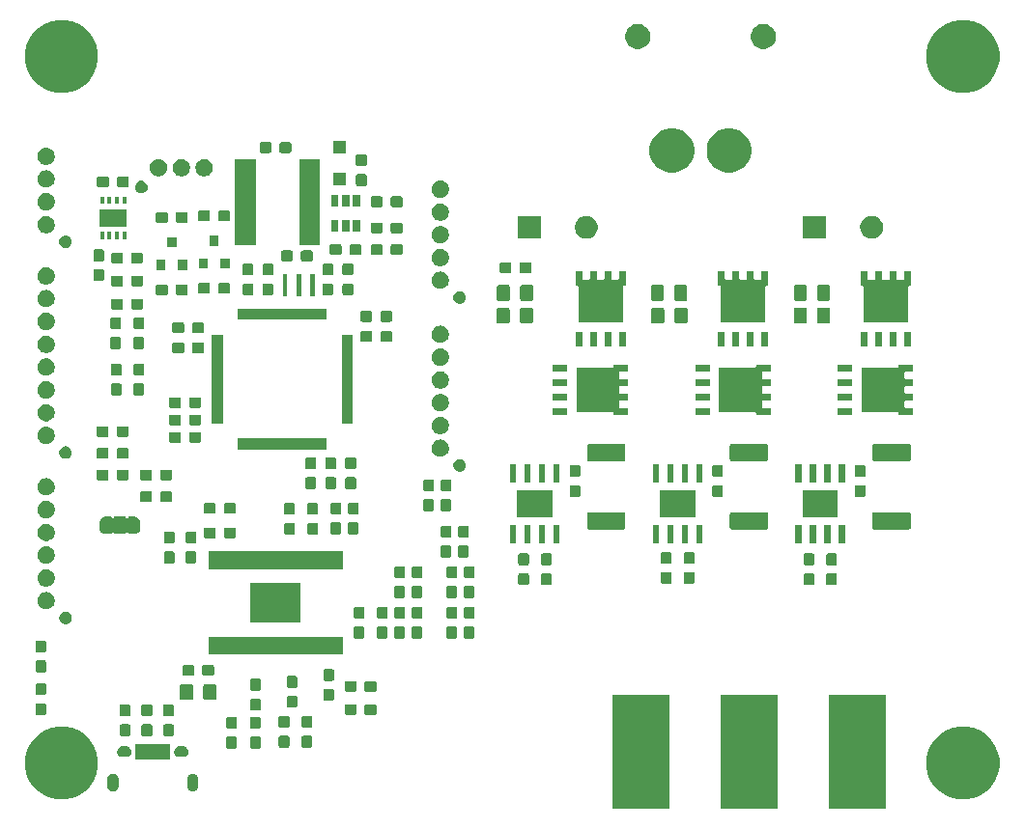
<source format=gbr>
G04 #@! TF.GenerationSoftware,KiCad,Pcbnew,5.0.2-bee76a0~70~ubuntu16.04.1*
G04 #@! TF.CreationDate,2018-12-16T23:22:01+08:00*
G04 #@! TF.ProjectId,AgriESC,41677269-4553-4432-9e6b-696361645f70,rev?*
G04 #@! TF.SameCoordinates,Original*
G04 #@! TF.FileFunction,Soldermask,Top*
G04 #@! TF.FilePolarity,Negative*
%FSLAX46Y46*%
G04 Gerber Fmt 4.6, Leading zero omitted, Abs format (unit mm)*
G04 Created by KiCad (PCBNEW 5.0.2-bee76a0~70~ubuntu16.04.1) date Sun 16 Dec 2018 23:22:01 AWST*
%MOMM*%
%LPD*%
G01*
G04 APERTURE LIST*
%ADD10C,0.100000*%
G04 APERTURE END LIST*
D10*
G36*
X188250000Y-136000000D02*
X183250000Y-136000000D01*
X183250000Y-126000000D01*
X188250000Y-126000000D01*
X188250000Y-136000000D01*
X188250000Y-136000000D01*
G37*
G36*
X178750000Y-136000000D02*
X173750000Y-136000000D01*
X173750000Y-126000000D01*
X178750000Y-126000000D01*
X178750000Y-136000000D01*
X178750000Y-136000000D01*
G37*
G36*
X169250000Y-136000000D02*
X164250000Y-136000000D01*
X164250000Y-126000000D01*
X169250000Y-126000000D01*
X169250000Y-136000000D01*
X169250000Y-136000000D01*
G37*
G36*
X195933405Y-128922974D02*
X196515767Y-129164196D01*
X197039884Y-129514400D01*
X197485600Y-129960116D01*
X197835804Y-130484233D01*
X198077026Y-131066595D01*
X198200000Y-131684826D01*
X198200000Y-132315174D01*
X198077026Y-132933405D01*
X197835804Y-133515767D01*
X197485600Y-134039884D01*
X197039884Y-134485600D01*
X196515767Y-134835804D01*
X195933405Y-135077026D01*
X195315174Y-135200000D01*
X194684826Y-135200000D01*
X194066595Y-135077026D01*
X193484233Y-134835804D01*
X192960116Y-134485600D01*
X192514400Y-134039884D01*
X192164196Y-133515767D01*
X191922974Y-132933405D01*
X191800000Y-132315174D01*
X191800000Y-131684826D01*
X191922974Y-131066595D01*
X192164196Y-130484233D01*
X192514400Y-129960116D01*
X192960116Y-129514400D01*
X193484233Y-129164196D01*
X194066595Y-128922974D01*
X194684826Y-128800000D01*
X195315174Y-128800000D01*
X195933405Y-128922974D01*
X195933405Y-128922974D01*
G37*
G36*
X116933405Y-128922974D02*
X117515767Y-129164196D01*
X118039884Y-129514400D01*
X118485600Y-129960116D01*
X118835804Y-130484233D01*
X119077026Y-131066595D01*
X119200000Y-131684826D01*
X119200000Y-132315174D01*
X119077026Y-132933405D01*
X118835804Y-133515767D01*
X118485600Y-134039884D01*
X118039884Y-134485600D01*
X117515767Y-134835804D01*
X116933405Y-135077026D01*
X116315174Y-135200000D01*
X115684826Y-135200000D01*
X115066595Y-135077026D01*
X114484233Y-134835804D01*
X113960116Y-134485600D01*
X113514400Y-134039884D01*
X113164196Y-133515767D01*
X112922974Y-132933405D01*
X112800000Y-132315174D01*
X112800000Y-131684826D01*
X112922974Y-131066595D01*
X113164196Y-130484233D01*
X113514400Y-129960116D01*
X113960116Y-129514400D01*
X114484233Y-129164196D01*
X115066595Y-128922974D01*
X115684826Y-128800000D01*
X116315174Y-128800000D01*
X116933405Y-128922974D01*
X116933405Y-128922974D01*
G37*
G36*
X127598014Y-132932234D02*
X127692267Y-132960825D01*
X127733063Y-132982631D01*
X127779129Y-133007254D01*
X127855264Y-133069736D01*
X127855265Y-133069738D01*
X127855267Y-133069739D01*
X127902125Y-133126837D01*
X127917746Y-133145871D01*
X127939357Y-133186303D01*
X127964175Y-133232732D01*
X127992766Y-133326985D01*
X128000000Y-133400436D01*
X128000000Y-133999564D01*
X127992766Y-134073015D01*
X127964175Y-134167268D01*
X127941051Y-134210529D01*
X127917746Y-134254129D01*
X127855264Y-134330264D01*
X127779129Y-134392746D01*
X127738697Y-134414357D01*
X127692268Y-134439175D01*
X127598015Y-134467766D01*
X127500000Y-134477419D01*
X127401986Y-134467766D01*
X127307733Y-134439175D01*
X127261304Y-134414357D01*
X127220872Y-134392746D01*
X127144737Y-134330264D01*
X127082257Y-134254132D01*
X127035824Y-134167265D01*
X127007234Y-134073015D01*
X127000000Y-133999564D01*
X127000000Y-133400437D01*
X127007234Y-133326986D01*
X127035825Y-133232733D01*
X127057631Y-133191937D01*
X127082254Y-133145871D01*
X127144736Y-133069736D01*
X127144738Y-133069735D01*
X127144739Y-133069733D01*
X127220870Y-133007255D01*
X127220869Y-133007255D01*
X127220871Y-133007254D01*
X127261303Y-132985643D01*
X127307732Y-132960825D01*
X127401985Y-132932234D01*
X127500000Y-132922581D01*
X127598014Y-132932234D01*
X127598014Y-132932234D01*
G37*
G36*
X120598014Y-132932234D02*
X120692267Y-132960825D01*
X120733063Y-132982631D01*
X120779129Y-133007254D01*
X120855264Y-133069736D01*
X120855265Y-133069738D01*
X120855267Y-133069739D01*
X120902125Y-133126837D01*
X120917746Y-133145871D01*
X120939357Y-133186303D01*
X120964175Y-133232732D01*
X120992766Y-133326985D01*
X121000000Y-133400436D01*
X121000000Y-133999564D01*
X120992766Y-134073015D01*
X120964175Y-134167268D01*
X120941051Y-134210529D01*
X120917746Y-134254129D01*
X120855264Y-134330264D01*
X120779129Y-134392746D01*
X120738697Y-134414357D01*
X120692268Y-134439175D01*
X120598015Y-134467766D01*
X120500000Y-134477419D01*
X120401986Y-134467766D01*
X120307733Y-134439175D01*
X120261304Y-134414357D01*
X120220872Y-134392746D01*
X120144737Y-134330264D01*
X120082257Y-134254132D01*
X120035824Y-134167265D01*
X120007234Y-134073015D01*
X120000000Y-133999564D01*
X120000000Y-133400437D01*
X120007234Y-133326986D01*
X120035825Y-133232733D01*
X120057631Y-133191937D01*
X120082254Y-133145871D01*
X120144736Y-133069736D01*
X120144738Y-133069735D01*
X120144739Y-133069733D01*
X120220870Y-133007255D01*
X120220869Y-133007255D01*
X120220871Y-133007254D01*
X120261303Y-132985643D01*
X120307732Y-132960825D01*
X120401985Y-132932234D01*
X120500000Y-132922581D01*
X120598014Y-132932234D01*
X120598014Y-132932234D01*
G37*
G36*
X125500000Y-131675000D02*
X122500000Y-131675000D01*
X122500000Y-130325000D01*
X125500000Y-130325000D01*
X125500000Y-131675000D01*
X125500000Y-131675000D01*
G37*
G36*
X121708224Y-130528437D02*
X121743116Y-130531873D01*
X121775630Y-130541736D01*
X121832658Y-130559035D01*
X121915173Y-130603140D01*
X121987501Y-130662499D01*
X122046860Y-130734827D01*
X122090965Y-130817342D01*
X122118127Y-130906885D01*
X122127298Y-131000000D01*
X122118127Y-131093115D01*
X122090965Y-131182658D01*
X122046860Y-131265173D01*
X121987501Y-131337501D01*
X121915173Y-131396860D01*
X121832658Y-131440965D01*
X121795681Y-131452182D01*
X121743116Y-131468127D01*
X121708224Y-131471564D01*
X121673333Y-131475000D01*
X121326667Y-131475000D01*
X121291776Y-131471564D01*
X121256884Y-131468127D01*
X121204319Y-131452182D01*
X121167342Y-131440965D01*
X121084827Y-131396860D01*
X121012499Y-131337501D01*
X120953140Y-131265173D01*
X120909035Y-131182658D01*
X120881873Y-131093115D01*
X120872702Y-131000000D01*
X120881873Y-130906885D01*
X120909035Y-130817342D01*
X120953140Y-130734827D01*
X121012499Y-130662499D01*
X121084827Y-130603140D01*
X121167342Y-130559035D01*
X121224370Y-130541736D01*
X121256884Y-130531873D01*
X121291776Y-130528437D01*
X121326667Y-130525000D01*
X121673333Y-130525000D01*
X121708224Y-130528437D01*
X121708224Y-130528437D01*
G37*
G36*
X126708224Y-130528437D02*
X126743116Y-130531873D01*
X126775630Y-130541736D01*
X126832658Y-130559035D01*
X126915173Y-130603140D01*
X126987501Y-130662499D01*
X127046860Y-130734827D01*
X127090965Y-130817342D01*
X127118127Y-130906885D01*
X127127298Y-131000000D01*
X127118127Y-131093115D01*
X127090965Y-131182658D01*
X127046860Y-131265173D01*
X126987501Y-131337501D01*
X126915173Y-131396860D01*
X126832658Y-131440965D01*
X126795681Y-131452182D01*
X126743116Y-131468127D01*
X126708224Y-131471564D01*
X126673333Y-131475000D01*
X126326667Y-131475000D01*
X126291776Y-131471564D01*
X126256884Y-131468127D01*
X126204319Y-131452182D01*
X126167342Y-131440965D01*
X126084827Y-131396860D01*
X126012499Y-131337501D01*
X125953140Y-131265173D01*
X125909035Y-131182658D01*
X125881873Y-131093115D01*
X125872702Y-131000000D01*
X125881873Y-130906885D01*
X125909035Y-130817342D01*
X125953140Y-130734827D01*
X126012499Y-130662499D01*
X126084827Y-130603140D01*
X126167342Y-130559035D01*
X126224370Y-130541736D01*
X126256884Y-130531873D01*
X126291776Y-130528437D01*
X126326667Y-130525000D01*
X126673333Y-130525000D01*
X126708224Y-130528437D01*
X126708224Y-130528437D01*
G37*
G36*
X133334024Y-129685955D02*
X133366736Y-129695879D01*
X133396890Y-129711997D01*
X133423316Y-129733684D01*
X133445003Y-129760110D01*
X133461121Y-129790264D01*
X133471045Y-129822976D01*
X133475000Y-129863138D01*
X133475000Y-130550862D01*
X133471045Y-130591024D01*
X133461121Y-130623736D01*
X133445003Y-130653890D01*
X133423316Y-130680316D01*
X133396890Y-130702003D01*
X133366736Y-130718121D01*
X133334024Y-130728045D01*
X133293862Y-130732000D01*
X132706138Y-130732000D01*
X132665976Y-130728045D01*
X132633264Y-130718121D01*
X132603110Y-130702003D01*
X132576684Y-130680316D01*
X132554997Y-130653890D01*
X132538879Y-130623736D01*
X132528955Y-130591024D01*
X132525000Y-130550862D01*
X132525000Y-129863138D01*
X132528955Y-129822976D01*
X132538879Y-129790264D01*
X132554997Y-129760110D01*
X132576684Y-129733684D01*
X132603110Y-129711997D01*
X132633264Y-129695879D01*
X132665976Y-129685955D01*
X132706138Y-129682000D01*
X133293862Y-129682000D01*
X133334024Y-129685955D01*
X133334024Y-129685955D01*
G37*
G36*
X131234024Y-129685955D02*
X131266736Y-129695879D01*
X131296890Y-129711997D01*
X131323316Y-129733684D01*
X131345003Y-129760110D01*
X131361121Y-129790264D01*
X131371045Y-129822976D01*
X131375000Y-129863138D01*
X131375000Y-130550862D01*
X131371045Y-130591024D01*
X131361121Y-130623736D01*
X131345003Y-130653890D01*
X131323316Y-130680316D01*
X131296890Y-130702003D01*
X131266736Y-130718121D01*
X131234024Y-130728045D01*
X131193862Y-130732000D01*
X130606138Y-130732000D01*
X130565976Y-130728045D01*
X130533264Y-130718121D01*
X130503110Y-130702003D01*
X130476684Y-130680316D01*
X130454997Y-130653890D01*
X130438879Y-130623736D01*
X130428955Y-130591024D01*
X130425000Y-130550862D01*
X130425000Y-129863138D01*
X130428955Y-129822976D01*
X130438879Y-129790264D01*
X130454997Y-129760110D01*
X130476684Y-129733684D01*
X130503110Y-129711997D01*
X130533264Y-129695879D01*
X130565976Y-129685955D01*
X130606138Y-129682000D01*
X131193862Y-129682000D01*
X131234024Y-129685955D01*
X131234024Y-129685955D01*
G37*
G36*
X135834024Y-129603955D02*
X135866736Y-129613879D01*
X135896890Y-129629997D01*
X135923316Y-129651684D01*
X135945003Y-129678110D01*
X135961121Y-129708264D01*
X135971045Y-129740976D01*
X135975000Y-129781138D01*
X135975000Y-130468862D01*
X135971045Y-130509024D01*
X135961121Y-130541736D01*
X135945003Y-130571890D01*
X135923316Y-130598316D01*
X135896890Y-130620003D01*
X135866736Y-130636121D01*
X135834024Y-130646045D01*
X135793862Y-130650000D01*
X135206138Y-130650000D01*
X135165976Y-130646045D01*
X135133264Y-130636121D01*
X135103110Y-130620003D01*
X135076684Y-130598316D01*
X135054997Y-130571890D01*
X135038879Y-130541736D01*
X135028955Y-130509024D01*
X135025000Y-130468862D01*
X135025000Y-129781138D01*
X135028955Y-129740976D01*
X135038879Y-129708264D01*
X135054997Y-129678110D01*
X135076684Y-129651684D01*
X135103110Y-129629997D01*
X135133264Y-129613879D01*
X135165976Y-129603955D01*
X135206138Y-129600000D01*
X135793862Y-129600000D01*
X135834024Y-129603955D01*
X135834024Y-129603955D01*
G37*
G36*
X137834024Y-129603955D02*
X137866736Y-129613879D01*
X137896890Y-129629997D01*
X137923316Y-129651684D01*
X137945003Y-129678110D01*
X137961121Y-129708264D01*
X137971045Y-129740976D01*
X137975000Y-129781138D01*
X137975000Y-130468862D01*
X137971045Y-130509024D01*
X137961121Y-130541736D01*
X137945003Y-130571890D01*
X137923316Y-130598316D01*
X137896890Y-130620003D01*
X137866736Y-130636121D01*
X137834024Y-130646045D01*
X137793862Y-130650000D01*
X137206138Y-130650000D01*
X137165976Y-130646045D01*
X137133264Y-130636121D01*
X137103110Y-130620003D01*
X137076684Y-130598316D01*
X137054997Y-130571890D01*
X137038879Y-130541736D01*
X137028955Y-130509024D01*
X137025000Y-130468862D01*
X137025000Y-129781138D01*
X137028955Y-129740976D01*
X137038879Y-129708264D01*
X137054997Y-129678110D01*
X137076684Y-129651684D01*
X137103110Y-129629997D01*
X137133264Y-129613879D01*
X137165976Y-129603955D01*
X137206138Y-129600000D01*
X137793862Y-129600000D01*
X137834024Y-129603955D01*
X137834024Y-129603955D01*
G37*
G36*
X121907024Y-128593955D02*
X121939736Y-128603879D01*
X121969890Y-128619997D01*
X121996316Y-128641684D01*
X122018003Y-128668110D01*
X122034121Y-128698264D01*
X122044045Y-128730976D01*
X122048000Y-128771138D01*
X122048000Y-129458862D01*
X122044045Y-129499024D01*
X122034121Y-129531736D01*
X122018003Y-129561890D01*
X121996316Y-129588316D01*
X121969890Y-129610003D01*
X121939736Y-129626121D01*
X121907024Y-129636045D01*
X121866862Y-129640000D01*
X121279138Y-129640000D01*
X121238976Y-129636045D01*
X121206264Y-129626121D01*
X121176110Y-129610003D01*
X121149684Y-129588316D01*
X121127997Y-129561890D01*
X121111879Y-129531736D01*
X121101955Y-129499024D01*
X121098000Y-129458862D01*
X121098000Y-128771138D01*
X121101955Y-128730976D01*
X121111879Y-128698264D01*
X121127997Y-128668110D01*
X121149684Y-128641684D01*
X121176110Y-128619997D01*
X121206264Y-128603879D01*
X121238976Y-128593955D01*
X121279138Y-128590000D01*
X121866862Y-128590000D01*
X121907024Y-128593955D01*
X121907024Y-128593955D01*
G37*
G36*
X123812024Y-128593955D02*
X123844736Y-128603879D01*
X123874890Y-128619997D01*
X123901316Y-128641684D01*
X123923003Y-128668110D01*
X123939121Y-128698264D01*
X123949045Y-128730976D01*
X123953000Y-128771138D01*
X123953000Y-129458862D01*
X123949045Y-129499024D01*
X123939121Y-129531736D01*
X123923003Y-129561890D01*
X123901316Y-129588316D01*
X123874890Y-129610003D01*
X123844736Y-129626121D01*
X123812024Y-129636045D01*
X123771862Y-129640000D01*
X123184138Y-129640000D01*
X123143976Y-129636045D01*
X123111264Y-129626121D01*
X123081110Y-129610003D01*
X123054684Y-129588316D01*
X123032997Y-129561890D01*
X123016879Y-129531736D01*
X123006955Y-129499024D01*
X123003000Y-129458862D01*
X123003000Y-128771138D01*
X123006955Y-128730976D01*
X123016879Y-128698264D01*
X123032997Y-128668110D01*
X123054684Y-128641684D01*
X123081110Y-128619997D01*
X123111264Y-128603879D01*
X123143976Y-128593955D01*
X123184138Y-128590000D01*
X123771862Y-128590000D01*
X123812024Y-128593955D01*
X123812024Y-128593955D01*
G37*
G36*
X125717024Y-128593955D02*
X125749736Y-128603879D01*
X125779890Y-128619997D01*
X125806316Y-128641684D01*
X125828003Y-128668110D01*
X125844121Y-128698264D01*
X125854045Y-128730976D01*
X125858000Y-128771138D01*
X125858000Y-129458862D01*
X125854045Y-129499024D01*
X125844121Y-129531736D01*
X125828003Y-129561890D01*
X125806316Y-129588316D01*
X125779890Y-129610003D01*
X125749736Y-129626121D01*
X125717024Y-129636045D01*
X125676862Y-129640000D01*
X125089138Y-129640000D01*
X125048976Y-129636045D01*
X125016264Y-129626121D01*
X124986110Y-129610003D01*
X124959684Y-129588316D01*
X124937997Y-129561890D01*
X124921879Y-129531736D01*
X124911955Y-129499024D01*
X124908000Y-129458862D01*
X124908000Y-128771138D01*
X124911955Y-128730976D01*
X124921879Y-128698264D01*
X124937997Y-128668110D01*
X124959684Y-128641684D01*
X124986110Y-128619997D01*
X125016264Y-128603879D01*
X125048976Y-128593955D01*
X125089138Y-128590000D01*
X125676862Y-128590000D01*
X125717024Y-128593955D01*
X125717024Y-128593955D01*
G37*
G36*
X133334024Y-127935955D02*
X133366736Y-127945879D01*
X133396890Y-127961997D01*
X133423316Y-127983684D01*
X133445003Y-128010110D01*
X133461121Y-128040264D01*
X133471045Y-128072976D01*
X133475000Y-128113138D01*
X133475000Y-128800862D01*
X133471045Y-128841024D01*
X133461121Y-128873736D01*
X133445003Y-128903890D01*
X133423316Y-128930316D01*
X133396890Y-128952003D01*
X133366736Y-128968121D01*
X133334024Y-128978045D01*
X133293862Y-128982000D01*
X132706138Y-128982000D01*
X132665976Y-128978045D01*
X132633264Y-128968121D01*
X132603110Y-128952003D01*
X132576684Y-128930316D01*
X132554997Y-128903890D01*
X132538879Y-128873736D01*
X132528955Y-128841024D01*
X132525000Y-128800862D01*
X132525000Y-128113138D01*
X132528955Y-128072976D01*
X132538879Y-128040264D01*
X132554997Y-128010110D01*
X132576684Y-127983684D01*
X132603110Y-127961997D01*
X132633264Y-127945879D01*
X132665976Y-127935955D01*
X132706138Y-127932000D01*
X133293862Y-127932000D01*
X133334024Y-127935955D01*
X133334024Y-127935955D01*
G37*
G36*
X131234024Y-127935955D02*
X131266736Y-127945879D01*
X131296890Y-127961997D01*
X131323316Y-127983684D01*
X131345003Y-128010110D01*
X131361121Y-128040264D01*
X131371045Y-128072976D01*
X131375000Y-128113138D01*
X131375000Y-128800862D01*
X131371045Y-128841024D01*
X131361121Y-128873736D01*
X131345003Y-128903890D01*
X131323316Y-128930316D01*
X131296890Y-128952003D01*
X131266736Y-128968121D01*
X131234024Y-128978045D01*
X131193862Y-128982000D01*
X130606138Y-128982000D01*
X130565976Y-128978045D01*
X130533264Y-128968121D01*
X130503110Y-128952003D01*
X130476684Y-128930316D01*
X130454997Y-128903890D01*
X130438879Y-128873736D01*
X130428955Y-128841024D01*
X130425000Y-128800862D01*
X130425000Y-128113138D01*
X130428955Y-128072976D01*
X130438879Y-128040264D01*
X130454997Y-128010110D01*
X130476684Y-127983684D01*
X130503110Y-127961997D01*
X130533264Y-127945879D01*
X130565976Y-127935955D01*
X130606138Y-127932000D01*
X131193862Y-127932000D01*
X131234024Y-127935955D01*
X131234024Y-127935955D01*
G37*
G36*
X135834024Y-127853955D02*
X135866736Y-127863879D01*
X135896890Y-127879997D01*
X135923316Y-127901684D01*
X135945003Y-127928110D01*
X135961121Y-127958264D01*
X135971045Y-127990976D01*
X135975000Y-128031138D01*
X135975000Y-128718862D01*
X135971045Y-128759024D01*
X135961121Y-128791736D01*
X135945003Y-128821890D01*
X135923316Y-128848316D01*
X135896890Y-128870003D01*
X135866736Y-128886121D01*
X135834024Y-128896045D01*
X135793862Y-128900000D01*
X135206138Y-128900000D01*
X135165976Y-128896045D01*
X135133264Y-128886121D01*
X135103110Y-128870003D01*
X135076684Y-128848316D01*
X135054997Y-128821890D01*
X135038879Y-128791736D01*
X135028955Y-128759024D01*
X135025000Y-128718862D01*
X135025000Y-128031138D01*
X135028955Y-127990976D01*
X135038879Y-127958264D01*
X135054997Y-127928110D01*
X135076684Y-127901684D01*
X135103110Y-127879997D01*
X135133264Y-127863879D01*
X135165976Y-127853955D01*
X135206138Y-127850000D01*
X135793862Y-127850000D01*
X135834024Y-127853955D01*
X135834024Y-127853955D01*
G37*
G36*
X137834024Y-127853955D02*
X137866736Y-127863879D01*
X137896890Y-127879997D01*
X137923316Y-127901684D01*
X137945003Y-127928110D01*
X137961121Y-127958264D01*
X137971045Y-127990976D01*
X137975000Y-128031138D01*
X137975000Y-128718862D01*
X137971045Y-128759024D01*
X137961121Y-128791736D01*
X137945003Y-128821890D01*
X137923316Y-128848316D01*
X137896890Y-128870003D01*
X137866736Y-128886121D01*
X137834024Y-128896045D01*
X137793862Y-128900000D01*
X137206138Y-128900000D01*
X137165976Y-128896045D01*
X137133264Y-128886121D01*
X137103110Y-128870003D01*
X137076684Y-128848316D01*
X137054997Y-128821890D01*
X137038879Y-128791736D01*
X137028955Y-128759024D01*
X137025000Y-128718862D01*
X137025000Y-128031138D01*
X137028955Y-127990976D01*
X137038879Y-127958264D01*
X137054997Y-127928110D01*
X137076684Y-127901684D01*
X137103110Y-127879997D01*
X137133264Y-127863879D01*
X137165976Y-127853955D01*
X137206138Y-127850000D01*
X137793862Y-127850000D01*
X137834024Y-127853955D01*
X137834024Y-127853955D01*
G37*
G36*
X123812024Y-126843955D02*
X123844736Y-126853879D01*
X123874890Y-126869997D01*
X123901316Y-126891684D01*
X123923003Y-126918110D01*
X123939121Y-126948264D01*
X123949045Y-126980976D01*
X123953000Y-127021138D01*
X123953000Y-127708862D01*
X123949045Y-127749024D01*
X123939121Y-127781736D01*
X123923003Y-127811890D01*
X123901316Y-127838316D01*
X123874890Y-127860003D01*
X123844736Y-127876121D01*
X123812024Y-127886045D01*
X123771862Y-127890000D01*
X123184138Y-127890000D01*
X123143976Y-127886045D01*
X123111264Y-127876121D01*
X123081110Y-127860003D01*
X123054684Y-127838316D01*
X123032997Y-127811890D01*
X123016879Y-127781736D01*
X123006955Y-127749024D01*
X123003000Y-127708862D01*
X123003000Y-127021138D01*
X123006955Y-126980976D01*
X123016879Y-126948264D01*
X123032997Y-126918110D01*
X123054684Y-126891684D01*
X123081110Y-126869997D01*
X123111264Y-126853879D01*
X123143976Y-126843955D01*
X123184138Y-126840000D01*
X123771862Y-126840000D01*
X123812024Y-126843955D01*
X123812024Y-126843955D01*
G37*
G36*
X125717024Y-126843955D02*
X125749736Y-126853879D01*
X125779890Y-126869997D01*
X125806316Y-126891684D01*
X125828003Y-126918110D01*
X125844121Y-126948264D01*
X125854045Y-126980976D01*
X125858000Y-127021138D01*
X125858000Y-127708862D01*
X125854045Y-127749024D01*
X125844121Y-127781736D01*
X125828003Y-127811890D01*
X125806316Y-127838316D01*
X125779890Y-127860003D01*
X125749736Y-127876121D01*
X125717024Y-127886045D01*
X125676862Y-127890000D01*
X125089138Y-127890000D01*
X125048976Y-127886045D01*
X125016264Y-127876121D01*
X124986110Y-127860003D01*
X124959684Y-127838316D01*
X124937997Y-127811890D01*
X124921879Y-127781736D01*
X124911955Y-127749024D01*
X124908000Y-127708862D01*
X124908000Y-127021138D01*
X124911955Y-126980976D01*
X124921879Y-126948264D01*
X124937997Y-126918110D01*
X124959684Y-126891684D01*
X124986110Y-126869997D01*
X125016264Y-126853879D01*
X125048976Y-126843955D01*
X125089138Y-126840000D01*
X125676862Y-126840000D01*
X125717024Y-126843955D01*
X125717024Y-126843955D01*
G37*
G36*
X121907024Y-126843955D02*
X121939736Y-126853879D01*
X121969890Y-126869997D01*
X121996316Y-126891684D01*
X122018003Y-126918110D01*
X122034121Y-126948264D01*
X122044045Y-126980976D01*
X122048000Y-127021138D01*
X122048000Y-127708862D01*
X122044045Y-127749024D01*
X122034121Y-127781736D01*
X122018003Y-127811890D01*
X121996316Y-127838316D01*
X121969890Y-127860003D01*
X121939736Y-127876121D01*
X121907024Y-127886045D01*
X121866862Y-127890000D01*
X121279138Y-127890000D01*
X121238976Y-127886045D01*
X121206264Y-127876121D01*
X121176110Y-127860003D01*
X121149684Y-127838316D01*
X121127997Y-127811890D01*
X121111879Y-127781736D01*
X121101955Y-127749024D01*
X121098000Y-127708862D01*
X121098000Y-127021138D01*
X121101955Y-126980976D01*
X121111879Y-126948264D01*
X121127997Y-126918110D01*
X121149684Y-126891684D01*
X121176110Y-126869997D01*
X121206264Y-126853879D01*
X121238976Y-126843955D01*
X121279138Y-126840000D01*
X121866862Y-126840000D01*
X121907024Y-126843955D01*
X121907024Y-126843955D01*
G37*
G36*
X114518024Y-126743955D02*
X114550736Y-126753879D01*
X114580890Y-126769997D01*
X114607316Y-126791684D01*
X114629003Y-126818110D01*
X114645121Y-126848264D01*
X114655045Y-126880976D01*
X114659000Y-126921138D01*
X114659000Y-127608862D01*
X114655045Y-127649024D01*
X114645121Y-127681736D01*
X114629003Y-127711890D01*
X114607316Y-127738316D01*
X114580890Y-127760003D01*
X114550736Y-127776121D01*
X114518024Y-127786045D01*
X114477862Y-127790000D01*
X113890138Y-127790000D01*
X113849976Y-127786045D01*
X113817264Y-127776121D01*
X113787110Y-127760003D01*
X113760684Y-127738316D01*
X113738997Y-127711890D01*
X113722879Y-127681736D01*
X113712955Y-127649024D01*
X113709000Y-127608862D01*
X113709000Y-126921138D01*
X113712955Y-126880976D01*
X113722879Y-126848264D01*
X113738997Y-126818110D01*
X113760684Y-126791684D01*
X113787110Y-126769997D01*
X113817264Y-126753879D01*
X113849976Y-126743955D01*
X113890138Y-126740000D01*
X114477862Y-126740000D01*
X114518024Y-126743955D01*
X114518024Y-126743955D01*
G37*
G36*
X141726024Y-126828955D02*
X141758736Y-126838879D01*
X141788890Y-126854997D01*
X141815316Y-126876684D01*
X141837003Y-126903110D01*
X141853121Y-126933264D01*
X141863045Y-126965976D01*
X141867000Y-127006138D01*
X141867000Y-127593862D01*
X141863045Y-127634024D01*
X141853121Y-127666736D01*
X141837003Y-127696890D01*
X141815316Y-127723316D01*
X141788890Y-127745003D01*
X141758736Y-127761121D01*
X141726024Y-127771045D01*
X141685862Y-127775000D01*
X140998138Y-127775000D01*
X140957976Y-127771045D01*
X140925264Y-127761121D01*
X140895110Y-127745003D01*
X140868684Y-127723316D01*
X140846997Y-127696890D01*
X140830879Y-127666736D01*
X140820955Y-127634024D01*
X140817000Y-127593862D01*
X140817000Y-127006138D01*
X140820955Y-126965976D01*
X140830879Y-126933264D01*
X140846997Y-126903110D01*
X140868684Y-126876684D01*
X140895110Y-126854997D01*
X140925264Y-126838879D01*
X140957976Y-126828955D01*
X140998138Y-126825000D01*
X141685862Y-126825000D01*
X141726024Y-126828955D01*
X141726024Y-126828955D01*
G37*
G36*
X143476024Y-126828955D02*
X143508736Y-126838879D01*
X143538890Y-126854997D01*
X143565316Y-126876684D01*
X143587003Y-126903110D01*
X143603121Y-126933264D01*
X143613045Y-126965976D01*
X143617000Y-127006138D01*
X143617000Y-127593862D01*
X143613045Y-127634024D01*
X143603121Y-127666736D01*
X143587003Y-127696890D01*
X143565316Y-127723316D01*
X143538890Y-127745003D01*
X143508736Y-127761121D01*
X143476024Y-127771045D01*
X143435862Y-127775000D01*
X142748138Y-127775000D01*
X142707976Y-127771045D01*
X142675264Y-127761121D01*
X142645110Y-127745003D01*
X142618684Y-127723316D01*
X142596997Y-127696890D01*
X142580879Y-127666736D01*
X142570955Y-127634024D01*
X142567000Y-127593862D01*
X142567000Y-127006138D01*
X142570955Y-126965976D01*
X142580879Y-126933264D01*
X142596997Y-126903110D01*
X142618684Y-126876684D01*
X142645110Y-126854997D01*
X142675264Y-126838879D01*
X142707976Y-126828955D01*
X142748138Y-126825000D01*
X143435862Y-126825000D01*
X143476024Y-126828955D01*
X143476024Y-126828955D01*
G37*
G36*
X133334024Y-126353955D02*
X133366736Y-126363879D01*
X133396890Y-126379997D01*
X133423316Y-126401684D01*
X133445003Y-126428110D01*
X133461121Y-126458264D01*
X133471045Y-126490976D01*
X133475000Y-126531138D01*
X133475000Y-127218862D01*
X133471045Y-127259024D01*
X133461121Y-127291736D01*
X133445003Y-127321890D01*
X133423316Y-127348316D01*
X133396890Y-127370003D01*
X133366736Y-127386121D01*
X133334024Y-127396045D01*
X133293862Y-127400000D01*
X132706138Y-127400000D01*
X132665976Y-127396045D01*
X132633264Y-127386121D01*
X132603110Y-127370003D01*
X132576684Y-127348316D01*
X132554997Y-127321890D01*
X132538879Y-127291736D01*
X132528955Y-127259024D01*
X132525000Y-127218862D01*
X132525000Y-126531138D01*
X132528955Y-126490976D01*
X132538879Y-126458264D01*
X132554997Y-126428110D01*
X132576684Y-126401684D01*
X132603110Y-126379997D01*
X132633264Y-126363879D01*
X132665976Y-126353955D01*
X132706138Y-126350000D01*
X133293862Y-126350000D01*
X133334024Y-126353955D01*
X133334024Y-126353955D01*
G37*
G36*
X136534024Y-126103955D02*
X136566736Y-126113879D01*
X136596890Y-126129997D01*
X136623316Y-126151684D01*
X136645003Y-126178110D01*
X136661121Y-126208264D01*
X136671045Y-126240976D01*
X136675000Y-126281138D01*
X136675000Y-126968862D01*
X136671045Y-127009024D01*
X136661121Y-127041736D01*
X136645003Y-127071890D01*
X136623316Y-127098316D01*
X136596890Y-127120003D01*
X136566736Y-127136121D01*
X136534024Y-127146045D01*
X136493862Y-127150000D01*
X135906138Y-127150000D01*
X135865976Y-127146045D01*
X135833264Y-127136121D01*
X135803110Y-127120003D01*
X135776684Y-127098316D01*
X135754997Y-127071890D01*
X135738879Y-127041736D01*
X135728955Y-127009024D01*
X135725000Y-126968862D01*
X135725000Y-126281138D01*
X135728955Y-126240976D01*
X135738879Y-126208264D01*
X135754997Y-126178110D01*
X135776684Y-126151684D01*
X135803110Y-126129997D01*
X135833264Y-126113879D01*
X135865976Y-126103955D01*
X135906138Y-126100000D01*
X136493862Y-126100000D01*
X136534024Y-126103955D01*
X136534024Y-126103955D01*
G37*
G36*
X139743024Y-125494955D02*
X139775736Y-125504879D01*
X139805890Y-125520997D01*
X139832316Y-125542684D01*
X139854003Y-125569110D01*
X139870121Y-125599264D01*
X139880045Y-125631976D01*
X139884000Y-125672138D01*
X139884000Y-126359862D01*
X139880045Y-126400024D01*
X139870121Y-126432736D01*
X139854003Y-126462890D01*
X139832316Y-126489316D01*
X139805890Y-126511003D01*
X139775736Y-126527121D01*
X139743024Y-126537045D01*
X139702862Y-126541000D01*
X139115138Y-126541000D01*
X139074976Y-126537045D01*
X139042264Y-126527121D01*
X139012110Y-126511003D01*
X138985684Y-126489316D01*
X138963997Y-126462890D01*
X138947879Y-126432736D01*
X138937955Y-126400024D01*
X138934000Y-126359862D01*
X138934000Y-125672138D01*
X138937955Y-125631976D01*
X138947879Y-125599264D01*
X138963997Y-125569110D01*
X138985684Y-125542684D01*
X139012110Y-125520997D01*
X139042264Y-125504879D01*
X139074976Y-125494955D01*
X139115138Y-125491000D01*
X139702862Y-125491000D01*
X139743024Y-125494955D01*
X139743024Y-125494955D01*
G37*
G36*
X129434522Y-125080039D02*
X129468053Y-125090211D01*
X129498960Y-125106731D01*
X129526043Y-125128957D01*
X129548269Y-125156040D01*
X129564789Y-125186947D01*
X129574961Y-125220478D01*
X129579000Y-125261487D01*
X129579000Y-126290513D01*
X129574961Y-126331522D01*
X129564789Y-126365053D01*
X129548269Y-126395960D01*
X129526043Y-126423043D01*
X129498960Y-126445269D01*
X129468053Y-126461789D01*
X129434522Y-126471961D01*
X129393513Y-126476000D01*
X128614487Y-126476000D01*
X128573478Y-126471961D01*
X128539947Y-126461789D01*
X128509040Y-126445269D01*
X128481957Y-126423043D01*
X128459731Y-126395960D01*
X128443211Y-126365053D01*
X128433039Y-126331522D01*
X128429000Y-126290513D01*
X128429000Y-125261487D01*
X128433039Y-125220478D01*
X128443211Y-125186947D01*
X128459731Y-125156040D01*
X128481957Y-125128957D01*
X128509040Y-125106731D01*
X128539947Y-125090211D01*
X128573478Y-125080039D01*
X128614487Y-125076000D01*
X129393513Y-125076000D01*
X129434522Y-125080039D01*
X129434522Y-125080039D01*
G37*
G36*
X127384522Y-125080039D02*
X127418053Y-125090211D01*
X127448960Y-125106731D01*
X127476043Y-125128957D01*
X127498269Y-125156040D01*
X127514789Y-125186947D01*
X127524961Y-125220478D01*
X127529000Y-125261487D01*
X127529000Y-126290513D01*
X127524961Y-126331522D01*
X127514789Y-126365053D01*
X127498269Y-126395960D01*
X127476043Y-126423043D01*
X127448960Y-126445269D01*
X127418053Y-126461789D01*
X127384522Y-126471961D01*
X127343513Y-126476000D01*
X126564487Y-126476000D01*
X126523478Y-126471961D01*
X126489947Y-126461789D01*
X126459040Y-126445269D01*
X126431957Y-126423043D01*
X126409731Y-126395960D01*
X126393211Y-126365053D01*
X126383039Y-126331522D01*
X126379000Y-126290513D01*
X126379000Y-125261487D01*
X126383039Y-125220478D01*
X126393211Y-125186947D01*
X126409731Y-125156040D01*
X126431957Y-125128957D01*
X126459040Y-125106731D01*
X126489947Y-125090211D01*
X126523478Y-125080039D01*
X126564487Y-125076000D01*
X127343513Y-125076000D01*
X127384522Y-125080039D01*
X127384522Y-125080039D01*
G37*
G36*
X114518024Y-124993955D02*
X114550736Y-125003879D01*
X114580890Y-125019997D01*
X114607316Y-125041684D01*
X114629003Y-125068110D01*
X114645121Y-125098264D01*
X114655045Y-125130976D01*
X114659000Y-125171138D01*
X114659000Y-125858862D01*
X114655045Y-125899024D01*
X114645121Y-125931736D01*
X114629003Y-125961890D01*
X114607316Y-125988316D01*
X114580890Y-126010003D01*
X114550736Y-126026121D01*
X114518024Y-126036045D01*
X114477862Y-126040000D01*
X113890138Y-126040000D01*
X113849976Y-126036045D01*
X113817264Y-126026121D01*
X113787110Y-126010003D01*
X113760684Y-125988316D01*
X113738997Y-125961890D01*
X113722879Y-125931736D01*
X113712955Y-125899024D01*
X113709000Y-125858862D01*
X113709000Y-125171138D01*
X113712955Y-125130976D01*
X113722879Y-125098264D01*
X113738997Y-125068110D01*
X113760684Y-125041684D01*
X113787110Y-125019997D01*
X113817264Y-125003879D01*
X113849976Y-124993955D01*
X113890138Y-124990000D01*
X114477862Y-124990000D01*
X114518024Y-124993955D01*
X114518024Y-124993955D01*
G37*
G36*
X141726024Y-124796955D02*
X141758736Y-124806879D01*
X141788890Y-124822997D01*
X141815316Y-124844684D01*
X141837003Y-124871110D01*
X141853121Y-124901264D01*
X141863045Y-124933976D01*
X141867000Y-124974138D01*
X141867000Y-125561862D01*
X141863045Y-125602024D01*
X141853121Y-125634736D01*
X141837003Y-125664890D01*
X141815316Y-125691316D01*
X141788890Y-125713003D01*
X141758736Y-125729121D01*
X141726024Y-125739045D01*
X141685862Y-125743000D01*
X140998138Y-125743000D01*
X140957976Y-125739045D01*
X140925264Y-125729121D01*
X140895110Y-125713003D01*
X140868684Y-125691316D01*
X140846997Y-125664890D01*
X140830879Y-125634736D01*
X140820955Y-125602024D01*
X140817000Y-125561862D01*
X140817000Y-124974138D01*
X140820955Y-124933976D01*
X140830879Y-124901264D01*
X140846997Y-124871110D01*
X140868684Y-124844684D01*
X140895110Y-124822997D01*
X140925264Y-124806879D01*
X140957976Y-124796955D01*
X140998138Y-124793000D01*
X141685862Y-124793000D01*
X141726024Y-124796955D01*
X141726024Y-124796955D01*
G37*
G36*
X143476024Y-124796955D02*
X143508736Y-124806879D01*
X143538890Y-124822997D01*
X143565316Y-124844684D01*
X143587003Y-124871110D01*
X143603121Y-124901264D01*
X143613045Y-124933976D01*
X143617000Y-124974138D01*
X143617000Y-125561862D01*
X143613045Y-125602024D01*
X143603121Y-125634736D01*
X143587003Y-125664890D01*
X143565316Y-125691316D01*
X143538890Y-125713003D01*
X143508736Y-125729121D01*
X143476024Y-125739045D01*
X143435862Y-125743000D01*
X142748138Y-125743000D01*
X142707976Y-125739045D01*
X142675264Y-125729121D01*
X142645110Y-125713003D01*
X142618684Y-125691316D01*
X142596997Y-125664890D01*
X142580879Y-125634736D01*
X142570955Y-125602024D01*
X142567000Y-125561862D01*
X142567000Y-124974138D01*
X142570955Y-124933976D01*
X142580879Y-124901264D01*
X142596997Y-124871110D01*
X142618684Y-124844684D01*
X142645110Y-124822997D01*
X142675264Y-124806879D01*
X142707976Y-124796955D01*
X142748138Y-124793000D01*
X143435862Y-124793000D01*
X143476024Y-124796955D01*
X143476024Y-124796955D01*
G37*
G36*
X133334024Y-124603955D02*
X133366736Y-124613879D01*
X133396890Y-124629997D01*
X133423316Y-124651684D01*
X133445003Y-124678110D01*
X133461121Y-124708264D01*
X133471045Y-124740976D01*
X133475000Y-124781138D01*
X133475000Y-125468862D01*
X133471045Y-125509024D01*
X133461121Y-125541736D01*
X133445003Y-125571890D01*
X133423316Y-125598316D01*
X133396890Y-125620003D01*
X133366736Y-125636121D01*
X133334024Y-125646045D01*
X133293862Y-125650000D01*
X132706138Y-125650000D01*
X132665976Y-125646045D01*
X132633264Y-125636121D01*
X132603110Y-125620003D01*
X132576684Y-125598316D01*
X132554997Y-125571890D01*
X132538879Y-125541736D01*
X132528955Y-125509024D01*
X132525000Y-125468862D01*
X132525000Y-124781138D01*
X132528955Y-124740976D01*
X132538879Y-124708264D01*
X132554997Y-124678110D01*
X132576684Y-124651684D01*
X132603110Y-124629997D01*
X132633264Y-124613879D01*
X132665976Y-124603955D01*
X132706138Y-124600000D01*
X133293862Y-124600000D01*
X133334024Y-124603955D01*
X133334024Y-124603955D01*
G37*
G36*
X136534024Y-124353955D02*
X136566736Y-124363879D01*
X136596890Y-124379997D01*
X136623316Y-124401684D01*
X136645003Y-124428110D01*
X136661121Y-124458264D01*
X136671045Y-124490976D01*
X136675000Y-124531138D01*
X136675000Y-125218862D01*
X136671045Y-125259024D01*
X136661121Y-125291736D01*
X136645003Y-125321890D01*
X136623316Y-125348316D01*
X136596890Y-125370003D01*
X136566736Y-125386121D01*
X136534024Y-125396045D01*
X136493862Y-125400000D01*
X135906138Y-125400000D01*
X135865976Y-125396045D01*
X135833264Y-125386121D01*
X135803110Y-125370003D01*
X135776684Y-125348316D01*
X135754997Y-125321890D01*
X135738879Y-125291736D01*
X135728955Y-125259024D01*
X135725000Y-125218862D01*
X135725000Y-124531138D01*
X135728955Y-124490976D01*
X135738879Y-124458264D01*
X135754997Y-124428110D01*
X135776684Y-124401684D01*
X135803110Y-124379997D01*
X135833264Y-124363879D01*
X135865976Y-124353955D01*
X135906138Y-124350000D01*
X136493862Y-124350000D01*
X136534024Y-124353955D01*
X136534024Y-124353955D01*
G37*
G36*
X139743024Y-123744955D02*
X139775736Y-123754879D01*
X139805890Y-123770997D01*
X139832316Y-123792684D01*
X139854003Y-123819110D01*
X139870121Y-123849264D01*
X139880045Y-123881976D01*
X139884000Y-123922138D01*
X139884000Y-124609862D01*
X139880045Y-124650024D01*
X139870121Y-124682736D01*
X139854003Y-124712890D01*
X139832316Y-124739316D01*
X139805890Y-124761003D01*
X139775736Y-124777121D01*
X139743024Y-124787045D01*
X139702862Y-124791000D01*
X139115138Y-124791000D01*
X139074976Y-124787045D01*
X139042264Y-124777121D01*
X139012110Y-124761003D01*
X138985684Y-124739316D01*
X138963997Y-124712890D01*
X138947879Y-124682736D01*
X138937955Y-124650024D01*
X138934000Y-124609862D01*
X138934000Y-123922138D01*
X138937955Y-123881976D01*
X138947879Y-123849264D01*
X138963997Y-123819110D01*
X138985684Y-123792684D01*
X139012110Y-123770997D01*
X139042264Y-123754879D01*
X139074976Y-123744955D01*
X139115138Y-123741000D01*
X139702862Y-123741000D01*
X139743024Y-123744955D01*
X139743024Y-123744955D01*
G37*
G36*
X129238024Y-123399955D02*
X129270736Y-123409879D01*
X129300890Y-123425997D01*
X129327316Y-123447684D01*
X129349003Y-123474110D01*
X129365121Y-123504264D01*
X129375045Y-123536976D01*
X129379000Y-123577138D01*
X129379000Y-124164862D01*
X129375045Y-124205024D01*
X129365121Y-124237736D01*
X129349003Y-124267890D01*
X129327316Y-124294316D01*
X129300890Y-124316003D01*
X129270736Y-124332121D01*
X129238024Y-124342045D01*
X129197862Y-124346000D01*
X128510138Y-124346000D01*
X128469976Y-124342045D01*
X128437264Y-124332121D01*
X128407110Y-124316003D01*
X128380684Y-124294316D01*
X128358997Y-124267890D01*
X128342879Y-124237736D01*
X128332955Y-124205024D01*
X128329000Y-124164862D01*
X128329000Y-123577138D01*
X128332955Y-123536976D01*
X128342879Y-123504264D01*
X128358997Y-123474110D01*
X128380684Y-123447684D01*
X128407110Y-123425997D01*
X128437264Y-123409879D01*
X128469976Y-123399955D01*
X128510138Y-123396000D01*
X129197862Y-123396000D01*
X129238024Y-123399955D01*
X129238024Y-123399955D01*
G37*
G36*
X127488024Y-123399955D02*
X127520736Y-123409879D01*
X127550890Y-123425997D01*
X127577316Y-123447684D01*
X127599003Y-123474110D01*
X127615121Y-123504264D01*
X127625045Y-123536976D01*
X127629000Y-123577138D01*
X127629000Y-124164862D01*
X127625045Y-124205024D01*
X127615121Y-124237736D01*
X127599003Y-124267890D01*
X127577316Y-124294316D01*
X127550890Y-124316003D01*
X127520736Y-124332121D01*
X127488024Y-124342045D01*
X127447862Y-124346000D01*
X126760138Y-124346000D01*
X126719976Y-124342045D01*
X126687264Y-124332121D01*
X126657110Y-124316003D01*
X126630684Y-124294316D01*
X126608997Y-124267890D01*
X126592879Y-124237736D01*
X126582955Y-124205024D01*
X126579000Y-124164862D01*
X126579000Y-123577138D01*
X126582955Y-123536976D01*
X126592879Y-123504264D01*
X126608997Y-123474110D01*
X126630684Y-123447684D01*
X126657110Y-123425997D01*
X126687264Y-123409879D01*
X126719976Y-123399955D01*
X126760138Y-123396000D01*
X127447862Y-123396000D01*
X127488024Y-123399955D01*
X127488024Y-123399955D01*
G37*
G36*
X114518024Y-122993955D02*
X114550736Y-123003879D01*
X114580890Y-123019997D01*
X114607316Y-123041684D01*
X114629003Y-123068110D01*
X114645121Y-123098264D01*
X114655045Y-123130976D01*
X114659000Y-123171138D01*
X114659000Y-123858862D01*
X114655045Y-123899024D01*
X114645121Y-123931736D01*
X114629003Y-123961890D01*
X114607316Y-123988316D01*
X114580890Y-124010003D01*
X114550736Y-124026121D01*
X114518024Y-124036045D01*
X114477862Y-124040000D01*
X113890138Y-124040000D01*
X113849976Y-124036045D01*
X113817264Y-124026121D01*
X113787110Y-124010003D01*
X113760684Y-123988316D01*
X113738997Y-123961890D01*
X113722879Y-123931736D01*
X113712955Y-123899024D01*
X113709000Y-123858862D01*
X113709000Y-123171138D01*
X113712955Y-123130976D01*
X113722879Y-123098264D01*
X113738997Y-123068110D01*
X113760684Y-123041684D01*
X113787110Y-123019997D01*
X113817264Y-123003879D01*
X113849976Y-122993955D01*
X113890138Y-122990000D01*
X114477862Y-122990000D01*
X114518024Y-122993955D01*
X114518024Y-122993955D01*
G37*
G36*
X140664000Y-122471000D02*
X128864000Y-122471000D01*
X128864000Y-120921000D01*
X140664000Y-120921000D01*
X140664000Y-122471000D01*
X140664000Y-122471000D01*
G37*
G36*
X114518024Y-121243955D02*
X114550736Y-121253879D01*
X114580890Y-121269997D01*
X114607316Y-121291684D01*
X114629003Y-121318110D01*
X114645121Y-121348264D01*
X114655045Y-121380976D01*
X114659000Y-121421138D01*
X114659000Y-122108862D01*
X114655045Y-122149024D01*
X114645121Y-122181736D01*
X114629003Y-122211890D01*
X114607316Y-122238316D01*
X114580890Y-122260003D01*
X114550736Y-122276121D01*
X114518024Y-122286045D01*
X114477862Y-122290000D01*
X113890138Y-122290000D01*
X113849976Y-122286045D01*
X113817264Y-122276121D01*
X113787110Y-122260003D01*
X113760684Y-122238316D01*
X113738997Y-122211890D01*
X113722879Y-122181736D01*
X113712955Y-122149024D01*
X113709000Y-122108862D01*
X113709000Y-121421138D01*
X113712955Y-121380976D01*
X113722879Y-121348264D01*
X113738997Y-121318110D01*
X113760684Y-121291684D01*
X113787110Y-121269997D01*
X113817264Y-121253879D01*
X113849976Y-121243955D01*
X113890138Y-121240000D01*
X114477862Y-121240000D01*
X114518024Y-121243955D01*
X114518024Y-121243955D01*
G37*
G36*
X145966024Y-120033955D02*
X145998736Y-120043879D01*
X146028890Y-120059997D01*
X146055316Y-120081684D01*
X146077003Y-120108110D01*
X146093121Y-120138264D01*
X146103045Y-120170976D01*
X146107000Y-120211138D01*
X146107000Y-120898862D01*
X146103045Y-120939024D01*
X146093121Y-120971736D01*
X146077003Y-121001890D01*
X146055316Y-121028316D01*
X146028890Y-121050003D01*
X145998736Y-121066121D01*
X145966024Y-121076045D01*
X145925862Y-121080000D01*
X145338138Y-121080000D01*
X145297976Y-121076045D01*
X145265264Y-121066121D01*
X145235110Y-121050003D01*
X145208684Y-121028316D01*
X145186997Y-121001890D01*
X145170879Y-120971736D01*
X145160955Y-120939024D01*
X145157000Y-120898862D01*
X145157000Y-120211138D01*
X145160955Y-120170976D01*
X145170879Y-120138264D01*
X145186997Y-120108110D01*
X145208684Y-120081684D01*
X145235110Y-120059997D01*
X145265264Y-120043879D01*
X145297976Y-120033955D01*
X145338138Y-120030000D01*
X145925862Y-120030000D01*
X145966024Y-120033955D01*
X145966024Y-120033955D01*
G37*
G36*
X147490024Y-120033955D02*
X147522736Y-120043879D01*
X147552890Y-120059997D01*
X147579316Y-120081684D01*
X147601003Y-120108110D01*
X147617121Y-120138264D01*
X147627045Y-120170976D01*
X147631000Y-120211138D01*
X147631000Y-120898862D01*
X147627045Y-120939024D01*
X147617121Y-120971736D01*
X147601003Y-121001890D01*
X147579316Y-121028316D01*
X147552890Y-121050003D01*
X147522736Y-121066121D01*
X147490024Y-121076045D01*
X147449862Y-121080000D01*
X146862138Y-121080000D01*
X146821976Y-121076045D01*
X146789264Y-121066121D01*
X146759110Y-121050003D01*
X146732684Y-121028316D01*
X146710997Y-121001890D01*
X146694879Y-120971736D01*
X146684955Y-120939024D01*
X146681000Y-120898862D01*
X146681000Y-120211138D01*
X146684955Y-120170976D01*
X146694879Y-120138264D01*
X146710997Y-120108110D01*
X146732684Y-120081684D01*
X146759110Y-120059997D01*
X146789264Y-120043879D01*
X146821976Y-120033955D01*
X146862138Y-120030000D01*
X147449862Y-120030000D01*
X147490024Y-120033955D01*
X147490024Y-120033955D01*
G37*
G36*
X144442024Y-120033955D02*
X144474736Y-120043879D01*
X144504890Y-120059997D01*
X144531316Y-120081684D01*
X144553003Y-120108110D01*
X144569121Y-120138264D01*
X144579045Y-120170976D01*
X144583000Y-120211138D01*
X144583000Y-120898862D01*
X144579045Y-120939024D01*
X144569121Y-120971736D01*
X144553003Y-121001890D01*
X144531316Y-121028316D01*
X144504890Y-121050003D01*
X144474736Y-121066121D01*
X144442024Y-121076045D01*
X144401862Y-121080000D01*
X143814138Y-121080000D01*
X143773976Y-121076045D01*
X143741264Y-121066121D01*
X143711110Y-121050003D01*
X143684684Y-121028316D01*
X143662997Y-121001890D01*
X143646879Y-120971736D01*
X143636955Y-120939024D01*
X143633000Y-120898862D01*
X143633000Y-120211138D01*
X143636955Y-120170976D01*
X143646879Y-120138264D01*
X143662997Y-120108110D01*
X143684684Y-120081684D01*
X143711110Y-120059997D01*
X143741264Y-120043879D01*
X143773976Y-120033955D01*
X143814138Y-120030000D01*
X144401862Y-120030000D01*
X144442024Y-120033955D01*
X144442024Y-120033955D01*
G37*
G36*
X142410024Y-120033955D02*
X142442736Y-120043879D01*
X142472890Y-120059997D01*
X142499316Y-120081684D01*
X142521003Y-120108110D01*
X142537121Y-120138264D01*
X142547045Y-120170976D01*
X142551000Y-120211138D01*
X142551000Y-120898862D01*
X142547045Y-120939024D01*
X142537121Y-120971736D01*
X142521003Y-121001890D01*
X142499316Y-121028316D01*
X142472890Y-121050003D01*
X142442736Y-121066121D01*
X142410024Y-121076045D01*
X142369862Y-121080000D01*
X141782138Y-121080000D01*
X141741976Y-121076045D01*
X141709264Y-121066121D01*
X141679110Y-121050003D01*
X141652684Y-121028316D01*
X141630997Y-121001890D01*
X141614879Y-120971736D01*
X141604955Y-120939024D01*
X141601000Y-120898862D01*
X141601000Y-120211138D01*
X141604955Y-120170976D01*
X141614879Y-120138264D01*
X141630997Y-120108110D01*
X141652684Y-120081684D01*
X141679110Y-120059997D01*
X141709264Y-120043879D01*
X141741976Y-120033955D01*
X141782138Y-120030000D01*
X142369862Y-120030000D01*
X142410024Y-120033955D01*
X142410024Y-120033955D01*
G37*
G36*
X150538024Y-120033955D02*
X150570736Y-120043879D01*
X150600890Y-120059997D01*
X150627316Y-120081684D01*
X150649003Y-120108110D01*
X150665121Y-120138264D01*
X150675045Y-120170976D01*
X150679000Y-120211138D01*
X150679000Y-120898862D01*
X150675045Y-120939024D01*
X150665121Y-120971736D01*
X150649003Y-121001890D01*
X150627316Y-121028316D01*
X150600890Y-121050003D01*
X150570736Y-121066121D01*
X150538024Y-121076045D01*
X150497862Y-121080000D01*
X149910138Y-121080000D01*
X149869976Y-121076045D01*
X149837264Y-121066121D01*
X149807110Y-121050003D01*
X149780684Y-121028316D01*
X149758997Y-121001890D01*
X149742879Y-120971736D01*
X149732955Y-120939024D01*
X149729000Y-120898862D01*
X149729000Y-120211138D01*
X149732955Y-120170976D01*
X149742879Y-120138264D01*
X149758997Y-120108110D01*
X149780684Y-120081684D01*
X149807110Y-120059997D01*
X149837264Y-120043879D01*
X149869976Y-120033955D01*
X149910138Y-120030000D01*
X150497862Y-120030000D01*
X150538024Y-120033955D01*
X150538024Y-120033955D01*
G37*
G36*
X152062024Y-120033955D02*
X152094736Y-120043879D01*
X152124890Y-120059997D01*
X152151316Y-120081684D01*
X152173003Y-120108110D01*
X152189121Y-120138264D01*
X152199045Y-120170976D01*
X152203000Y-120211138D01*
X152203000Y-120898862D01*
X152199045Y-120939024D01*
X152189121Y-120971736D01*
X152173003Y-121001890D01*
X152151316Y-121028316D01*
X152124890Y-121050003D01*
X152094736Y-121066121D01*
X152062024Y-121076045D01*
X152021862Y-121080000D01*
X151434138Y-121080000D01*
X151393976Y-121076045D01*
X151361264Y-121066121D01*
X151331110Y-121050003D01*
X151304684Y-121028316D01*
X151282997Y-121001890D01*
X151266879Y-120971736D01*
X151256955Y-120939024D01*
X151253000Y-120898862D01*
X151253000Y-120211138D01*
X151256955Y-120170976D01*
X151266879Y-120138264D01*
X151282997Y-120108110D01*
X151304684Y-120081684D01*
X151331110Y-120059997D01*
X151361264Y-120043879D01*
X151393976Y-120033955D01*
X151434138Y-120030000D01*
X152021862Y-120030000D01*
X152062024Y-120033955D01*
X152062024Y-120033955D01*
G37*
G36*
X116439590Y-118707045D02*
X116510429Y-118721136D01*
X116610523Y-118762597D01*
X116700607Y-118822789D01*
X116777211Y-118899393D01*
X116777213Y-118899396D01*
X116837403Y-118989477D01*
X116878864Y-119089571D01*
X116900000Y-119195830D01*
X116900000Y-119304170D01*
X116878864Y-119410429D01*
X116837403Y-119510523D01*
X116777211Y-119600607D01*
X116700607Y-119677211D01*
X116700604Y-119677213D01*
X116610523Y-119737403D01*
X116510429Y-119778864D01*
X116439590Y-119792955D01*
X116404171Y-119800000D01*
X116295829Y-119800000D01*
X116260410Y-119792955D01*
X116189571Y-119778864D01*
X116089477Y-119737403D01*
X115999396Y-119677213D01*
X115999393Y-119677211D01*
X115922789Y-119600607D01*
X115862597Y-119510523D01*
X115821136Y-119410429D01*
X115800000Y-119304170D01*
X115800000Y-119195830D01*
X115821136Y-119089571D01*
X115862597Y-118989477D01*
X115922787Y-118899396D01*
X115922789Y-118899393D01*
X115999393Y-118822789D01*
X116089477Y-118762597D01*
X116189571Y-118721136D01*
X116260410Y-118707045D01*
X116295829Y-118700000D01*
X116404171Y-118700000D01*
X116439590Y-118707045D01*
X116439590Y-118707045D01*
G37*
G36*
X136974000Y-119686000D02*
X132554000Y-119686000D01*
X132554000Y-116206000D01*
X136974000Y-116206000D01*
X136974000Y-119686000D01*
X136974000Y-119686000D01*
G37*
G36*
X152062024Y-118283955D02*
X152094736Y-118293879D01*
X152124890Y-118309997D01*
X152151316Y-118331684D01*
X152173003Y-118358110D01*
X152189121Y-118388264D01*
X152199045Y-118420976D01*
X152203000Y-118461138D01*
X152203000Y-119148862D01*
X152199045Y-119189024D01*
X152189121Y-119221736D01*
X152173003Y-119251890D01*
X152151316Y-119278316D01*
X152124890Y-119300003D01*
X152094736Y-119316121D01*
X152062024Y-119326045D01*
X152021862Y-119330000D01*
X151434138Y-119330000D01*
X151393976Y-119326045D01*
X151361264Y-119316121D01*
X151331110Y-119300003D01*
X151304684Y-119278316D01*
X151282997Y-119251890D01*
X151266879Y-119221736D01*
X151256955Y-119189024D01*
X151253000Y-119148862D01*
X151253000Y-118461138D01*
X151256955Y-118420976D01*
X151266879Y-118388264D01*
X151282997Y-118358110D01*
X151304684Y-118331684D01*
X151331110Y-118309997D01*
X151361264Y-118293879D01*
X151393976Y-118283955D01*
X151434138Y-118280000D01*
X152021862Y-118280000D01*
X152062024Y-118283955D01*
X152062024Y-118283955D01*
G37*
G36*
X150538024Y-118283955D02*
X150570736Y-118293879D01*
X150600890Y-118309997D01*
X150627316Y-118331684D01*
X150649003Y-118358110D01*
X150665121Y-118388264D01*
X150675045Y-118420976D01*
X150679000Y-118461138D01*
X150679000Y-119148862D01*
X150675045Y-119189024D01*
X150665121Y-119221736D01*
X150649003Y-119251890D01*
X150627316Y-119278316D01*
X150600890Y-119300003D01*
X150570736Y-119316121D01*
X150538024Y-119326045D01*
X150497862Y-119330000D01*
X149910138Y-119330000D01*
X149869976Y-119326045D01*
X149837264Y-119316121D01*
X149807110Y-119300003D01*
X149780684Y-119278316D01*
X149758997Y-119251890D01*
X149742879Y-119221736D01*
X149732955Y-119189024D01*
X149729000Y-119148862D01*
X149729000Y-118461138D01*
X149732955Y-118420976D01*
X149742879Y-118388264D01*
X149758997Y-118358110D01*
X149780684Y-118331684D01*
X149807110Y-118309997D01*
X149837264Y-118293879D01*
X149869976Y-118283955D01*
X149910138Y-118280000D01*
X150497862Y-118280000D01*
X150538024Y-118283955D01*
X150538024Y-118283955D01*
G37*
G36*
X142410024Y-118283955D02*
X142442736Y-118293879D01*
X142472890Y-118309997D01*
X142499316Y-118331684D01*
X142521003Y-118358110D01*
X142537121Y-118388264D01*
X142547045Y-118420976D01*
X142551000Y-118461138D01*
X142551000Y-119148862D01*
X142547045Y-119189024D01*
X142537121Y-119221736D01*
X142521003Y-119251890D01*
X142499316Y-119278316D01*
X142472890Y-119300003D01*
X142442736Y-119316121D01*
X142410024Y-119326045D01*
X142369862Y-119330000D01*
X141782138Y-119330000D01*
X141741976Y-119326045D01*
X141709264Y-119316121D01*
X141679110Y-119300003D01*
X141652684Y-119278316D01*
X141630997Y-119251890D01*
X141614879Y-119221736D01*
X141604955Y-119189024D01*
X141601000Y-119148862D01*
X141601000Y-118461138D01*
X141604955Y-118420976D01*
X141614879Y-118388264D01*
X141630997Y-118358110D01*
X141652684Y-118331684D01*
X141679110Y-118309997D01*
X141709264Y-118293879D01*
X141741976Y-118283955D01*
X141782138Y-118280000D01*
X142369862Y-118280000D01*
X142410024Y-118283955D01*
X142410024Y-118283955D01*
G37*
G36*
X144442024Y-118283955D02*
X144474736Y-118293879D01*
X144504890Y-118309997D01*
X144531316Y-118331684D01*
X144553003Y-118358110D01*
X144569121Y-118388264D01*
X144579045Y-118420976D01*
X144583000Y-118461138D01*
X144583000Y-119148862D01*
X144579045Y-119189024D01*
X144569121Y-119221736D01*
X144553003Y-119251890D01*
X144531316Y-119278316D01*
X144504890Y-119300003D01*
X144474736Y-119316121D01*
X144442024Y-119326045D01*
X144401862Y-119330000D01*
X143814138Y-119330000D01*
X143773976Y-119326045D01*
X143741264Y-119316121D01*
X143711110Y-119300003D01*
X143684684Y-119278316D01*
X143662997Y-119251890D01*
X143646879Y-119221736D01*
X143636955Y-119189024D01*
X143633000Y-119148862D01*
X143633000Y-118461138D01*
X143636955Y-118420976D01*
X143646879Y-118388264D01*
X143662997Y-118358110D01*
X143684684Y-118331684D01*
X143711110Y-118309997D01*
X143741264Y-118293879D01*
X143773976Y-118283955D01*
X143814138Y-118280000D01*
X144401862Y-118280000D01*
X144442024Y-118283955D01*
X144442024Y-118283955D01*
G37*
G36*
X145966024Y-118283955D02*
X145998736Y-118293879D01*
X146028890Y-118309997D01*
X146055316Y-118331684D01*
X146077003Y-118358110D01*
X146093121Y-118388264D01*
X146103045Y-118420976D01*
X146107000Y-118461138D01*
X146107000Y-119148862D01*
X146103045Y-119189024D01*
X146093121Y-119221736D01*
X146077003Y-119251890D01*
X146055316Y-119278316D01*
X146028890Y-119300003D01*
X145998736Y-119316121D01*
X145966024Y-119326045D01*
X145925862Y-119330000D01*
X145338138Y-119330000D01*
X145297976Y-119326045D01*
X145265264Y-119316121D01*
X145235110Y-119300003D01*
X145208684Y-119278316D01*
X145186997Y-119251890D01*
X145170879Y-119221736D01*
X145160955Y-119189024D01*
X145157000Y-119148862D01*
X145157000Y-118461138D01*
X145160955Y-118420976D01*
X145170879Y-118388264D01*
X145186997Y-118358110D01*
X145208684Y-118331684D01*
X145235110Y-118309997D01*
X145265264Y-118293879D01*
X145297976Y-118283955D01*
X145338138Y-118280000D01*
X145925862Y-118280000D01*
X145966024Y-118283955D01*
X145966024Y-118283955D01*
G37*
G36*
X147490024Y-118283955D02*
X147522736Y-118293879D01*
X147552890Y-118309997D01*
X147579316Y-118331684D01*
X147601003Y-118358110D01*
X147617121Y-118388264D01*
X147627045Y-118420976D01*
X147631000Y-118461138D01*
X147631000Y-119148862D01*
X147627045Y-119189024D01*
X147617121Y-119221736D01*
X147601003Y-119251890D01*
X147579316Y-119278316D01*
X147552890Y-119300003D01*
X147522736Y-119316121D01*
X147490024Y-119326045D01*
X147449862Y-119330000D01*
X146862138Y-119330000D01*
X146821976Y-119326045D01*
X146789264Y-119316121D01*
X146759110Y-119300003D01*
X146732684Y-119278316D01*
X146710997Y-119251890D01*
X146694879Y-119221736D01*
X146684955Y-119189024D01*
X146681000Y-119148862D01*
X146681000Y-118461138D01*
X146684955Y-118420976D01*
X146694879Y-118388264D01*
X146710997Y-118358110D01*
X146732684Y-118331684D01*
X146759110Y-118309997D01*
X146789264Y-118293879D01*
X146821976Y-118283955D01*
X146862138Y-118280000D01*
X147449862Y-118280000D01*
X147490024Y-118283955D01*
X147490024Y-118283955D01*
G37*
G36*
X114823195Y-117007522D02*
X114872267Y-117017283D01*
X115010942Y-117074724D01*
X115135750Y-117158118D01*
X115241882Y-117264250D01*
X115241884Y-117264253D01*
X115325276Y-117389058D01*
X115381171Y-117524000D01*
X115382717Y-117527734D01*
X115412000Y-117674948D01*
X115412000Y-117825052D01*
X115382717Y-117972266D01*
X115325276Y-118110942D01*
X115241882Y-118235750D01*
X115135750Y-118341882D01*
X115135747Y-118341884D01*
X115010942Y-118425276D01*
X114872267Y-118482717D01*
X114823195Y-118492478D01*
X114725052Y-118512000D01*
X114574948Y-118512000D01*
X114476805Y-118492478D01*
X114427733Y-118482717D01*
X114289058Y-118425276D01*
X114164253Y-118341884D01*
X114164250Y-118341882D01*
X114058118Y-118235750D01*
X113974724Y-118110942D01*
X113917283Y-117972266D01*
X113888000Y-117825052D01*
X113888000Y-117674948D01*
X113917283Y-117527734D01*
X113918830Y-117524000D01*
X113974724Y-117389058D01*
X114058116Y-117264253D01*
X114058118Y-117264250D01*
X114164250Y-117158118D01*
X114289058Y-117074724D01*
X114427733Y-117017283D01*
X114476805Y-117007522D01*
X114574948Y-116988000D01*
X114725052Y-116988000D01*
X114823195Y-117007522D01*
X114823195Y-117007522D01*
G37*
G36*
X145966024Y-116477955D02*
X145998736Y-116487879D01*
X146028890Y-116503997D01*
X146055316Y-116525684D01*
X146077003Y-116552110D01*
X146093121Y-116582264D01*
X146103045Y-116614976D01*
X146107000Y-116655138D01*
X146107000Y-117342862D01*
X146103045Y-117383024D01*
X146093121Y-117415736D01*
X146077003Y-117445890D01*
X146055316Y-117472316D01*
X146028890Y-117494003D01*
X145998736Y-117510121D01*
X145966024Y-117520045D01*
X145925862Y-117524000D01*
X145338138Y-117524000D01*
X145297976Y-117520045D01*
X145265264Y-117510121D01*
X145235110Y-117494003D01*
X145208684Y-117472316D01*
X145186997Y-117445890D01*
X145170879Y-117415736D01*
X145160955Y-117383024D01*
X145157000Y-117342862D01*
X145157000Y-116655138D01*
X145160955Y-116614976D01*
X145170879Y-116582264D01*
X145186997Y-116552110D01*
X145208684Y-116525684D01*
X145235110Y-116503997D01*
X145265264Y-116487879D01*
X145297976Y-116477955D01*
X145338138Y-116474000D01*
X145925862Y-116474000D01*
X145966024Y-116477955D01*
X145966024Y-116477955D01*
G37*
G36*
X150538024Y-116477955D02*
X150570736Y-116487879D01*
X150600890Y-116503997D01*
X150627316Y-116525684D01*
X150649003Y-116552110D01*
X150665121Y-116582264D01*
X150675045Y-116614976D01*
X150679000Y-116655138D01*
X150679000Y-117342862D01*
X150675045Y-117383024D01*
X150665121Y-117415736D01*
X150649003Y-117445890D01*
X150627316Y-117472316D01*
X150600890Y-117494003D01*
X150570736Y-117510121D01*
X150538024Y-117520045D01*
X150497862Y-117524000D01*
X149910138Y-117524000D01*
X149869976Y-117520045D01*
X149837264Y-117510121D01*
X149807110Y-117494003D01*
X149780684Y-117472316D01*
X149758997Y-117445890D01*
X149742879Y-117415736D01*
X149732955Y-117383024D01*
X149729000Y-117342862D01*
X149729000Y-116655138D01*
X149732955Y-116614976D01*
X149742879Y-116582264D01*
X149758997Y-116552110D01*
X149780684Y-116525684D01*
X149807110Y-116503997D01*
X149837264Y-116487879D01*
X149869976Y-116477955D01*
X149910138Y-116474000D01*
X150497862Y-116474000D01*
X150538024Y-116477955D01*
X150538024Y-116477955D01*
G37*
G36*
X152062024Y-116477955D02*
X152094736Y-116487879D01*
X152124890Y-116503997D01*
X152151316Y-116525684D01*
X152173003Y-116552110D01*
X152189121Y-116582264D01*
X152199045Y-116614976D01*
X152203000Y-116655138D01*
X152203000Y-117342862D01*
X152199045Y-117383024D01*
X152189121Y-117415736D01*
X152173003Y-117445890D01*
X152151316Y-117472316D01*
X152124890Y-117494003D01*
X152094736Y-117510121D01*
X152062024Y-117520045D01*
X152021862Y-117524000D01*
X151434138Y-117524000D01*
X151393976Y-117520045D01*
X151361264Y-117510121D01*
X151331110Y-117494003D01*
X151304684Y-117472316D01*
X151282997Y-117445890D01*
X151266879Y-117415736D01*
X151256955Y-117383024D01*
X151253000Y-117342862D01*
X151253000Y-116655138D01*
X151256955Y-116614976D01*
X151266879Y-116582264D01*
X151282997Y-116552110D01*
X151304684Y-116525684D01*
X151331110Y-116503997D01*
X151361264Y-116487879D01*
X151393976Y-116477955D01*
X151434138Y-116474000D01*
X152021862Y-116474000D01*
X152062024Y-116477955D01*
X152062024Y-116477955D01*
G37*
G36*
X147490024Y-116477955D02*
X147522736Y-116487879D01*
X147552890Y-116503997D01*
X147579316Y-116525684D01*
X147601003Y-116552110D01*
X147617121Y-116582264D01*
X147627045Y-116614976D01*
X147631000Y-116655138D01*
X147631000Y-117342862D01*
X147627045Y-117383024D01*
X147617121Y-117415736D01*
X147601003Y-117445890D01*
X147579316Y-117472316D01*
X147552890Y-117494003D01*
X147522736Y-117510121D01*
X147490024Y-117520045D01*
X147449862Y-117524000D01*
X146862138Y-117524000D01*
X146821976Y-117520045D01*
X146789264Y-117510121D01*
X146759110Y-117494003D01*
X146732684Y-117472316D01*
X146710997Y-117445890D01*
X146694879Y-117415736D01*
X146684955Y-117383024D01*
X146681000Y-117342862D01*
X146681000Y-116655138D01*
X146684955Y-116614976D01*
X146694879Y-116582264D01*
X146710997Y-116552110D01*
X146732684Y-116525684D01*
X146759110Y-116503997D01*
X146789264Y-116487879D01*
X146821976Y-116477955D01*
X146862138Y-116474000D01*
X147449862Y-116474000D01*
X147490024Y-116477955D01*
X147490024Y-116477955D01*
G37*
G36*
X114823195Y-115007522D02*
X114872267Y-115017283D01*
X115010942Y-115074724D01*
X115135750Y-115158118D01*
X115241882Y-115264250D01*
X115241884Y-115264253D01*
X115325276Y-115389058D01*
X115369827Y-115496613D01*
X115382717Y-115527734D01*
X115410168Y-115665736D01*
X115412000Y-115674950D01*
X115412000Y-115825050D01*
X115382717Y-115972267D01*
X115336504Y-116083834D01*
X115325276Y-116110942D01*
X115241882Y-116235750D01*
X115135750Y-116341882D01*
X115135747Y-116341884D01*
X115010942Y-116425276D01*
X114872267Y-116482717D01*
X114825201Y-116492079D01*
X114725052Y-116512000D01*
X114574948Y-116512000D01*
X114474799Y-116492079D01*
X114427733Y-116482717D01*
X114289058Y-116425276D01*
X114164253Y-116341884D01*
X114164250Y-116341882D01*
X114058118Y-116235750D01*
X113974724Y-116110942D01*
X113963496Y-116083834D01*
X113917283Y-115972267D01*
X113888000Y-115825050D01*
X113888000Y-115674950D01*
X113889833Y-115665736D01*
X113917283Y-115527734D01*
X113930174Y-115496613D01*
X113974724Y-115389058D01*
X114058116Y-115264253D01*
X114058118Y-115264250D01*
X114164250Y-115158118D01*
X114289058Y-115074724D01*
X114427733Y-115017283D01*
X114476805Y-115007522D01*
X114574948Y-114988000D01*
X114725052Y-114988000D01*
X114823195Y-115007522D01*
X114823195Y-115007522D01*
G37*
G36*
X181834024Y-115353955D02*
X181866736Y-115363879D01*
X181896890Y-115379997D01*
X181923316Y-115401684D01*
X181945003Y-115428110D01*
X181961121Y-115458264D01*
X181971045Y-115490976D01*
X181975000Y-115531138D01*
X181975000Y-116218862D01*
X181971045Y-116259024D01*
X181961121Y-116291736D01*
X181945003Y-116321890D01*
X181923316Y-116348316D01*
X181896890Y-116370003D01*
X181866736Y-116386121D01*
X181834024Y-116396045D01*
X181793862Y-116400000D01*
X181206138Y-116400000D01*
X181165976Y-116396045D01*
X181133264Y-116386121D01*
X181103110Y-116370003D01*
X181076684Y-116348316D01*
X181054997Y-116321890D01*
X181038879Y-116291736D01*
X181028955Y-116259024D01*
X181025000Y-116218862D01*
X181025000Y-115531138D01*
X181028955Y-115490976D01*
X181038879Y-115458264D01*
X181054997Y-115428110D01*
X181076684Y-115401684D01*
X181103110Y-115379997D01*
X181133264Y-115363879D01*
X181165976Y-115353955D01*
X181206138Y-115350000D01*
X181793862Y-115350000D01*
X181834024Y-115353955D01*
X181834024Y-115353955D01*
G37*
G36*
X156834024Y-115353955D02*
X156866736Y-115363879D01*
X156896890Y-115379997D01*
X156923316Y-115401684D01*
X156945003Y-115428110D01*
X156961121Y-115458264D01*
X156971045Y-115490976D01*
X156975000Y-115531138D01*
X156975000Y-116218862D01*
X156971045Y-116259024D01*
X156961121Y-116291736D01*
X156945003Y-116321890D01*
X156923316Y-116348316D01*
X156896890Y-116370003D01*
X156866736Y-116386121D01*
X156834024Y-116396045D01*
X156793862Y-116400000D01*
X156206138Y-116400000D01*
X156165976Y-116396045D01*
X156133264Y-116386121D01*
X156103110Y-116370003D01*
X156076684Y-116348316D01*
X156054997Y-116321890D01*
X156038879Y-116291736D01*
X156028955Y-116259024D01*
X156025000Y-116218862D01*
X156025000Y-115531138D01*
X156028955Y-115490976D01*
X156038879Y-115458264D01*
X156054997Y-115428110D01*
X156076684Y-115401684D01*
X156103110Y-115379997D01*
X156133264Y-115363879D01*
X156165976Y-115353955D01*
X156206138Y-115350000D01*
X156793862Y-115350000D01*
X156834024Y-115353955D01*
X156834024Y-115353955D01*
G37*
G36*
X158834024Y-115353955D02*
X158866736Y-115363879D01*
X158896890Y-115379997D01*
X158923316Y-115401684D01*
X158945003Y-115428110D01*
X158961121Y-115458264D01*
X158971045Y-115490976D01*
X158975000Y-115531138D01*
X158975000Y-116218862D01*
X158971045Y-116259024D01*
X158961121Y-116291736D01*
X158945003Y-116321890D01*
X158923316Y-116348316D01*
X158896890Y-116370003D01*
X158866736Y-116386121D01*
X158834024Y-116396045D01*
X158793862Y-116400000D01*
X158206138Y-116400000D01*
X158165976Y-116396045D01*
X158133264Y-116386121D01*
X158103110Y-116370003D01*
X158076684Y-116348316D01*
X158054997Y-116321890D01*
X158038879Y-116291736D01*
X158028955Y-116259024D01*
X158025000Y-116218862D01*
X158025000Y-115531138D01*
X158028955Y-115490976D01*
X158038879Y-115458264D01*
X158054997Y-115428110D01*
X158076684Y-115401684D01*
X158103110Y-115379997D01*
X158133264Y-115363879D01*
X158165976Y-115353955D01*
X158206138Y-115350000D01*
X158793862Y-115350000D01*
X158834024Y-115353955D01*
X158834024Y-115353955D01*
G37*
G36*
X183834024Y-115353955D02*
X183866736Y-115363879D01*
X183896890Y-115379997D01*
X183923316Y-115401684D01*
X183945003Y-115428110D01*
X183961121Y-115458264D01*
X183971045Y-115490976D01*
X183975000Y-115531138D01*
X183975000Y-116218862D01*
X183971045Y-116259024D01*
X183961121Y-116291736D01*
X183945003Y-116321890D01*
X183923316Y-116348316D01*
X183896890Y-116370003D01*
X183866736Y-116386121D01*
X183834024Y-116396045D01*
X183793862Y-116400000D01*
X183206138Y-116400000D01*
X183165976Y-116396045D01*
X183133264Y-116386121D01*
X183103110Y-116370003D01*
X183076684Y-116348316D01*
X183054997Y-116321890D01*
X183038879Y-116291736D01*
X183028955Y-116259024D01*
X183025000Y-116218862D01*
X183025000Y-115531138D01*
X183028955Y-115490976D01*
X183038879Y-115458264D01*
X183054997Y-115428110D01*
X183076684Y-115401684D01*
X183103110Y-115379997D01*
X183133264Y-115363879D01*
X183165976Y-115353955D01*
X183206138Y-115350000D01*
X183793862Y-115350000D01*
X183834024Y-115353955D01*
X183834024Y-115353955D01*
G37*
G36*
X169334024Y-115228955D02*
X169366736Y-115238879D01*
X169396890Y-115254997D01*
X169423316Y-115276684D01*
X169445003Y-115303110D01*
X169461121Y-115333264D01*
X169471045Y-115365976D01*
X169475000Y-115406138D01*
X169475000Y-116093862D01*
X169471045Y-116134024D01*
X169461121Y-116166736D01*
X169445003Y-116196890D01*
X169423316Y-116223316D01*
X169396890Y-116245003D01*
X169366736Y-116261121D01*
X169334024Y-116271045D01*
X169293862Y-116275000D01*
X168706138Y-116275000D01*
X168665976Y-116271045D01*
X168633264Y-116261121D01*
X168603110Y-116245003D01*
X168576684Y-116223316D01*
X168554997Y-116196890D01*
X168538879Y-116166736D01*
X168528955Y-116134024D01*
X168525000Y-116093862D01*
X168525000Y-115406138D01*
X168528955Y-115365976D01*
X168538879Y-115333264D01*
X168554997Y-115303110D01*
X168576684Y-115276684D01*
X168603110Y-115254997D01*
X168633264Y-115238879D01*
X168665976Y-115228955D01*
X168706138Y-115225000D01*
X169293862Y-115225000D01*
X169334024Y-115228955D01*
X169334024Y-115228955D01*
G37*
G36*
X171334024Y-115228955D02*
X171366736Y-115238879D01*
X171396890Y-115254997D01*
X171423316Y-115276684D01*
X171445003Y-115303110D01*
X171461121Y-115333264D01*
X171471045Y-115365976D01*
X171475000Y-115406138D01*
X171475000Y-116093862D01*
X171471045Y-116134024D01*
X171461121Y-116166736D01*
X171445003Y-116196890D01*
X171423316Y-116223316D01*
X171396890Y-116245003D01*
X171366736Y-116261121D01*
X171334024Y-116271045D01*
X171293862Y-116275000D01*
X170706138Y-116275000D01*
X170665976Y-116271045D01*
X170633264Y-116261121D01*
X170603110Y-116245003D01*
X170576684Y-116223316D01*
X170554997Y-116196890D01*
X170538879Y-116166736D01*
X170528955Y-116134024D01*
X170525000Y-116093862D01*
X170525000Y-115406138D01*
X170528955Y-115365976D01*
X170538879Y-115333264D01*
X170554997Y-115303110D01*
X170576684Y-115276684D01*
X170603110Y-115254997D01*
X170633264Y-115238879D01*
X170665976Y-115228955D01*
X170706138Y-115225000D01*
X171293862Y-115225000D01*
X171334024Y-115228955D01*
X171334024Y-115228955D01*
G37*
G36*
X147490024Y-114727955D02*
X147522736Y-114737879D01*
X147552890Y-114753997D01*
X147579316Y-114775684D01*
X147601003Y-114802110D01*
X147617121Y-114832264D01*
X147627045Y-114864976D01*
X147631000Y-114905138D01*
X147631000Y-115592862D01*
X147627045Y-115633024D01*
X147617121Y-115665736D01*
X147601003Y-115695890D01*
X147579316Y-115722316D01*
X147552890Y-115744003D01*
X147522736Y-115760121D01*
X147490024Y-115770045D01*
X147449862Y-115774000D01*
X146862138Y-115774000D01*
X146821976Y-115770045D01*
X146789264Y-115760121D01*
X146759110Y-115744003D01*
X146732684Y-115722316D01*
X146710997Y-115695890D01*
X146694879Y-115665736D01*
X146684955Y-115633024D01*
X146681000Y-115592862D01*
X146681000Y-114905138D01*
X146684955Y-114864976D01*
X146694879Y-114832264D01*
X146710997Y-114802110D01*
X146732684Y-114775684D01*
X146759110Y-114753997D01*
X146789264Y-114737879D01*
X146821976Y-114727955D01*
X146862138Y-114724000D01*
X147449862Y-114724000D01*
X147490024Y-114727955D01*
X147490024Y-114727955D01*
G37*
G36*
X152062024Y-114727955D02*
X152094736Y-114737879D01*
X152124890Y-114753997D01*
X152151316Y-114775684D01*
X152173003Y-114802110D01*
X152189121Y-114832264D01*
X152199045Y-114864976D01*
X152203000Y-114905138D01*
X152203000Y-115592862D01*
X152199045Y-115633024D01*
X152189121Y-115665736D01*
X152173003Y-115695890D01*
X152151316Y-115722316D01*
X152124890Y-115744003D01*
X152094736Y-115760121D01*
X152062024Y-115770045D01*
X152021862Y-115774000D01*
X151434138Y-115774000D01*
X151393976Y-115770045D01*
X151361264Y-115760121D01*
X151331110Y-115744003D01*
X151304684Y-115722316D01*
X151282997Y-115695890D01*
X151266879Y-115665736D01*
X151256955Y-115633024D01*
X151253000Y-115592862D01*
X151253000Y-114905138D01*
X151256955Y-114864976D01*
X151266879Y-114832264D01*
X151282997Y-114802110D01*
X151304684Y-114775684D01*
X151331110Y-114753997D01*
X151361264Y-114737879D01*
X151393976Y-114727955D01*
X151434138Y-114724000D01*
X152021862Y-114724000D01*
X152062024Y-114727955D01*
X152062024Y-114727955D01*
G37*
G36*
X150538024Y-114727955D02*
X150570736Y-114737879D01*
X150600890Y-114753997D01*
X150627316Y-114775684D01*
X150649003Y-114802110D01*
X150665121Y-114832264D01*
X150675045Y-114864976D01*
X150679000Y-114905138D01*
X150679000Y-115592862D01*
X150675045Y-115633024D01*
X150665121Y-115665736D01*
X150649003Y-115695890D01*
X150627316Y-115722316D01*
X150600890Y-115744003D01*
X150570736Y-115760121D01*
X150538024Y-115770045D01*
X150497862Y-115774000D01*
X149910138Y-115774000D01*
X149869976Y-115770045D01*
X149837264Y-115760121D01*
X149807110Y-115744003D01*
X149780684Y-115722316D01*
X149758997Y-115695890D01*
X149742879Y-115665736D01*
X149732955Y-115633024D01*
X149729000Y-115592862D01*
X149729000Y-114905138D01*
X149732955Y-114864976D01*
X149742879Y-114832264D01*
X149758997Y-114802110D01*
X149780684Y-114775684D01*
X149807110Y-114753997D01*
X149837264Y-114737879D01*
X149869976Y-114727955D01*
X149910138Y-114724000D01*
X150497862Y-114724000D01*
X150538024Y-114727955D01*
X150538024Y-114727955D01*
G37*
G36*
X145966024Y-114727955D02*
X145998736Y-114737879D01*
X146028890Y-114753997D01*
X146055316Y-114775684D01*
X146077003Y-114802110D01*
X146093121Y-114832264D01*
X146103045Y-114864976D01*
X146107000Y-114905138D01*
X146107000Y-115592862D01*
X146103045Y-115633024D01*
X146093121Y-115665736D01*
X146077003Y-115695890D01*
X146055316Y-115722316D01*
X146028890Y-115744003D01*
X145998736Y-115760121D01*
X145966024Y-115770045D01*
X145925862Y-115774000D01*
X145338138Y-115774000D01*
X145297976Y-115770045D01*
X145265264Y-115760121D01*
X145235110Y-115744003D01*
X145208684Y-115722316D01*
X145186997Y-115695890D01*
X145170879Y-115665736D01*
X145160955Y-115633024D01*
X145157000Y-115592862D01*
X145157000Y-114905138D01*
X145160955Y-114864976D01*
X145170879Y-114832264D01*
X145186997Y-114802110D01*
X145208684Y-114775684D01*
X145235110Y-114753997D01*
X145265264Y-114737879D01*
X145297976Y-114727955D01*
X145338138Y-114724000D01*
X145925862Y-114724000D01*
X145966024Y-114727955D01*
X145966024Y-114727955D01*
G37*
G36*
X140664000Y-114971000D02*
X128864000Y-114971000D01*
X128864000Y-113421000D01*
X140664000Y-113421000D01*
X140664000Y-114971000D01*
X140664000Y-114971000D01*
G37*
G36*
X156834024Y-113603955D02*
X156866736Y-113613879D01*
X156896890Y-113629997D01*
X156923316Y-113651684D01*
X156945003Y-113678110D01*
X156961121Y-113708264D01*
X156971045Y-113740976D01*
X156975000Y-113781138D01*
X156975000Y-114468862D01*
X156971045Y-114509024D01*
X156961121Y-114541736D01*
X156945003Y-114571890D01*
X156923316Y-114598316D01*
X156896890Y-114620003D01*
X156866736Y-114636121D01*
X156834024Y-114646045D01*
X156793862Y-114650000D01*
X156206138Y-114650000D01*
X156165976Y-114646045D01*
X156133264Y-114636121D01*
X156103110Y-114620003D01*
X156076684Y-114598316D01*
X156054997Y-114571890D01*
X156038879Y-114541736D01*
X156028955Y-114509024D01*
X156025000Y-114468862D01*
X156025000Y-113781138D01*
X156028955Y-113740976D01*
X156038879Y-113708264D01*
X156054997Y-113678110D01*
X156076684Y-113651684D01*
X156103110Y-113629997D01*
X156133264Y-113613879D01*
X156165976Y-113603955D01*
X156206138Y-113600000D01*
X156793862Y-113600000D01*
X156834024Y-113603955D01*
X156834024Y-113603955D01*
G37*
G36*
X158834024Y-113603955D02*
X158866736Y-113613879D01*
X158896890Y-113629997D01*
X158923316Y-113651684D01*
X158945003Y-113678110D01*
X158961121Y-113708264D01*
X158971045Y-113740976D01*
X158975000Y-113781138D01*
X158975000Y-114468862D01*
X158971045Y-114509024D01*
X158961121Y-114541736D01*
X158945003Y-114571890D01*
X158923316Y-114598316D01*
X158896890Y-114620003D01*
X158866736Y-114636121D01*
X158834024Y-114646045D01*
X158793862Y-114650000D01*
X158206138Y-114650000D01*
X158165976Y-114646045D01*
X158133264Y-114636121D01*
X158103110Y-114620003D01*
X158076684Y-114598316D01*
X158054997Y-114571890D01*
X158038879Y-114541736D01*
X158028955Y-114509024D01*
X158025000Y-114468862D01*
X158025000Y-113781138D01*
X158028955Y-113740976D01*
X158038879Y-113708264D01*
X158054997Y-113678110D01*
X158076684Y-113651684D01*
X158103110Y-113629997D01*
X158133264Y-113613879D01*
X158165976Y-113603955D01*
X158206138Y-113600000D01*
X158793862Y-113600000D01*
X158834024Y-113603955D01*
X158834024Y-113603955D01*
G37*
G36*
X183834024Y-113603955D02*
X183866736Y-113613879D01*
X183896890Y-113629997D01*
X183923316Y-113651684D01*
X183945003Y-113678110D01*
X183961121Y-113708264D01*
X183971045Y-113740976D01*
X183975000Y-113781138D01*
X183975000Y-114468862D01*
X183971045Y-114509024D01*
X183961121Y-114541736D01*
X183945003Y-114571890D01*
X183923316Y-114598316D01*
X183896890Y-114620003D01*
X183866736Y-114636121D01*
X183834024Y-114646045D01*
X183793862Y-114650000D01*
X183206138Y-114650000D01*
X183165976Y-114646045D01*
X183133264Y-114636121D01*
X183103110Y-114620003D01*
X183076684Y-114598316D01*
X183054997Y-114571890D01*
X183038879Y-114541736D01*
X183028955Y-114509024D01*
X183025000Y-114468862D01*
X183025000Y-113781138D01*
X183028955Y-113740976D01*
X183038879Y-113708264D01*
X183054997Y-113678110D01*
X183076684Y-113651684D01*
X183103110Y-113629997D01*
X183133264Y-113613879D01*
X183165976Y-113603955D01*
X183206138Y-113600000D01*
X183793862Y-113600000D01*
X183834024Y-113603955D01*
X183834024Y-113603955D01*
G37*
G36*
X181834024Y-113603955D02*
X181866736Y-113613879D01*
X181896890Y-113629997D01*
X181923316Y-113651684D01*
X181945003Y-113678110D01*
X181961121Y-113708264D01*
X181971045Y-113740976D01*
X181975000Y-113781138D01*
X181975000Y-114468862D01*
X181971045Y-114509024D01*
X181961121Y-114541736D01*
X181945003Y-114571890D01*
X181923316Y-114598316D01*
X181896890Y-114620003D01*
X181866736Y-114636121D01*
X181834024Y-114646045D01*
X181793862Y-114650000D01*
X181206138Y-114650000D01*
X181165976Y-114646045D01*
X181133264Y-114636121D01*
X181103110Y-114620003D01*
X181076684Y-114598316D01*
X181054997Y-114571890D01*
X181038879Y-114541736D01*
X181028955Y-114509024D01*
X181025000Y-114468862D01*
X181025000Y-113781138D01*
X181028955Y-113740976D01*
X181038879Y-113708264D01*
X181054997Y-113678110D01*
X181076684Y-113651684D01*
X181103110Y-113629997D01*
X181133264Y-113613879D01*
X181165976Y-113603955D01*
X181206138Y-113600000D01*
X181793862Y-113600000D01*
X181834024Y-113603955D01*
X181834024Y-113603955D01*
G37*
G36*
X171334024Y-113478955D02*
X171366736Y-113488879D01*
X171396890Y-113504997D01*
X171423316Y-113526684D01*
X171445003Y-113553110D01*
X171461121Y-113583264D01*
X171471045Y-113615976D01*
X171475000Y-113656138D01*
X171475000Y-114343862D01*
X171471045Y-114384024D01*
X171461121Y-114416736D01*
X171445003Y-114446890D01*
X171423316Y-114473316D01*
X171396890Y-114495003D01*
X171366736Y-114511121D01*
X171334024Y-114521045D01*
X171293862Y-114525000D01*
X170706138Y-114525000D01*
X170665976Y-114521045D01*
X170633264Y-114511121D01*
X170603110Y-114495003D01*
X170576684Y-114473316D01*
X170554997Y-114446890D01*
X170538879Y-114416736D01*
X170528955Y-114384024D01*
X170525000Y-114343862D01*
X170525000Y-113656138D01*
X170528955Y-113615976D01*
X170538879Y-113583264D01*
X170554997Y-113553110D01*
X170576684Y-113526684D01*
X170603110Y-113504997D01*
X170633264Y-113488879D01*
X170665976Y-113478955D01*
X170706138Y-113475000D01*
X171293862Y-113475000D01*
X171334024Y-113478955D01*
X171334024Y-113478955D01*
G37*
G36*
X169334024Y-113478955D02*
X169366736Y-113488879D01*
X169396890Y-113504997D01*
X169423316Y-113526684D01*
X169445003Y-113553110D01*
X169461121Y-113583264D01*
X169471045Y-113615976D01*
X169475000Y-113656138D01*
X169475000Y-114343862D01*
X169471045Y-114384024D01*
X169461121Y-114416736D01*
X169445003Y-114446890D01*
X169423316Y-114473316D01*
X169396890Y-114495003D01*
X169366736Y-114511121D01*
X169334024Y-114521045D01*
X169293862Y-114525000D01*
X168706138Y-114525000D01*
X168665976Y-114521045D01*
X168633264Y-114511121D01*
X168603110Y-114495003D01*
X168576684Y-114473316D01*
X168554997Y-114446890D01*
X168538879Y-114416736D01*
X168528955Y-114384024D01*
X168525000Y-114343862D01*
X168525000Y-113656138D01*
X168528955Y-113615976D01*
X168538879Y-113583264D01*
X168554997Y-113553110D01*
X168576684Y-113526684D01*
X168603110Y-113504997D01*
X168633264Y-113488879D01*
X168665976Y-113478955D01*
X168706138Y-113475000D01*
X169293862Y-113475000D01*
X169334024Y-113478955D01*
X169334024Y-113478955D01*
G37*
G36*
X114823195Y-113007522D02*
X114872267Y-113017283D01*
X114972923Y-113058976D01*
X115010942Y-113074724D01*
X115135750Y-113158118D01*
X115241882Y-113264250D01*
X115241884Y-113264253D01*
X115325276Y-113389058D01*
X115382717Y-113527733D01*
X115384016Y-113534264D01*
X115412000Y-113674948D01*
X115412000Y-113825052D01*
X115382717Y-113972266D01*
X115325276Y-114110942D01*
X115241882Y-114235750D01*
X115135750Y-114341882D01*
X115135747Y-114341884D01*
X115010942Y-114425276D01*
X114872267Y-114482717D01*
X114823195Y-114492478D01*
X114725052Y-114512000D01*
X114574948Y-114512000D01*
X114476805Y-114492478D01*
X114427733Y-114482717D01*
X114289058Y-114425276D01*
X114164253Y-114341884D01*
X114164250Y-114341882D01*
X114058118Y-114235750D01*
X113974724Y-114110942D01*
X113917283Y-113972266D01*
X113888000Y-113825052D01*
X113888000Y-113674948D01*
X113915984Y-113534264D01*
X113917283Y-113527733D01*
X113974724Y-113389058D01*
X114058116Y-113264253D01*
X114058118Y-113264250D01*
X114164250Y-113158118D01*
X114289058Y-113074724D01*
X114327077Y-113058976D01*
X114427733Y-113017283D01*
X114476805Y-113007522D01*
X114574948Y-112988000D01*
X114725052Y-112988000D01*
X114823195Y-113007522D01*
X114823195Y-113007522D01*
G37*
G36*
X127678024Y-113429955D02*
X127710736Y-113439879D01*
X127740890Y-113455997D01*
X127767316Y-113477684D01*
X127789003Y-113504110D01*
X127805121Y-113534264D01*
X127815045Y-113566976D01*
X127819000Y-113607138D01*
X127819000Y-114294862D01*
X127815045Y-114335024D01*
X127805121Y-114367736D01*
X127789003Y-114397890D01*
X127767316Y-114424316D01*
X127740890Y-114446003D01*
X127710736Y-114462121D01*
X127678024Y-114472045D01*
X127637862Y-114476000D01*
X127050138Y-114476000D01*
X127009976Y-114472045D01*
X126977264Y-114462121D01*
X126947110Y-114446003D01*
X126920684Y-114424316D01*
X126898997Y-114397890D01*
X126882879Y-114367736D01*
X126872955Y-114335024D01*
X126869000Y-114294862D01*
X126869000Y-113607138D01*
X126872955Y-113566976D01*
X126882879Y-113534264D01*
X126898997Y-113504110D01*
X126920684Y-113477684D01*
X126947110Y-113455997D01*
X126977264Y-113439879D01*
X127009976Y-113429955D01*
X127050138Y-113426000D01*
X127637862Y-113426000D01*
X127678024Y-113429955D01*
X127678024Y-113429955D01*
G37*
G36*
X125773024Y-113429955D02*
X125805736Y-113439879D01*
X125835890Y-113455997D01*
X125862316Y-113477684D01*
X125884003Y-113504110D01*
X125900121Y-113534264D01*
X125910045Y-113566976D01*
X125914000Y-113607138D01*
X125914000Y-114294862D01*
X125910045Y-114335024D01*
X125900121Y-114367736D01*
X125884003Y-114397890D01*
X125862316Y-114424316D01*
X125835890Y-114446003D01*
X125805736Y-114462121D01*
X125773024Y-114472045D01*
X125732862Y-114476000D01*
X125145138Y-114476000D01*
X125104976Y-114472045D01*
X125072264Y-114462121D01*
X125042110Y-114446003D01*
X125015684Y-114424316D01*
X124993997Y-114397890D01*
X124977879Y-114367736D01*
X124967955Y-114335024D01*
X124964000Y-114294862D01*
X124964000Y-113607138D01*
X124967955Y-113566976D01*
X124977879Y-113534264D01*
X124993997Y-113504110D01*
X125015684Y-113477684D01*
X125042110Y-113455997D01*
X125072264Y-113439879D01*
X125104976Y-113429955D01*
X125145138Y-113426000D01*
X125732862Y-113426000D01*
X125773024Y-113429955D01*
X125773024Y-113429955D01*
G37*
G36*
X151554024Y-112921955D02*
X151586736Y-112931879D01*
X151616890Y-112947997D01*
X151643316Y-112969684D01*
X151665003Y-112996110D01*
X151681121Y-113026264D01*
X151691045Y-113058976D01*
X151695000Y-113099138D01*
X151695000Y-113786862D01*
X151691045Y-113827024D01*
X151681121Y-113859736D01*
X151665003Y-113889890D01*
X151643316Y-113916316D01*
X151616890Y-113938003D01*
X151586736Y-113954121D01*
X151554024Y-113964045D01*
X151513862Y-113968000D01*
X150926138Y-113968000D01*
X150885976Y-113964045D01*
X150853264Y-113954121D01*
X150823110Y-113938003D01*
X150796684Y-113916316D01*
X150774997Y-113889890D01*
X150758879Y-113859736D01*
X150748955Y-113827024D01*
X150745000Y-113786862D01*
X150745000Y-113099138D01*
X150748955Y-113058976D01*
X150758879Y-113026264D01*
X150774997Y-112996110D01*
X150796684Y-112969684D01*
X150823110Y-112947997D01*
X150853264Y-112931879D01*
X150885976Y-112921955D01*
X150926138Y-112918000D01*
X151513862Y-112918000D01*
X151554024Y-112921955D01*
X151554024Y-112921955D01*
G37*
G36*
X150030024Y-112921955D02*
X150062736Y-112931879D01*
X150092890Y-112947997D01*
X150119316Y-112969684D01*
X150141003Y-112996110D01*
X150157121Y-113026264D01*
X150167045Y-113058976D01*
X150171000Y-113099138D01*
X150171000Y-113786862D01*
X150167045Y-113827024D01*
X150157121Y-113859736D01*
X150141003Y-113889890D01*
X150119316Y-113916316D01*
X150092890Y-113938003D01*
X150062736Y-113954121D01*
X150030024Y-113964045D01*
X149989862Y-113968000D01*
X149402138Y-113968000D01*
X149361976Y-113964045D01*
X149329264Y-113954121D01*
X149299110Y-113938003D01*
X149272684Y-113916316D01*
X149250997Y-113889890D01*
X149234879Y-113859736D01*
X149224955Y-113827024D01*
X149221000Y-113786862D01*
X149221000Y-113099138D01*
X149224955Y-113058976D01*
X149234879Y-113026264D01*
X149250997Y-112996110D01*
X149272684Y-112969684D01*
X149299110Y-112947997D01*
X149329264Y-112931879D01*
X149361976Y-112921955D01*
X149402138Y-112918000D01*
X149989862Y-112918000D01*
X150030024Y-112921955D01*
X150030024Y-112921955D01*
G37*
G36*
X125773024Y-111679955D02*
X125805736Y-111689879D01*
X125835890Y-111705997D01*
X125862316Y-111727684D01*
X125884003Y-111754110D01*
X125900121Y-111784264D01*
X125910045Y-111816976D01*
X125914000Y-111857138D01*
X125914000Y-112544862D01*
X125910045Y-112585024D01*
X125900121Y-112617736D01*
X125884003Y-112647890D01*
X125862316Y-112674316D01*
X125835890Y-112696003D01*
X125805736Y-112712121D01*
X125773024Y-112722045D01*
X125732862Y-112726000D01*
X125145138Y-112726000D01*
X125104976Y-112722045D01*
X125072264Y-112712121D01*
X125042110Y-112696003D01*
X125015684Y-112674316D01*
X124993997Y-112647890D01*
X124977879Y-112617736D01*
X124967955Y-112585024D01*
X124964000Y-112544862D01*
X124964000Y-111857138D01*
X124967955Y-111816976D01*
X124977879Y-111784264D01*
X124993997Y-111754110D01*
X125015684Y-111727684D01*
X125042110Y-111705997D01*
X125072264Y-111689879D01*
X125104976Y-111679955D01*
X125145138Y-111676000D01*
X125732862Y-111676000D01*
X125773024Y-111679955D01*
X125773024Y-111679955D01*
G37*
G36*
X127678024Y-111679955D02*
X127710736Y-111689879D01*
X127740890Y-111705997D01*
X127767316Y-111727684D01*
X127789003Y-111754110D01*
X127805121Y-111784264D01*
X127815045Y-111816976D01*
X127819000Y-111857138D01*
X127819000Y-112544862D01*
X127815045Y-112585024D01*
X127805121Y-112617736D01*
X127789003Y-112647890D01*
X127767316Y-112674316D01*
X127740890Y-112696003D01*
X127710736Y-112712121D01*
X127678024Y-112722045D01*
X127637862Y-112726000D01*
X127050138Y-112726000D01*
X127009976Y-112722045D01*
X126977264Y-112712121D01*
X126947110Y-112696003D01*
X126920684Y-112674316D01*
X126898997Y-112647890D01*
X126882879Y-112617736D01*
X126872955Y-112585024D01*
X126869000Y-112544862D01*
X126869000Y-111857138D01*
X126872955Y-111816976D01*
X126882879Y-111784264D01*
X126898997Y-111754110D01*
X126920684Y-111727684D01*
X126947110Y-111705997D01*
X126977264Y-111689879D01*
X127009976Y-111679955D01*
X127050138Y-111676000D01*
X127637862Y-111676000D01*
X127678024Y-111679955D01*
X127678024Y-111679955D01*
G37*
G36*
X168361500Y-112704500D02*
X167828500Y-112704500D01*
X167828500Y-111104500D01*
X168361500Y-111104500D01*
X168361500Y-112704500D01*
X168361500Y-112704500D01*
G37*
G36*
X169631500Y-112704500D02*
X169098500Y-112704500D01*
X169098500Y-111104500D01*
X169631500Y-111104500D01*
X169631500Y-112704500D01*
X169631500Y-112704500D01*
G37*
G36*
X158401500Y-112704500D02*
X157868500Y-112704500D01*
X157868500Y-111104500D01*
X158401500Y-111104500D01*
X158401500Y-112704500D01*
X158401500Y-112704500D01*
G37*
G36*
X157131500Y-112704500D02*
X156598500Y-112704500D01*
X156598500Y-111104500D01*
X157131500Y-111104500D01*
X157131500Y-112704500D01*
X157131500Y-112704500D01*
G37*
G36*
X155861500Y-112704500D02*
X155328500Y-112704500D01*
X155328500Y-111104500D01*
X155861500Y-111104500D01*
X155861500Y-112704500D01*
X155861500Y-112704500D01*
G37*
G36*
X180861500Y-112704500D02*
X180328500Y-112704500D01*
X180328500Y-111104500D01*
X180861500Y-111104500D01*
X180861500Y-112704500D01*
X180861500Y-112704500D01*
G37*
G36*
X159671500Y-112704500D02*
X159138500Y-112704500D01*
X159138500Y-111104500D01*
X159671500Y-111104500D01*
X159671500Y-112704500D01*
X159671500Y-112704500D01*
G37*
G36*
X172171500Y-112704500D02*
X171638500Y-112704500D01*
X171638500Y-111104500D01*
X172171500Y-111104500D01*
X172171500Y-112704500D01*
X172171500Y-112704500D01*
G37*
G36*
X182131500Y-112704500D02*
X181598500Y-112704500D01*
X181598500Y-111104500D01*
X182131500Y-111104500D01*
X182131500Y-112704500D01*
X182131500Y-112704500D01*
G37*
G36*
X183401500Y-112704500D02*
X182868500Y-112704500D01*
X182868500Y-111104500D01*
X183401500Y-111104500D01*
X183401500Y-112704500D01*
X183401500Y-112704500D01*
G37*
G36*
X184671500Y-112704500D02*
X184138500Y-112704500D01*
X184138500Y-111104500D01*
X184671500Y-111104500D01*
X184671500Y-112704500D01*
X184671500Y-112704500D01*
G37*
G36*
X170901500Y-112704500D02*
X170368500Y-112704500D01*
X170368500Y-111104500D01*
X170901500Y-111104500D01*
X170901500Y-112704500D01*
X170901500Y-112704500D01*
G37*
G36*
X114823195Y-111007522D02*
X114872267Y-111017283D01*
X114956023Y-111051976D01*
X115010942Y-111074724D01*
X115135750Y-111158118D01*
X115241882Y-111264250D01*
X115241884Y-111264253D01*
X115325276Y-111389058D01*
X115382717Y-111527733D01*
X115385564Y-111542048D01*
X115412000Y-111674948D01*
X115412000Y-111825052D01*
X115395898Y-111906003D01*
X115382717Y-111972267D01*
X115355961Y-112036862D01*
X115325276Y-112110942D01*
X115241882Y-112235750D01*
X115135750Y-112341882D01*
X115135747Y-112341884D01*
X115010942Y-112425276D01*
X114872267Y-112482717D01*
X114823195Y-112492478D01*
X114725052Y-112512000D01*
X114574948Y-112512000D01*
X114476805Y-112492478D01*
X114427733Y-112482717D01*
X114289058Y-112425276D01*
X114164253Y-112341884D01*
X114164250Y-112341882D01*
X114058118Y-112235750D01*
X113974724Y-112110942D01*
X113944039Y-112036862D01*
X113917283Y-111972267D01*
X113904102Y-111906003D01*
X113888000Y-111825052D01*
X113888000Y-111674948D01*
X113914436Y-111542048D01*
X113917283Y-111527733D01*
X113974724Y-111389058D01*
X114058116Y-111264253D01*
X114058118Y-111264250D01*
X114164250Y-111158118D01*
X114289058Y-111074724D01*
X114343977Y-111051976D01*
X114427733Y-111017283D01*
X114476805Y-111007522D01*
X114574948Y-110988000D01*
X114725052Y-110988000D01*
X114823195Y-111007522D01*
X114823195Y-111007522D01*
G37*
G36*
X129393024Y-111334955D02*
X129425736Y-111344879D01*
X129455890Y-111360997D01*
X129482316Y-111382684D01*
X129504003Y-111409110D01*
X129520121Y-111439264D01*
X129530045Y-111471976D01*
X129534000Y-111512138D01*
X129534000Y-112099862D01*
X129530045Y-112140024D01*
X129520121Y-112172736D01*
X129504003Y-112202890D01*
X129482316Y-112229316D01*
X129455890Y-112251003D01*
X129425736Y-112267121D01*
X129393024Y-112277045D01*
X129352862Y-112281000D01*
X128665138Y-112281000D01*
X128624976Y-112277045D01*
X128592264Y-112267121D01*
X128562110Y-112251003D01*
X128535684Y-112229316D01*
X128513997Y-112202890D01*
X128497879Y-112172736D01*
X128487955Y-112140024D01*
X128484000Y-112099862D01*
X128484000Y-111512138D01*
X128487955Y-111471976D01*
X128497879Y-111439264D01*
X128513997Y-111409110D01*
X128535684Y-111382684D01*
X128562110Y-111360997D01*
X128592264Y-111344879D01*
X128624976Y-111334955D01*
X128665138Y-111331000D01*
X129352862Y-111331000D01*
X129393024Y-111334955D01*
X129393024Y-111334955D01*
G37*
G36*
X131143024Y-111334955D02*
X131175736Y-111344879D01*
X131205890Y-111360997D01*
X131232316Y-111382684D01*
X131254003Y-111409110D01*
X131270121Y-111439264D01*
X131280045Y-111471976D01*
X131284000Y-111512138D01*
X131284000Y-112099862D01*
X131280045Y-112140024D01*
X131270121Y-112172736D01*
X131254003Y-112202890D01*
X131232316Y-112229316D01*
X131205890Y-112251003D01*
X131175736Y-112267121D01*
X131143024Y-112277045D01*
X131102862Y-112281000D01*
X130415138Y-112281000D01*
X130374976Y-112277045D01*
X130342264Y-112267121D01*
X130312110Y-112251003D01*
X130285684Y-112229316D01*
X130263997Y-112202890D01*
X130247879Y-112172736D01*
X130237955Y-112140024D01*
X130234000Y-112099862D01*
X130234000Y-111512138D01*
X130237955Y-111471976D01*
X130247879Y-111439264D01*
X130263997Y-111409110D01*
X130285684Y-111382684D01*
X130312110Y-111360997D01*
X130342264Y-111344879D01*
X130374976Y-111334955D01*
X130415138Y-111331000D01*
X131102862Y-111331000D01*
X131143024Y-111334955D01*
X131143024Y-111334955D01*
G37*
G36*
X150030024Y-111171955D02*
X150062736Y-111181879D01*
X150092890Y-111197997D01*
X150119316Y-111219684D01*
X150141003Y-111246110D01*
X150157121Y-111276264D01*
X150167045Y-111308976D01*
X150171000Y-111349138D01*
X150171000Y-112036862D01*
X150167045Y-112077024D01*
X150157121Y-112109736D01*
X150141003Y-112139890D01*
X150119316Y-112166316D01*
X150092890Y-112188003D01*
X150062736Y-112204121D01*
X150030024Y-112214045D01*
X149989862Y-112218000D01*
X149402138Y-112218000D01*
X149361976Y-112214045D01*
X149329264Y-112204121D01*
X149299110Y-112188003D01*
X149272684Y-112166316D01*
X149250997Y-112139890D01*
X149234879Y-112109736D01*
X149224955Y-112077024D01*
X149221000Y-112036862D01*
X149221000Y-111349138D01*
X149224955Y-111308976D01*
X149234879Y-111276264D01*
X149250997Y-111246110D01*
X149272684Y-111219684D01*
X149299110Y-111197997D01*
X149329264Y-111181879D01*
X149361976Y-111171955D01*
X149402138Y-111168000D01*
X149989862Y-111168000D01*
X150030024Y-111171955D01*
X150030024Y-111171955D01*
G37*
G36*
X151554024Y-111171955D02*
X151586736Y-111181879D01*
X151616890Y-111197997D01*
X151643316Y-111219684D01*
X151665003Y-111246110D01*
X151681121Y-111276264D01*
X151691045Y-111308976D01*
X151695000Y-111349138D01*
X151695000Y-112036862D01*
X151691045Y-112077024D01*
X151681121Y-112109736D01*
X151665003Y-112139890D01*
X151643316Y-112166316D01*
X151616890Y-112188003D01*
X151586736Y-112204121D01*
X151554024Y-112214045D01*
X151513862Y-112218000D01*
X150926138Y-112218000D01*
X150885976Y-112214045D01*
X150853264Y-112204121D01*
X150823110Y-112188003D01*
X150796684Y-112166316D01*
X150774997Y-112139890D01*
X150758879Y-112109736D01*
X150748955Y-112077024D01*
X150745000Y-112036862D01*
X150745000Y-111349138D01*
X150748955Y-111308976D01*
X150758879Y-111276264D01*
X150774997Y-111246110D01*
X150796684Y-111219684D01*
X150823110Y-111197997D01*
X150853264Y-111181879D01*
X150885976Y-111171955D01*
X150926138Y-111168000D01*
X151513862Y-111168000D01*
X151554024Y-111171955D01*
X151554024Y-111171955D01*
G37*
G36*
X138346024Y-110914955D02*
X138378736Y-110924879D01*
X138408890Y-110940997D01*
X138435316Y-110962684D01*
X138457003Y-110989110D01*
X138473121Y-111019264D01*
X138483045Y-111051976D01*
X138487000Y-111092138D01*
X138487000Y-111779862D01*
X138483045Y-111820024D01*
X138473121Y-111852736D01*
X138457003Y-111882890D01*
X138435316Y-111909316D01*
X138408890Y-111931003D01*
X138378736Y-111947121D01*
X138346024Y-111957045D01*
X138305862Y-111961000D01*
X137718138Y-111961000D01*
X137677976Y-111957045D01*
X137645264Y-111947121D01*
X137615110Y-111931003D01*
X137588684Y-111909316D01*
X137566997Y-111882890D01*
X137550879Y-111852736D01*
X137540955Y-111820024D01*
X137537000Y-111779862D01*
X137537000Y-111092138D01*
X137540955Y-111051976D01*
X137550879Y-111019264D01*
X137566997Y-110989110D01*
X137588684Y-110962684D01*
X137615110Y-110940997D01*
X137645264Y-110924879D01*
X137677976Y-110914955D01*
X137718138Y-110911000D01*
X138305862Y-110911000D01*
X138346024Y-110914955D01*
X138346024Y-110914955D01*
G37*
G36*
X136314024Y-110914955D02*
X136346736Y-110924879D01*
X136376890Y-110940997D01*
X136403316Y-110962684D01*
X136425003Y-110989110D01*
X136441121Y-111019264D01*
X136451045Y-111051976D01*
X136455000Y-111092138D01*
X136455000Y-111779862D01*
X136451045Y-111820024D01*
X136441121Y-111852736D01*
X136425003Y-111882890D01*
X136403316Y-111909316D01*
X136376890Y-111931003D01*
X136346736Y-111947121D01*
X136314024Y-111957045D01*
X136273862Y-111961000D01*
X135686138Y-111961000D01*
X135645976Y-111957045D01*
X135613264Y-111947121D01*
X135583110Y-111931003D01*
X135556684Y-111909316D01*
X135534997Y-111882890D01*
X135518879Y-111852736D01*
X135508955Y-111820024D01*
X135505000Y-111779862D01*
X135505000Y-111092138D01*
X135508955Y-111051976D01*
X135518879Y-111019264D01*
X135534997Y-110989110D01*
X135556684Y-110962684D01*
X135583110Y-110940997D01*
X135613264Y-110924879D01*
X135645976Y-110914955D01*
X135686138Y-110911000D01*
X136273862Y-110911000D01*
X136314024Y-110914955D01*
X136314024Y-110914955D01*
G37*
G36*
X141902024Y-110889955D02*
X141934736Y-110899879D01*
X141964890Y-110915997D01*
X141991316Y-110937684D01*
X142013003Y-110964110D01*
X142029121Y-110994264D01*
X142039045Y-111026976D01*
X142043000Y-111067138D01*
X142043000Y-111754862D01*
X142039045Y-111795024D01*
X142029121Y-111827736D01*
X142013003Y-111857890D01*
X141991316Y-111884316D01*
X141964890Y-111906003D01*
X141934736Y-111922121D01*
X141902024Y-111932045D01*
X141861862Y-111936000D01*
X141274138Y-111936000D01*
X141233976Y-111932045D01*
X141201264Y-111922121D01*
X141171110Y-111906003D01*
X141144684Y-111884316D01*
X141122997Y-111857890D01*
X141106879Y-111827736D01*
X141096955Y-111795024D01*
X141093000Y-111754862D01*
X141093000Y-111067138D01*
X141096955Y-111026976D01*
X141106879Y-110994264D01*
X141122997Y-110964110D01*
X141144684Y-110937684D01*
X141171110Y-110915997D01*
X141201264Y-110899879D01*
X141233976Y-110889955D01*
X141274138Y-110886000D01*
X141861862Y-110886000D01*
X141902024Y-110889955D01*
X141902024Y-110889955D01*
G37*
G36*
X140378024Y-110889955D02*
X140410736Y-110899879D01*
X140440890Y-110915997D01*
X140467316Y-110937684D01*
X140489003Y-110964110D01*
X140505121Y-110994264D01*
X140515045Y-111026976D01*
X140519000Y-111067138D01*
X140519000Y-111754862D01*
X140515045Y-111795024D01*
X140505121Y-111827736D01*
X140489003Y-111857890D01*
X140467316Y-111884316D01*
X140440890Y-111906003D01*
X140410736Y-111922121D01*
X140378024Y-111932045D01*
X140337862Y-111936000D01*
X139750138Y-111936000D01*
X139709976Y-111932045D01*
X139677264Y-111922121D01*
X139647110Y-111906003D01*
X139620684Y-111884316D01*
X139598997Y-111857890D01*
X139582879Y-111827736D01*
X139572955Y-111795024D01*
X139569000Y-111754862D01*
X139569000Y-111067138D01*
X139572955Y-111026976D01*
X139582879Y-110994264D01*
X139598997Y-110964110D01*
X139620684Y-110937684D01*
X139647110Y-110915997D01*
X139677264Y-110899879D01*
X139709976Y-110889955D01*
X139750138Y-110886000D01*
X140337862Y-110886000D01*
X140378024Y-110889955D01*
X140378024Y-110889955D01*
G37*
G36*
X120370999Y-110390999D02*
X120370998Y-110390999D01*
X120371000Y-110391000D01*
X120371001Y-110391001D01*
X120371602Y-110397106D01*
X120376382Y-110421140D01*
X120385759Y-110443779D01*
X120399372Y-110464154D01*
X120416699Y-110481481D01*
X120437074Y-110495095D01*
X120459712Y-110504473D01*
X120483746Y-110509254D01*
X120508250Y-110509254D01*
X120532284Y-110504474D01*
X120554923Y-110495097D01*
X120575298Y-110481484D01*
X120592625Y-110464157D01*
X120606239Y-110443782D01*
X120615617Y-110421144D01*
X120620398Y-110397110D01*
X120620698Y-110391000D01*
X121621605Y-110391000D01*
X121623402Y-110409242D01*
X121630515Y-110432691D01*
X121642066Y-110454302D01*
X121657612Y-110473244D01*
X121676554Y-110488790D01*
X121698165Y-110500341D01*
X121721614Y-110507454D01*
X121746000Y-110509856D01*
X121770386Y-110507454D01*
X121793835Y-110500341D01*
X121815446Y-110488790D01*
X121834388Y-110473244D01*
X121849934Y-110454302D01*
X121861485Y-110432691D01*
X121868598Y-110409242D01*
X121870398Y-110397106D01*
X121870999Y-110391001D01*
X121871000Y-110391000D01*
X121871002Y-110390999D01*
X121871001Y-110390999D01*
X121877137Y-110390395D01*
X122414863Y-110390395D01*
X122433203Y-110392201D01*
X122445453Y-110392803D01*
X122463872Y-110392803D01*
X122476150Y-110394012D01*
X122560232Y-110410737D01*
X122572048Y-110414322D01*
X122651255Y-110447130D01*
X122662140Y-110452947D01*
X122733425Y-110500579D01*
X122742973Y-110508415D01*
X122803585Y-110569027D01*
X122811421Y-110578575D01*
X122859053Y-110649860D01*
X122864870Y-110660745D01*
X122897678Y-110739952D01*
X122901263Y-110751768D01*
X122917988Y-110835850D01*
X122919197Y-110848128D01*
X122919197Y-110866547D01*
X122919799Y-110878797D01*
X122921605Y-110897137D01*
X122921605Y-111384863D01*
X122919799Y-111403203D01*
X122919197Y-111415453D01*
X122919197Y-111433872D01*
X122917988Y-111446150D01*
X122901263Y-111530232D01*
X122897678Y-111542048D01*
X122864870Y-111621255D01*
X122859053Y-111632140D01*
X122811421Y-111703425D01*
X122803585Y-111712973D01*
X122742973Y-111773585D01*
X122733425Y-111781421D01*
X122662140Y-111829053D01*
X122651255Y-111834870D01*
X122572048Y-111867678D01*
X122560232Y-111871263D01*
X122476150Y-111887988D01*
X122463872Y-111889197D01*
X122445453Y-111889197D01*
X122433203Y-111889799D01*
X122414863Y-111891605D01*
X121877137Y-111891605D01*
X121871001Y-111891001D01*
X121870999Y-111890999D01*
X121870398Y-111884894D01*
X121865618Y-111860860D01*
X121856241Y-111838221D01*
X121842628Y-111817846D01*
X121825301Y-111800519D01*
X121804926Y-111786905D01*
X121782288Y-111777527D01*
X121758254Y-111772746D01*
X121733750Y-111772746D01*
X121709716Y-111777526D01*
X121687077Y-111786903D01*
X121666702Y-111800516D01*
X121649375Y-111817843D01*
X121635761Y-111838218D01*
X121626383Y-111860856D01*
X121621602Y-111884890D01*
X121621302Y-111891000D01*
X120620395Y-111891000D01*
X120618598Y-111872758D01*
X120611485Y-111849309D01*
X120599934Y-111827698D01*
X120584388Y-111808756D01*
X120565446Y-111793210D01*
X120543835Y-111781659D01*
X120520386Y-111774546D01*
X120496000Y-111772144D01*
X120471614Y-111774546D01*
X120448165Y-111781659D01*
X120426554Y-111793210D01*
X120407612Y-111808756D01*
X120392066Y-111827698D01*
X120380515Y-111849309D01*
X120373402Y-111872758D01*
X120371602Y-111884894D01*
X120371001Y-111890999D01*
X120370999Y-111891001D01*
X120364863Y-111891605D01*
X119827137Y-111891605D01*
X119808797Y-111889799D01*
X119796547Y-111889197D01*
X119778128Y-111889197D01*
X119765850Y-111887988D01*
X119681768Y-111871263D01*
X119669952Y-111867678D01*
X119590745Y-111834870D01*
X119579860Y-111829053D01*
X119508575Y-111781421D01*
X119499027Y-111773585D01*
X119438415Y-111712973D01*
X119430579Y-111703425D01*
X119382947Y-111632140D01*
X119377130Y-111621255D01*
X119344322Y-111542048D01*
X119340737Y-111530232D01*
X119324012Y-111446150D01*
X119322803Y-111433872D01*
X119322803Y-111415453D01*
X119322201Y-111403203D01*
X119320395Y-111384863D01*
X119320395Y-110897137D01*
X119322201Y-110878797D01*
X119322803Y-110866547D01*
X119322803Y-110848128D01*
X119324012Y-110835850D01*
X119340737Y-110751768D01*
X119344322Y-110739952D01*
X119377130Y-110660745D01*
X119382947Y-110649860D01*
X119430579Y-110578575D01*
X119438415Y-110569027D01*
X119499027Y-110508415D01*
X119508575Y-110500579D01*
X119579860Y-110452947D01*
X119590745Y-110447130D01*
X119669952Y-110414322D01*
X119681768Y-110410737D01*
X119765850Y-110394012D01*
X119778128Y-110392803D01*
X119796547Y-110392803D01*
X119808797Y-110392201D01*
X119827137Y-110390395D01*
X120364863Y-110390395D01*
X120370999Y-110390999D01*
X120370999Y-110390999D01*
G37*
G36*
X165291281Y-109978782D02*
X165322305Y-109988193D01*
X165350899Y-110003477D01*
X165375957Y-110024043D01*
X165396523Y-110049101D01*
X165411807Y-110077695D01*
X165421218Y-110108719D01*
X165425000Y-110147122D01*
X165425000Y-111327878D01*
X165421218Y-111366281D01*
X165411807Y-111397305D01*
X165396523Y-111425899D01*
X165375957Y-111450957D01*
X165350899Y-111471523D01*
X165322305Y-111486807D01*
X165291281Y-111496218D01*
X165252878Y-111500000D01*
X162247122Y-111500000D01*
X162208719Y-111496218D01*
X162177695Y-111486807D01*
X162149101Y-111471523D01*
X162124043Y-111450957D01*
X162103477Y-111425899D01*
X162088193Y-111397305D01*
X162078782Y-111366281D01*
X162075000Y-111327878D01*
X162075000Y-110147122D01*
X162078782Y-110108719D01*
X162088193Y-110077695D01*
X162103477Y-110049101D01*
X162124043Y-110024043D01*
X162149101Y-110003477D01*
X162177695Y-109988193D01*
X162208719Y-109978782D01*
X162247122Y-109975000D01*
X165252878Y-109975000D01*
X165291281Y-109978782D01*
X165291281Y-109978782D01*
G37*
G36*
X177791281Y-109978782D02*
X177822305Y-109988193D01*
X177850899Y-110003477D01*
X177875957Y-110024043D01*
X177896523Y-110049101D01*
X177911807Y-110077695D01*
X177921218Y-110108719D01*
X177925000Y-110147122D01*
X177925000Y-111327878D01*
X177921218Y-111366281D01*
X177911807Y-111397305D01*
X177896523Y-111425899D01*
X177875957Y-111450957D01*
X177850899Y-111471523D01*
X177822305Y-111486807D01*
X177791281Y-111496218D01*
X177752878Y-111500000D01*
X174747122Y-111500000D01*
X174708719Y-111496218D01*
X174677695Y-111486807D01*
X174649101Y-111471523D01*
X174624043Y-111450957D01*
X174603477Y-111425899D01*
X174588193Y-111397305D01*
X174578782Y-111366281D01*
X174575000Y-111327878D01*
X174575000Y-110147122D01*
X174578782Y-110108719D01*
X174588193Y-110077695D01*
X174603477Y-110049101D01*
X174624043Y-110024043D01*
X174649101Y-110003477D01*
X174677695Y-109988193D01*
X174708719Y-109978782D01*
X174747122Y-109975000D01*
X177752878Y-109975000D01*
X177791281Y-109978782D01*
X177791281Y-109978782D01*
G37*
G36*
X190291281Y-109978782D02*
X190322305Y-109988193D01*
X190350899Y-110003477D01*
X190375957Y-110024043D01*
X190396523Y-110049101D01*
X190411807Y-110077695D01*
X190421218Y-110108719D01*
X190425000Y-110147122D01*
X190425000Y-111327878D01*
X190421218Y-111366281D01*
X190411807Y-111397305D01*
X190396523Y-111425899D01*
X190375957Y-111450957D01*
X190350899Y-111471523D01*
X190322305Y-111486807D01*
X190291281Y-111496218D01*
X190252878Y-111500000D01*
X187247122Y-111500000D01*
X187208719Y-111496218D01*
X187177695Y-111486807D01*
X187149101Y-111471523D01*
X187124043Y-111450957D01*
X187103477Y-111425899D01*
X187088193Y-111397305D01*
X187078782Y-111366281D01*
X187075000Y-111327878D01*
X187075000Y-110147122D01*
X187078782Y-110108719D01*
X187088193Y-110077695D01*
X187103477Y-110049101D01*
X187124043Y-110024043D01*
X187149101Y-110003477D01*
X187177695Y-109988193D01*
X187208719Y-109978782D01*
X187247122Y-109975000D01*
X190252878Y-109975000D01*
X190291281Y-109978782D01*
X190291281Y-109978782D01*
G37*
G36*
X114823195Y-109007522D02*
X114872267Y-109017283D01*
X115010942Y-109074724D01*
X115135750Y-109158118D01*
X115241882Y-109264250D01*
X115325276Y-109389058D01*
X115382717Y-109527734D01*
X115410320Y-109666500D01*
X115412000Y-109674950D01*
X115412000Y-109825050D01*
X115382717Y-109972267D01*
X115354915Y-110039387D01*
X115325276Y-110110942D01*
X115241882Y-110235750D01*
X115135750Y-110341882D01*
X115135747Y-110341884D01*
X115010942Y-110425276D01*
X114872267Y-110482717D01*
X114823195Y-110492478D01*
X114725052Y-110512000D01*
X114574948Y-110512000D01*
X114476805Y-110492478D01*
X114427733Y-110482717D01*
X114289058Y-110425276D01*
X114164253Y-110341884D01*
X114164250Y-110341882D01*
X114058118Y-110235750D01*
X113974724Y-110110942D01*
X113945085Y-110039387D01*
X113917283Y-109972267D01*
X113888000Y-109825050D01*
X113888000Y-109674950D01*
X113889681Y-109666500D01*
X113917283Y-109527734D01*
X113974724Y-109389058D01*
X114058118Y-109264250D01*
X114164250Y-109158118D01*
X114289058Y-109074724D01*
X114427733Y-109017283D01*
X114476805Y-109007522D01*
X114574948Y-108988000D01*
X114725052Y-108988000D01*
X114823195Y-109007522D01*
X114823195Y-109007522D01*
G37*
G36*
X184049500Y-110456500D02*
X180950500Y-110456500D01*
X180950500Y-108043500D01*
X184049500Y-108043500D01*
X184049500Y-110456500D01*
X184049500Y-110456500D01*
G37*
G36*
X171549500Y-110456500D02*
X168450500Y-110456500D01*
X168450500Y-108043500D01*
X171549500Y-108043500D01*
X171549500Y-110456500D01*
X171549500Y-110456500D01*
G37*
G36*
X159049500Y-110456500D02*
X155950500Y-110456500D01*
X155950500Y-108043500D01*
X159049500Y-108043500D01*
X159049500Y-110456500D01*
X159049500Y-110456500D01*
G37*
G36*
X138346024Y-109164955D02*
X138378736Y-109174879D01*
X138408890Y-109190997D01*
X138435316Y-109212684D01*
X138457003Y-109239110D01*
X138473121Y-109269264D01*
X138483045Y-109301976D01*
X138487000Y-109342138D01*
X138487000Y-110029862D01*
X138483045Y-110070024D01*
X138473121Y-110102736D01*
X138457003Y-110132890D01*
X138435316Y-110159316D01*
X138408890Y-110181003D01*
X138378736Y-110197121D01*
X138346024Y-110207045D01*
X138305862Y-110211000D01*
X137718138Y-110211000D01*
X137677976Y-110207045D01*
X137645264Y-110197121D01*
X137615110Y-110181003D01*
X137588684Y-110159316D01*
X137566997Y-110132890D01*
X137550879Y-110102736D01*
X137540955Y-110070024D01*
X137537000Y-110029862D01*
X137537000Y-109342138D01*
X137540955Y-109301976D01*
X137550879Y-109269264D01*
X137566997Y-109239110D01*
X137588684Y-109212684D01*
X137615110Y-109190997D01*
X137645264Y-109174879D01*
X137677976Y-109164955D01*
X137718138Y-109161000D01*
X138305862Y-109161000D01*
X138346024Y-109164955D01*
X138346024Y-109164955D01*
G37*
G36*
X136314024Y-109164955D02*
X136346736Y-109174879D01*
X136376890Y-109190997D01*
X136403316Y-109212684D01*
X136425003Y-109239110D01*
X136441121Y-109269264D01*
X136451045Y-109301976D01*
X136455000Y-109342138D01*
X136455000Y-110029862D01*
X136451045Y-110070024D01*
X136441121Y-110102736D01*
X136425003Y-110132890D01*
X136403316Y-110159316D01*
X136376890Y-110181003D01*
X136346736Y-110197121D01*
X136314024Y-110207045D01*
X136273862Y-110211000D01*
X135686138Y-110211000D01*
X135645976Y-110207045D01*
X135613264Y-110197121D01*
X135583110Y-110181003D01*
X135556684Y-110159316D01*
X135534997Y-110132890D01*
X135518879Y-110102736D01*
X135508955Y-110070024D01*
X135505000Y-110029862D01*
X135505000Y-109342138D01*
X135508955Y-109301976D01*
X135518879Y-109269264D01*
X135534997Y-109239110D01*
X135556684Y-109212684D01*
X135583110Y-109190997D01*
X135613264Y-109174879D01*
X135645976Y-109164955D01*
X135686138Y-109161000D01*
X136273862Y-109161000D01*
X136314024Y-109164955D01*
X136314024Y-109164955D01*
G37*
G36*
X140378024Y-109139955D02*
X140410736Y-109149879D01*
X140440890Y-109165997D01*
X140467316Y-109187684D01*
X140489003Y-109214110D01*
X140505121Y-109244264D01*
X140515045Y-109276976D01*
X140519000Y-109317138D01*
X140519000Y-110004862D01*
X140515045Y-110045024D01*
X140505121Y-110077736D01*
X140489003Y-110107890D01*
X140467316Y-110134316D01*
X140440890Y-110156003D01*
X140410736Y-110172121D01*
X140378024Y-110182045D01*
X140337862Y-110186000D01*
X139750138Y-110186000D01*
X139709976Y-110182045D01*
X139677264Y-110172121D01*
X139647110Y-110156003D01*
X139620684Y-110134316D01*
X139598997Y-110107890D01*
X139582879Y-110077736D01*
X139572955Y-110045024D01*
X139569000Y-110004862D01*
X139569000Y-109317138D01*
X139572955Y-109276976D01*
X139582879Y-109244264D01*
X139598997Y-109214110D01*
X139620684Y-109187684D01*
X139647110Y-109165997D01*
X139677264Y-109149879D01*
X139709976Y-109139955D01*
X139750138Y-109136000D01*
X140337862Y-109136000D01*
X140378024Y-109139955D01*
X140378024Y-109139955D01*
G37*
G36*
X141902024Y-109139955D02*
X141934736Y-109149879D01*
X141964890Y-109165997D01*
X141991316Y-109187684D01*
X142013003Y-109214110D01*
X142029121Y-109244264D01*
X142039045Y-109276976D01*
X142043000Y-109317138D01*
X142043000Y-110004862D01*
X142039045Y-110045024D01*
X142029121Y-110077736D01*
X142013003Y-110107890D01*
X141991316Y-110134316D01*
X141964890Y-110156003D01*
X141934736Y-110172121D01*
X141902024Y-110182045D01*
X141861862Y-110186000D01*
X141274138Y-110186000D01*
X141233976Y-110182045D01*
X141201264Y-110172121D01*
X141171110Y-110156003D01*
X141144684Y-110134316D01*
X141122997Y-110107890D01*
X141106879Y-110077736D01*
X141096955Y-110045024D01*
X141093000Y-110004862D01*
X141093000Y-109317138D01*
X141096955Y-109276976D01*
X141106879Y-109244264D01*
X141122997Y-109214110D01*
X141144684Y-109187684D01*
X141171110Y-109165997D01*
X141201264Y-109149879D01*
X141233976Y-109139955D01*
X141274138Y-109136000D01*
X141861862Y-109136000D01*
X141902024Y-109139955D01*
X141902024Y-109139955D01*
G37*
G36*
X131143024Y-109189955D02*
X131175736Y-109199879D01*
X131205890Y-109215997D01*
X131232316Y-109237684D01*
X131254003Y-109264110D01*
X131270121Y-109294264D01*
X131280045Y-109326976D01*
X131284000Y-109367138D01*
X131284000Y-109954862D01*
X131280045Y-109995024D01*
X131270121Y-110027736D01*
X131254003Y-110057890D01*
X131232316Y-110084316D01*
X131205890Y-110106003D01*
X131175736Y-110122121D01*
X131143024Y-110132045D01*
X131102862Y-110136000D01*
X130415138Y-110136000D01*
X130374976Y-110132045D01*
X130342264Y-110122121D01*
X130312110Y-110106003D01*
X130285684Y-110084316D01*
X130263997Y-110057890D01*
X130247879Y-110027736D01*
X130237955Y-109995024D01*
X130234000Y-109954862D01*
X130234000Y-109367138D01*
X130237955Y-109326976D01*
X130247879Y-109294264D01*
X130263997Y-109264110D01*
X130285684Y-109237684D01*
X130312110Y-109215997D01*
X130342264Y-109199879D01*
X130374976Y-109189955D01*
X130415138Y-109186000D01*
X131102862Y-109186000D01*
X131143024Y-109189955D01*
X131143024Y-109189955D01*
G37*
G36*
X129393024Y-109189955D02*
X129425736Y-109199879D01*
X129455890Y-109215997D01*
X129482316Y-109237684D01*
X129504003Y-109264110D01*
X129520121Y-109294264D01*
X129530045Y-109326976D01*
X129534000Y-109367138D01*
X129534000Y-109954862D01*
X129530045Y-109995024D01*
X129520121Y-110027736D01*
X129504003Y-110057890D01*
X129482316Y-110084316D01*
X129455890Y-110106003D01*
X129425736Y-110122121D01*
X129393024Y-110132045D01*
X129352862Y-110136000D01*
X128665138Y-110136000D01*
X128624976Y-110132045D01*
X128592264Y-110122121D01*
X128562110Y-110106003D01*
X128535684Y-110084316D01*
X128513997Y-110057890D01*
X128497879Y-110027736D01*
X128487955Y-109995024D01*
X128484000Y-109954862D01*
X128484000Y-109367138D01*
X128487955Y-109326976D01*
X128497879Y-109294264D01*
X128513997Y-109264110D01*
X128535684Y-109237684D01*
X128562110Y-109215997D01*
X128592264Y-109199879D01*
X128624976Y-109189955D01*
X128665138Y-109186000D01*
X129352862Y-109186000D01*
X129393024Y-109189955D01*
X129393024Y-109189955D01*
G37*
G36*
X148506024Y-108857955D02*
X148538736Y-108867879D01*
X148568890Y-108883997D01*
X148595316Y-108905684D01*
X148617003Y-108932110D01*
X148633121Y-108962264D01*
X148643045Y-108994976D01*
X148647000Y-109035138D01*
X148647000Y-109722862D01*
X148643045Y-109763024D01*
X148633121Y-109795736D01*
X148617003Y-109825890D01*
X148595316Y-109852316D01*
X148568890Y-109874003D01*
X148538736Y-109890121D01*
X148506024Y-109900045D01*
X148465862Y-109904000D01*
X147878138Y-109904000D01*
X147837976Y-109900045D01*
X147805264Y-109890121D01*
X147775110Y-109874003D01*
X147748684Y-109852316D01*
X147726997Y-109825890D01*
X147710879Y-109795736D01*
X147700955Y-109763024D01*
X147697000Y-109722862D01*
X147697000Y-109035138D01*
X147700955Y-108994976D01*
X147710879Y-108962264D01*
X147726997Y-108932110D01*
X147748684Y-108905684D01*
X147775110Y-108883997D01*
X147805264Y-108867879D01*
X147837976Y-108857955D01*
X147878138Y-108854000D01*
X148465862Y-108854000D01*
X148506024Y-108857955D01*
X148506024Y-108857955D01*
G37*
G36*
X150030024Y-108857955D02*
X150062736Y-108867879D01*
X150092890Y-108883997D01*
X150119316Y-108905684D01*
X150141003Y-108932110D01*
X150157121Y-108962264D01*
X150167045Y-108994976D01*
X150171000Y-109035138D01*
X150171000Y-109722862D01*
X150167045Y-109763024D01*
X150157121Y-109795736D01*
X150141003Y-109825890D01*
X150119316Y-109852316D01*
X150092890Y-109874003D01*
X150062736Y-109890121D01*
X150030024Y-109900045D01*
X149989862Y-109904000D01*
X149402138Y-109904000D01*
X149361976Y-109900045D01*
X149329264Y-109890121D01*
X149299110Y-109874003D01*
X149272684Y-109852316D01*
X149250997Y-109825890D01*
X149234879Y-109795736D01*
X149224955Y-109763024D01*
X149221000Y-109722862D01*
X149221000Y-109035138D01*
X149224955Y-108994976D01*
X149234879Y-108962264D01*
X149250997Y-108932110D01*
X149272684Y-108905684D01*
X149299110Y-108883997D01*
X149329264Y-108867879D01*
X149361976Y-108857955D01*
X149402138Y-108854000D01*
X149989862Y-108854000D01*
X150030024Y-108857955D01*
X150030024Y-108857955D01*
G37*
G36*
X123805024Y-108159955D02*
X123837736Y-108169879D01*
X123867890Y-108185997D01*
X123894316Y-108207684D01*
X123916003Y-108234110D01*
X123932121Y-108264264D01*
X123942045Y-108296976D01*
X123946000Y-108337138D01*
X123946000Y-108924862D01*
X123942045Y-108965024D01*
X123932121Y-108997736D01*
X123916003Y-109027890D01*
X123894316Y-109054316D01*
X123867890Y-109076003D01*
X123837736Y-109092121D01*
X123805024Y-109102045D01*
X123764862Y-109106000D01*
X123077138Y-109106000D01*
X123036976Y-109102045D01*
X123004264Y-109092121D01*
X122974110Y-109076003D01*
X122947684Y-109054316D01*
X122925997Y-109027890D01*
X122909879Y-108997736D01*
X122899955Y-108965024D01*
X122896000Y-108924862D01*
X122896000Y-108337138D01*
X122899955Y-108296976D01*
X122909879Y-108264264D01*
X122925997Y-108234110D01*
X122947684Y-108207684D01*
X122974110Y-108185997D01*
X123004264Y-108169879D01*
X123036976Y-108159955D01*
X123077138Y-108156000D01*
X123764862Y-108156000D01*
X123805024Y-108159955D01*
X123805024Y-108159955D01*
G37*
G36*
X125555024Y-108159955D02*
X125587736Y-108169879D01*
X125617890Y-108185997D01*
X125644316Y-108207684D01*
X125666003Y-108234110D01*
X125682121Y-108264264D01*
X125692045Y-108296976D01*
X125696000Y-108337138D01*
X125696000Y-108924862D01*
X125692045Y-108965024D01*
X125682121Y-108997736D01*
X125666003Y-109027890D01*
X125644316Y-109054316D01*
X125617890Y-109076003D01*
X125587736Y-109092121D01*
X125555024Y-109102045D01*
X125514862Y-109106000D01*
X124827138Y-109106000D01*
X124786976Y-109102045D01*
X124754264Y-109092121D01*
X124724110Y-109076003D01*
X124697684Y-109054316D01*
X124675997Y-109027890D01*
X124659879Y-108997736D01*
X124649955Y-108965024D01*
X124646000Y-108924862D01*
X124646000Y-108337138D01*
X124649955Y-108296976D01*
X124659879Y-108264264D01*
X124675997Y-108234110D01*
X124697684Y-108207684D01*
X124724110Y-108185997D01*
X124754264Y-108169879D01*
X124786976Y-108159955D01*
X124827138Y-108156000D01*
X125514862Y-108156000D01*
X125555024Y-108159955D01*
X125555024Y-108159955D01*
G37*
G36*
X186334024Y-107603955D02*
X186366736Y-107613879D01*
X186396890Y-107629997D01*
X186423316Y-107651684D01*
X186445003Y-107678110D01*
X186461121Y-107708264D01*
X186471045Y-107740976D01*
X186475000Y-107781138D01*
X186475000Y-108468862D01*
X186471045Y-108509024D01*
X186461121Y-108541736D01*
X186445003Y-108571890D01*
X186423316Y-108598316D01*
X186396890Y-108620003D01*
X186366736Y-108636121D01*
X186334024Y-108646045D01*
X186293862Y-108650000D01*
X185706138Y-108650000D01*
X185665976Y-108646045D01*
X185633264Y-108636121D01*
X185603110Y-108620003D01*
X185576684Y-108598316D01*
X185554997Y-108571890D01*
X185538879Y-108541736D01*
X185528955Y-108509024D01*
X185525000Y-108468862D01*
X185525000Y-107781138D01*
X185528955Y-107740976D01*
X185538879Y-107708264D01*
X185554997Y-107678110D01*
X185576684Y-107651684D01*
X185603110Y-107629997D01*
X185633264Y-107613879D01*
X185665976Y-107603955D01*
X185706138Y-107600000D01*
X186293862Y-107600000D01*
X186334024Y-107603955D01*
X186334024Y-107603955D01*
G37*
G36*
X173834024Y-107603955D02*
X173866736Y-107613879D01*
X173896890Y-107629997D01*
X173923316Y-107651684D01*
X173945003Y-107678110D01*
X173961121Y-107708264D01*
X173971045Y-107740976D01*
X173975000Y-107781138D01*
X173975000Y-108468862D01*
X173971045Y-108509024D01*
X173961121Y-108541736D01*
X173945003Y-108571890D01*
X173923316Y-108598316D01*
X173896890Y-108620003D01*
X173866736Y-108636121D01*
X173834024Y-108646045D01*
X173793862Y-108650000D01*
X173206138Y-108650000D01*
X173165976Y-108646045D01*
X173133264Y-108636121D01*
X173103110Y-108620003D01*
X173076684Y-108598316D01*
X173054997Y-108571890D01*
X173038879Y-108541736D01*
X173028955Y-108509024D01*
X173025000Y-108468862D01*
X173025000Y-107781138D01*
X173028955Y-107740976D01*
X173038879Y-107708264D01*
X173054997Y-107678110D01*
X173076684Y-107651684D01*
X173103110Y-107629997D01*
X173133264Y-107613879D01*
X173165976Y-107603955D01*
X173206138Y-107600000D01*
X173793862Y-107600000D01*
X173834024Y-107603955D01*
X173834024Y-107603955D01*
G37*
G36*
X161334024Y-107603955D02*
X161366736Y-107613879D01*
X161396890Y-107629997D01*
X161423316Y-107651684D01*
X161445003Y-107678110D01*
X161461121Y-107708264D01*
X161471045Y-107740976D01*
X161475000Y-107781138D01*
X161475000Y-108468862D01*
X161471045Y-108509024D01*
X161461121Y-108541736D01*
X161445003Y-108571890D01*
X161423316Y-108598316D01*
X161396890Y-108620003D01*
X161366736Y-108636121D01*
X161334024Y-108646045D01*
X161293862Y-108650000D01*
X160706138Y-108650000D01*
X160665976Y-108646045D01*
X160633264Y-108636121D01*
X160603110Y-108620003D01*
X160576684Y-108598316D01*
X160554997Y-108571890D01*
X160538879Y-108541736D01*
X160528955Y-108509024D01*
X160525000Y-108468862D01*
X160525000Y-107781138D01*
X160528955Y-107740976D01*
X160538879Y-107708264D01*
X160554997Y-107678110D01*
X160576684Y-107651684D01*
X160603110Y-107629997D01*
X160633264Y-107613879D01*
X160665976Y-107603955D01*
X160706138Y-107600000D01*
X161293862Y-107600000D01*
X161334024Y-107603955D01*
X161334024Y-107603955D01*
G37*
G36*
X114823195Y-107007522D02*
X114872267Y-107017283D01*
X114961844Y-107054387D01*
X115010942Y-107074724D01*
X115135750Y-107158118D01*
X115241882Y-107264250D01*
X115325276Y-107389058D01*
X115382717Y-107527734D01*
X115412000Y-107674948D01*
X115412000Y-107825052D01*
X115397800Y-107896438D01*
X115382717Y-107972267D01*
X115368170Y-108007387D01*
X115325276Y-108110942D01*
X115241882Y-108235750D01*
X115135750Y-108341882D01*
X115135747Y-108341884D01*
X115010942Y-108425276D01*
X114872267Y-108482717D01*
X114823195Y-108492478D01*
X114725052Y-108512000D01*
X114574948Y-108512000D01*
X114476805Y-108492478D01*
X114427733Y-108482717D01*
X114289058Y-108425276D01*
X114164253Y-108341884D01*
X114164250Y-108341882D01*
X114058118Y-108235750D01*
X113974724Y-108110942D01*
X113931830Y-108007387D01*
X113917283Y-107972267D01*
X113902200Y-107896438D01*
X113888000Y-107825052D01*
X113888000Y-107674948D01*
X113917283Y-107527734D01*
X113974724Y-107389058D01*
X114058118Y-107264250D01*
X114164250Y-107158118D01*
X114289058Y-107074724D01*
X114338156Y-107054387D01*
X114427733Y-107017283D01*
X114476805Y-107007522D01*
X114574948Y-106988000D01*
X114725052Y-106988000D01*
X114823195Y-107007522D01*
X114823195Y-107007522D01*
G37*
G36*
X150030024Y-107107955D02*
X150062736Y-107117879D01*
X150092890Y-107133997D01*
X150119316Y-107155684D01*
X150141003Y-107182110D01*
X150157121Y-107212264D01*
X150167045Y-107244976D01*
X150171000Y-107285138D01*
X150171000Y-107972862D01*
X150167045Y-108013024D01*
X150157121Y-108045736D01*
X150141003Y-108075890D01*
X150119316Y-108102316D01*
X150092890Y-108124003D01*
X150062736Y-108140121D01*
X150030024Y-108150045D01*
X149989862Y-108154000D01*
X149402138Y-108154000D01*
X149361976Y-108150045D01*
X149329264Y-108140121D01*
X149299110Y-108124003D01*
X149272684Y-108102316D01*
X149250997Y-108075890D01*
X149234879Y-108045736D01*
X149224955Y-108013024D01*
X149221000Y-107972862D01*
X149221000Y-107285138D01*
X149224955Y-107244976D01*
X149234879Y-107212264D01*
X149250997Y-107182110D01*
X149272684Y-107155684D01*
X149299110Y-107133997D01*
X149329264Y-107117879D01*
X149361976Y-107107955D01*
X149402138Y-107104000D01*
X149989862Y-107104000D01*
X150030024Y-107107955D01*
X150030024Y-107107955D01*
G37*
G36*
X148506024Y-107107955D02*
X148538736Y-107117879D01*
X148568890Y-107133997D01*
X148595316Y-107155684D01*
X148617003Y-107182110D01*
X148633121Y-107212264D01*
X148643045Y-107244976D01*
X148647000Y-107285138D01*
X148647000Y-107972862D01*
X148643045Y-108013024D01*
X148633121Y-108045736D01*
X148617003Y-108075890D01*
X148595316Y-108102316D01*
X148568890Y-108124003D01*
X148538736Y-108140121D01*
X148506024Y-108150045D01*
X148465862Y-108154000D01*
X147878138Y-108154000D01*
X147837976Y-108150045D01*
X147805264Y-108140121D01*
X147775110Y-108124003D01*
X147748684Y-108102316D01*
X147726997Y-108075890D01*
X147710879Y-108045736D01*
X147700955Y-108013024D01*
X147697000Y-107972862D01*
X147697000Y-107285138D01*
X147700955Y-107244976D01*
X147710879Y-107212264D01*
X147726997Y-107182110D01*
X147748684Y-107155684D01*
X147775110Y-107133997D01*
X147805264Y-107117879D01*
X147837976Y-107107955D01*
X147878138Y-107104000D01*
X148465862Y-107104000D01*
X148506024Y-107107955D01*
X148506024Y-107107955D01*
G37*
G36*
X139932024Y-106919955D02*
X139964736Y-106929879D01*
X139994890Y-106945997D01*
X140021316Y-106967684D01*
X140043003Y-106994110D01*
X140059121Y-107024264D01*
X140069045Y-107056976D01*
X140073000Y-107097138D01*
X140073000Y-107784862D01*
X140069045Y-107825024D01*
X140059121Y-107857736D01*
X140043003Y-107887890D01*
X140021316Y-107914316D01*
X139994890Y-107936003D01*
X139964736Y-107952121D01*
X139932024Y-107962045D01*
X139891862Y-107966000D01*
X139304138Y-107966000D01*
X139263976Y-107962045D01*
X139231264Y-107952121D01*
X139201110Y-107936003D01*
X139174684Y-107914316D01*
X139152997Y-107887890D01*
X139136879Y-107857736D01*
X139126955Y-107825024D01*
X139123000Y-107784862D01*
X139123000Y-107097138D01*
X139126955Y-107056976D01*
X139136879Y-107024264D01*
X139152997Y-106994110D01*
X139174684Y-106967684D01*
X139201110Y-106945997D01*
X139231264Y-106929879D01*
X139263976Y-106919955D01*
X139304138Y-106916000D01*
X139891862Y-106916000D01*
X139932024Y-106919955D01*
X139932024Y-106919955D01*
G37*
G36*
X138182024Y-106919955D02*
X138214736Y-106929879D01*
X138244890Y-106945997D01*
X138271316Y-106967684D01*
X138293003Y-106994110D01*
X138309121Y-107024264D01*
X138319045Y-107056976D01*
X138323000Y-107097138D01*
X138323000Y-107784862D01*
X138319045Y-107825024D01*
X138309121Y-107857736D01*
X138293003Y-107887890D01*
X138271316Y-107914316D01*
X138244890Y-107936003D01*
X138214736Y-107952121D01*
X138182024Y-107962045D01*
X138141862Y-107966000D01*
X137554138Y-107966000D01*
X137513976Y-107962045D01*
X137481264Y-107952121D01*
X137451110Y-107936003D01*
X137424684Y-107914316D01*
X137402997Y-107887890D01*
X137386879Y-107857736D01*
X137376955Y-107825024D01*
X137373000Y-107784862D01*
X137373000Y-107097138D01*
X137376955Y-107056976D01*
X137386879Y-107024264D01*
X137402997Y-106994110D01*
X137424684Y-106967684D01*
X137451110Y-106945997D01*
X137481264Y-106929879D01*
X137513976Y-106919955D01*
X137554138Y-106916000D01*
X138141862Y-106916000D01*
X138182024Y-106919955D01*
X138182024Y-106919955D01*
G37*
G36*
X141682024Y-106919955D02*
X141714736Y-106929879D01*
X141744890Y-106945997D01*
X141771316Y-106967684D01*
X141793003Y-106994110D01*
X141809121Y-107024264D01*
X141819045Y-107056976D01*
X141823000Y-107097138D01*
X141823000Y-107784862D01*
X141819045Y-107825024D01*
X141809121Y-107857736D01*
X141793003Y-107887890D01*
X141771316Y-107914316D01*
X141744890Y-107936003D01*
X141714736Y-107952121D01*
X141682024Y-107962045D01*
X141641862Y-107966000D01*
X141054138Y-107966000D01*
X141013976Y-107962045D01*
X140981264Y-107952121D01*
X140951110Y-107936003D01*
X140924684Y-107914316D01*
X140902997Y-107887890D01*
X140886879Y-107857736D01*
X140876955Y-107825024D01*
X140873000Y-107784862D01*
X140873000Y-107097138D01*
X140876955Y-107056976D01*
X140886879Y-107024264D01*
X140902997Y-106994110D01*
X140924684Y-106967684D01*
X140951110Y-106945997D01*
X140981264Y-106929879D01*
X141013976Y-106919955D01*
X141054138Y-106916000D01*
X141641862Y-106916000D01*
X141682024Y-106919955D01*
X141682024Y-106919955D01*
G37*
G36*
X180861500Y-107395500D02*
X180328500Y-107395500D01*
X180328500Y-105795500D01*
X180861500Y-105795500D01*
X180861500Y-107395500D01*
X180861500Y-107395500D01*
G37*
G36*
X183401500Y-107395500D02*
X182868500Y-107395500D01*
X182868500Y-105795500D01*
X183401500Y-105795500D01*
X183401500Y-107395500D01*
X183401500Y-107395500D01*
G37*
G36*
X182131500Y-107395500D02*
X181598500Y-107395500D01*
X181598500Y-105795500D01*
X182131500Y-105795500D01*
X182131500Y-107395500D01*
X182131500Y-107395500D01*
G37*
G36*
X184671500Y-107395500D02*
X184138500Y-107395500D01*
X184138500Y-105795500D01*
X184671500Y-105795500D01*
X184671500Y-107395500D01*
X184671500Y-107395500D01*
G37*
G36*
X172171500Y-107395500D02*
X171638500Y-107395500D01*
X171638500Y-105795500D01*
X172171500Y-105795500D01*
X172171500Y-107395500D01*
X172171500Y-107395500D01*
G37*
G36*
X170901500Y-107395500D02*
X170368500Y-107395500D01*
X170368500Y-105795500D01*
X170901500Y-105795500D01*
X170901500Y-107395500D01*
X170901500Y-107395500D01*
G37*
G36*
X168361500Y-107395500D02*
X167828500Y-107395500D01*
X167828500Y-105795500D01*
X168361500Y-105795500D01*
X168361500Y-107395500D01*
X168361500Y-107395500D01*
G37*
G36*
X159671500Y-107395500D02*
X159138500Y-107395500D01*
X159138500Y-105795500D01*
X159671500Y-105795500D01*
X159671500Y-107395500D01*
X159671500Y-107395500D01*
G37*
G36*
X158401500Y-107395500D02*
X157868500Y-107395500D01*
X157868500Y-105795500D01*
X158401500Y-105795500D01*
X158401500Y-107395500D01*
X158401500Y-107395500D01*
G37*
G36*
X157131500Y-107395500D02*
X156598500Y-107395500D01*
X156598500Y-105795500D01*
X157131500Y-105795500D01*
X157131500Y-107395500D01*
X157131500Y-107395500D01*
G37*
G36*
X155861500Y-107395500D02*
X155328500Y-107395500D01*
X155328500Y-105795500D01*
X155861500Y-105795500D01*
X155861500Y-107395500D01*
X155861500Y-107395500D01*
G37*
G36*
X169631500Y-107395500D02*
X169098500Y-107395500D01*
X169098500Y-105795500D01*
X169631500Y-105795500D01*
X169631500Y-107395500D01*
X169631500Y-107395500D01*
G37*
G36*
X123805024Y-106254955D02*
X123837736Y-106264879D01*
X123867890Y-106280997D01*
X123894316Y-106302684D01*
X123916003Y-106329110D01*
X123932121Y-106359264D01*
X123942045Y-106391976D01*
X123946000Y-106432138D01*
X123946000Y-107019862D01*
X123942045Y-107060024D01*
X123932121Y-107092736D01*
X123916003Y-107122890D01*
X123894316Y-107149316D01*
X123867890Y-107171003D01*
X123837736Y-107187121D01*
X123805024Y-107197045D01*
X123764862Y-107201000D01*
X123077138Y-107201000D01*
X123036976Y-107197045D01*
X123004264Y-107187121D01*
X122974110Y-107171003D01*
X122947684Y-107149316D01*
X122925997Y-107122890D01*
X122909879Y-107092736D01*
X122899955Y-107060024D01*
X122896000Y-107019862D01*
X122896000Y-106432138D01*
X122899955Y-106391976D01*
X122909879Y-106359264D01*
X122925997Y-106329110D01*
X122947684Y-106302684D01*
X122974110Y-106280997D01*
X123004264Y-106264879D01*
X123036976Y-106254955D01*
X123077138Y-106251000D01*
X123764862Y-106251000D01*
X123805024Y-106254955D01*
X123805024Y-106254955D01*
G37*
G36*
X125555024Y-106254955D02*
X125587736Y-106264879D01*
X125617890Y-106280997D01*
X125644316Y-106302684D01*
X125666003Y-106329110D01*
X125682121Y-106359264D01*
X125692045Y-106391976D01*
X125696000Y-106432138D01*
X125696000Y-107019862D01*
X125692045Y-107060024D01*
X125682121Y-107092736D01*
X125666003Y-107122890D01*
X125644316Y-107149316D01*
X125617890Y-107171003D01*
X125587736Y-107187121D01*
X125555024Y-107197045D01*
X125514862Y-107201000D01*
X124827138Y-107201000D01*
X124786976Y-107197045D01*
X124754264Y-107187121D01*
X124724110Y-107171003D01*
X124697684Y-107149316D01*
X124675997Y-107122890D01*
X124659879Y-107092736D01*
X124649955Y-107060024D01*
X124646000Y-107019862D01*
X124646000Y-106432138D01*
X124649955Y-106391976D01*
X124659879Y-106359264D01*
X124675997Y-106329110D01*
X124697684Y-106302684D01*
X124724110Y-106280997D01*
X124754264Y-106264879D01*
X124786976Y-106254955D01*
X124827138Y-106251000D01*
X125514862Y-106251000D01*
X125555024Y-106254955D01*
X125555024Y-106254955D01*
G37*
G36*
X121745024Y-106254955D02*
X121777736Y-106264879D01*
X121807890Y-106280997D01*
X121834316Y-106302684D01*
X121856003Y-106329110D01*
X121872121Y-106359264D01*
X121882045Y-106391976D01*
X121886000Y-106432138D01*
X121886000Y-107019862D01*
X121882045Y-107060024D01*
X121872121Y-107092736D01*
X121856003Y-107122890D01*
X121834316Y-107149316D01*
X121807890Y-107171003D01*
X121777736Y-107187121D01*
X121745024Y-107197045D01*
X121704862Y-107201000D01*
X121017138Y-107201000D01*
X120976976Y-107197045D01*
X120944264Y-107187121D01*
X120914110Y-107171003D01*
X120887684Y-107149316D01*
X120865997Y-107122890D01*
X120849879Y-107092736D01*
X120839955Y-107060024D01*
X120836000Y-107019862D01*
X120836000Y-106432138D01*
X120839955Y-106391976D01*
X120849879Y-106359264D01*
X120865997Y-106329110D01*
X120887684Y-106302684D01*
X120914110Y-106280997D01*
X120944264Y-106264879D01*
X120976976Y-106254955D01*
X121017138Y-106251000D01*
X121704862Y-106251000D01*
X121745024Y-106254955D01*
X121745024Y-106254955D01*
G37*
G36*
X119995024Y-106254955D02*
X120027736Y-106264879D01*
X120057890Y-106280997D01*
X120084316Y-106302684D01*
X120106003Y-106329110D01*
X120122121Y-106359264D01*
X120132045Y-106391976D01*
X120136000Y-106432138D01*
X120136000Y-107019862D01*
X120132045Y-107060024D01*
X120122121Y-107092736D01*
X120106003Y-107122890D01*
X120084316Y-107149316D01*
X120057890Y-107171003D01*
X120027736Y-107187121D01*
X119995024Y-107197045D01*
X119954862Y-107201000D01*
X119267138Y-107201000D01*
X119226976Y-107197045D01*
X119194264Y-107187121D01*
X119164110Y-107171003D01*
X119137684Y-107149316D01*
X119115997Y-107122890D01*
X119099879Y-107092736D01*
X119089955Y-107060024D01*
X119086000Y-107019862D01*
X119086000Y-106432138D01*
X119089955Y-106391976D01*
X119099879Y-106359264D01*
X119115997Y-106329110D01*
X119137684Y-106302684D01*
X119164110Y-106280997D01*
X119194264Y-106264879D01*
X119226976Y-106254955D01*
X119267138Y-106251000D01*
X119954862Y-106251000D01*
X119995024Y-106254955D01*
X119995024Y-106254955D01*
G37*
G36*
X186334024Y-105853955D02*
X186366736Y-105863879D01*
X186396890Y-105879997D01*
X186423316Y-105901684D01*
X186445003Y-105928110D01*
X186461121Y-105958264D01*
X186471045Y-105990976D01*
X186475000Y-106031138D01*
X186475000Y-106718862D01*
X186471045Y-106759024D01*
X186461121Y-106791736D01*
X186445003Y-106821890D01*
X186423316Y-106848316D01*
X186396890Y-106870003D01*
X186366736Y-106886121D01*
X186334024Y-106896045D01*
X186293862Y-106900000D01*
X185706138Y-106900000D01*
X185665976Y-106896045D01*
X185633264Y-106886121D01*
X185603110Y-106870003D01*
X185576684Y-106848316D01*
X185554997Y-106821890D01*
X185538879Y-106791736D01*
X185528955Y-106759024D01*
X185525000Y-106718862D01*
X185525000Y-106031138D01*
X185528955Y-105990976D01*
X185538879Y-105958264D01*
X185554997Y-105928110D01*
X185576684Y-105901684D01*
X185603110Y-105879997D01*
X185633264Y-105863879D01*
X185665976Y-105853955D01*
X185706138Y-105850000D01*
X186293862Y-105850000D01*
X186334024Y-105853955D01*
X186334024Y-105853955D01*
G37*
G36*
X173834024Y-105853955D02*
X173866736Y-105863879D01*
X173896890Y-105879997D01*
X173923316Y-105901684D01*
X173945003Y-105928110D01*
X173961121Y-105958264D01*
X173971045Y-105990976D01*
X173975000Y-106031138D01*
X173975000Y-106718862D01*
X173971045Y-106759024D01*
X173961121Y-106791736D01*
X173945003Y-106821890D01*
X173923316Y-106848316D01*
X173896890Y-106870003D01*
X173866736Y-106886121D01*
X173834024Y-106896045D01*
X173793862Y-106900000D01*
X173206138Y-106900000D01*
X173165976Y-106896045D01*
X173133264Y-106886121D01*
X173103110Y-106870003D01*
X173076684Y-106848316D01*
X173054997Y-106821890D01*
X173038879Y-106791736D01*
X173028955Y-106759024D01*
X173025000Y-106718862D01*
X173025000Y-106031138D01*
X173028955Y-105990976D01*
X173038879Y-105958264D01*
X173054997Y-105928110D01*
X173076684Y-105901684D01*
X173103110Y-105879997D01*
X173133264Y-105863879D01*
X173165976Y-105853955D01*
X173206138Y-105850000D01*
X173793862Y-105850000D01*
X173834024Y-105853955D01*
X173834024Y-105853955D01*
G37*
G36*
X161334024Y-105853955D02*
X161366736Y-105863879D01*
X161396890Y-105879997D01*
X161423316Y-105901684D01*
X161445003Y-105928110D01*
X161461121Y-105958264D01*
X161471045Y-105990976D01*
X161475000Y-106031138D01*
X161475000Y-106718862D01*
X161471045Y-106759024D01*
X161461121Y-106791736D01*
X161445003Y-106821890D01*
X161423316Y-106848316D01*
X161396890Y-106870003D01*
X161366736Y-106886121D01*
X161334024Y-106896045D01*
X161293862Y-106900000D01*
X160706138Y-106900000D01*
X160665976Y-106896045D01*
X160633264Y-106886121D01*
X160603110Y-106870003D01*
X160576684Y-106848316D01*
X160554997Y-106821890D01*
X160538879Y-106791736D01*
X160528955Y-106759024D01*
X160525000Y-106718862D01*
X160525000Y-106031138D01*
X160528955Y-105990976D01*
X160538879Y-105958264D01*
X160554997Y-105928110D01*
X160576684Y-105901684D01*
X160603110Y-105879997D01*
X160633264Y-105863879D01*
X160665976Y-105853955D01*
X160706138Y-105850000D01*
X161293862Y-105850000D01*
X161334024Y-105853955D01*
X161334024Y-105853955D01*
G37*
G36*
X150977590Y-105333045D02*
X151048429Y-105347136D01*
X151148523Y-105388597D01*
X151238607Y-105448789D01*
X151315211Y-105525393D01*
X151315213Y-105525396D01*
X151375403Y-105615477D01*
X151416864Y-105715571D01*
X151438000Y-105821830D01*
X151438000Y-105930170D01*
X151416864Y-106036429D01*
X151403212Y-106069387D01*
X151375403Y-106136523D01*
X151315211Y-106226607D01*
X151238607Y-106303211D01*
X151238604Y-106303213D01*
X151148523Y-106363403D01*
X151048429Y-106404864D01*
X150977590Y-106418955D01*
X150942171Y-106426000D01*
X150833829Y-106426000D01*
X150798410Y-106418955D01*
X150727571Y-106404864D01*
X150627477Y-106363403D01*
X150537396Y-106303213D01*
X150537393Y-106303211D01*
X150460789Y-106226607D01*
X150400597Y-106136523D01*
X150372788Y-106069387D01*
X150359136Y-106036429D01*
X150338000Y-105930170D01*
X150338000Y-105821830D01*
X150359136Y-105715571D01*
X150400597Y-105615477D01*
X150460787Y-105525396D01*
X150460789Y-105525393D01*
X150537393Y-105448789D01*
X150627477Y-105388597D01*
X150727571Y-105347136D01*
X150798410Y-105333045D01*
X150833829Y-105326000D01*
X150942171Y-105326000D01*
X150977590Y-105333045D01*
X150977590Y-105333045D01*
G37*
G36*
X139932024Y-105169955D02*
X139964736Y-105179879D01*
X139994890Y-105195997D01*
X140021316Y-105217684D01*
X140043003Y-105244110D01*
X140059121Y-105274264D01*
X140069045Y-105306976D01*
X140073000Y-105347138D01*
X140073000Y-106034862D01*
X140069045Y-106075024D01*
X140059121Y-106107736D01*
X140043003Y-106137890D01*
X140021316Y-106164316D01*
X139994890Y-106186003D01*
X139964736Y-106202121D01*
X139932024Y-106212045D01*
X139891862Y-106216000D01*
X139304138Y-106216000D01*
X139263976Y-106212045D01*
X139231264Y-106202121D01*
X139201110Y-106186003D01*
X139174684Y-106164316D01*
X139152997Y-106137890D01*
X139136879Y-106107736D01*
X139126955Y-106075024D01*
X139123000Y-106034862D01*
X139123000Y-105347138D01*
X139126955Y-105306976D01*
X139136879Y-105274264D01*
X139152997Y-105244110D01*
X139174684Y-105217684D01*
X139201110Y-105195997D01*
X139231264Y-105179879D01*
X139263976Y-105169955D01*
X139304138Y-105166000D01*
X139891862Y-105166000D01*
X139932024Y-105169955D01*
X139932024Y-105169955D01*
G37*
G36*
X138182024Y-105169955D02*
X138214736Y-105179879D01*
X138244890Y-105195997D01*
X138271316Y-105217684D01*
X138293003Y-105244110D01*
X138309121Y-105274264D01*
X138319045Y-105306976D01*
X138323000Y-105347138D01*
X138323000Y-106034862D01*
X138319045Y-106075024D01*
X138309121Y-106107736D01*
X138293003Y-106137890D01*
X138271316Y-106164316D01*
X138244890Y-106186003D01*
X138214736Y-106202121D01*
X138182024Y-106212045D01*
X138141862Y-106216000D01*
X137554138Y-106216000D01*
X137513976Y-106212045D01*
X137481264Y-106202121D01*
X137451110Y-106186003D01*
X137424684Y-106164316D01*
X137402997Y-106137890D01*
X137386879Y-106107736D01*
X137376955Y-106075024D01*
X137373000Y-106034862D01*
X137373000Y-105347138D01*
X137376955Y-105306976D01*
X137386879Y-105274264D01*
X137402997Y-105244110D01*
X137424684Y-105217684D01*
X137451110Y-105195997D01*
X137481264Y-105179879D01*
X137513976Y-105169955D01*
X137554138Y-105166000D01*
X138141862Y-105166000D01*
X138182024Y-105169955D01*
X138182024Y-105169955D01*
G37*
G36*
X141682024Y-105169955D02*
X141714736Y-105179879D01*
X141744890Y-105195997D01*
X141771316Y-105217684D01*
X141793003Y-105244110D01*
X141809121Y-105274264D01*
X141819045Y-105306976D01*
X141823000Y-105347138D01*
X141823000Y-106034862D01*
X141819045Y-106075024D01*
X141809121Y-106107736D01*
X141793003Y-106137890D01*
X141771316Y-106164316D01*
X141744890Y-106186003D01*
X141714736Y-106202121D01*
X141682024Y-106212045D01*
X141641862Y-106216000D01*
X141054138Y-106216000D01*
X141013976Y-106212045D01*
X140981264Y-106202121D01*
X140951110Y-106186003D01*
X140924684Y-106164316D01*
X140902997Y-106137890D01*
X140886879Y-106107736D01*
X140876955Y-106075024D01*
X140873000Y-106034862D01*
X140873000Y-105347138D01*
X140876955Y-105306976D01*
X140886879Y-105274264D01*
X140902997Y-105244110D01*
X140924684Y-105217684D01*
X140951110Y-105195997D01*
X140981264Y-105179879D01*
X141013976Y-105169955D01*
X141054138Y-105166000D01*
X141641862Y-105166000D01*
X141682024Y-105169955D01*
X141682024Y-105169955D01*
G37*
G36*
X177791281Y-104003782D02*
X177822305Y-104013193D01*
X177850899Y-104028477D01*
X177875957Y-104049043D01*
X177896523Y-104074101D01*
X177911807Y-104102695D01*
X177921218Y-104133719D01*
X177925000Y-104172122D01*
X177925000Y-105352878D01*
X177921218Y-105391281D01*
X177911807Y-105422305D01*
X177896523Y-105450899D01*
X177875957Y-105475957D01*
X177850899Y-105496523D01*
X177822305Y-105511807D01*
X177791281Y-105521218D01*
X177752878Y-105525000D01*
X174747122Y-105525000D01*
X174708719Y-105521218D01*
X174677695Y-105511807D01*
X174649101Y-105496523D01*
X174624043Y-105475957D01*
X174603477Y-105450899D01*
X174588193Y-105422305D01*
X174578782Y-105391281D01*
X174575000Y-105352878D01*
X174575000Y-104172122D01*
X174578782Y-104133719D01*
X174588193Y-104102695D01*
X174603477Y-104074101D01*
X174624043Y-104049043D01*
X174649101Y-104028477D01*
X174677695Y-104013193D01*
X174708719Y-104003782D01*
X174747122Y-104000000D01*
X177752878Y-104000000D01*
X177791281Y-104003782D01*
X177791281Y-104003782D01*
G37*
G36*
X190291281Y-104003782D02*
X190322305Y-104013193D01*
X190350899Y-104028477D01*
X190375957Y-104049043D01*
X190396523Y-104074101D01*
X190411807Y-104102695D01*
X190421218Y-104133719D01*
X190425000Y-104172122D01*
X190425000Y-105352878D01*
X190421218Y-105391281D01*
X190411807Y-105422305D01*
X190396523Y-105450899D01*
X190375957Y-105475957D01*
X190350899Y-105496523D01*
X190322305Y-105511807D01*
X190291281Y-105521218D01*
X190252878Y-105525000D01*
X187247122Y-105525000D01*
X187208719Y-105521218D01*
X187177695Y-105511807D01*
X187149101Y-105496523D01*
X187124043Y-105475957D01*
X187103477Y-105450899D01*
X187088193Y-105422305D01*
X187078782Y-105391281D01*
X187075000Y-105352878D01*
X187075000Y-104172122D01*
X187078782Y-104133719D01*
X187088193Y-104102695D01*
X187103477Y-104074101D01*
X187124043Y-104049043D01*
X187149101Y-104028477D01*
X187177695Y-104013193D01*
X187208719Y-104003782D01*
X187247122Y-104000000D01*
X190252878Y-104000000D01*
X190291281Y-104003782D01*
X190291281Y-104003782D01*
G37*
G36*
X165291281Y-104003782D02*
X165322305Y-104013193D01*
X165350899Y-104028477D01*
X165375957Y-104049043D01*
X165396523Y-104074101D01*
X165411807Y-104102695D01*
X165421218Y-104133719D01*
X165425000Y-104172122D01*
X165425000Y-105352878D01*
X165421218Y-105391281D01*
X165411807Y-105422305D01*
X165396523Y-105450899D01*
X165375957Y-105475957D01*
X165350899Y-105496523D01*
X165322305Y-105511807D01*
X165291281Y-105521218D01*
X165252878Y-105525000D01*
X162247122Y-105525000D01*
X162208719Y-105521218D01*
X162177695Y-105511807D01*
X162149101Y-105496523D01*
X162124043Y-105475957D01*
X162103477Y-105450899D01*
X162088193Y-105422305D01*
X162078782Y-105391281D01*
X162075000Y-105352878D01*
X162075000Y-104172122D01*
X162078782Y-104133719D01*
X162088193Y-104102695D01*
X162103477Y-104074101D01*
X162124043Y-104049043D01*
X162149101Y-104028477D01*
X162177695Y-104013193D01*
X162208719Y-104003782D01*
X162247122Y-104000000D01*
X165252878Y-104000000D01*
X165291281Y-104003782D01*
X165291281Y-104003782D01*
G37*
G36*
X116404339Y-104201227D02*
X116504429Y-104221136D01*
X116574109Y-104249999D01*
X116604523Y-104262597D01*
X116694607Y-104322789D01*
X116771211Y-104399393D01*
X116771213Y-104399396D01*
X116831403Y-104489477D01*
X116872864Y-104589571D01*
X116894000Y-104695830D01*
X116894000Y-104804170D01*
X116872864Y-104910429D01*
X116849065Y-104967884D01*
X116831403Y-105010523D01*
X116771211Y-105100607D01*
X116694607Y-105177211D01*
X116694604Y-105177213D01*
X116604523Y-105237403D01*
X116504429Y-105278864D01*
X116438163Y-105292045D01*
X116398171Y-105300000D01*
X116289829Y-105300000D01*
X116249837Y-105292045D01*
X116183571Y-105278864D01*
X116083477Y-105237403D01*
X115993396Y-105177213D01*
X115993393Y-105177211D01*
X115916789Y-105100607D01*
X115856597Y-105010523D01*
X115838935Y-104967884D01*
X115815136Y-104910429D01*
X115794000Y-104804170D01*
X115794000Y-104695830D01*
X115815136Y-104589571D01*
X115856597Y-104489477D01*
X115916787Y-104399396D01*
X115916789Y-104399393D01*
X115993393Y-104322789D01*
X116083477Y-104262597D01*
X116113891Y-104249999D01*
X116183571Y-104221136D01*
X116283661Y-104201227D01*
X116289829Y-104200000D01*
X116398171Y-104200000D01*
X116404339Y-104201227D01*
X116404339Y-104201227D01*
G37*
G36*
X121745024Y-104349955D02*
X121777736Y-104359879D01*
X121807890Y-104375997D01*
X121834316Y-104397684D01*
X121856003Y-104424110D01*
X121872121Y-104454264D01*
X121882045Y-104486976D01*
X121886000Y-104527138D01*
X121886000Y-105114862D01*
X121882045Y-105155024D01*
X121872121Y-105187736D01*
X121856003Y-105217890D01*
X121834316Y-105244316D01*
X121807890Y-105266003D01*
X121777736Y-105282121D01*
X121745024Y-105292045D01*
X121704862Y-105296000D01*
X121017138Y-105296000D01*
X120976976Y-105292045D01*
X120944264Y-105282121D01*
X120914110Y-105266003D01*
X120887684Y-105244316D01*
X120865997Y-105217890D01*
X120849879Y-105187736D01*
X120839955Y-105155024D01*
X120836000Y-105114862D01*
X120836000Y-104527138D01*
X120839955Y-104486976D01*
X120849879Y-104454264D01*
X120865997Y-104424110D01*
X120887684Y-104397684D01*
X120914110Y-104375997D01*
X120944264Y-104359879D01*
X120976976Y-104349955D01*
X121017138Y-104346000D01*
X121704862Y-104346000D01*
X121745024Y-104349955D01*
X121745024Y-104349955D01*
G37*
G36*
X119995024Y-104349955D02*
X120027736Y-104359879D01*
X120057890Y-104375997D01*
X120084316Y-104397684D01*
X120106003Y-104424110D01*
X120122121Y-104454264D01*
X120132045Y-104486976D01*
X120136000Y-104527138D01*
X120136000Y-105114862D01*
X120132045Y-105155024D01*
X120122121Y-105187736D01*
X120106003Y-105217890D01*
X120084316Y-105244316D01*
X120057890Y-105266003D01*
X120027736Y-105282121D01*
X119995024Y-105292045D01*
X119954862Y-105296000D01*
X119267138Y-105296000D01*
X119226976Y-105292045D01*
X119194264Y-105282121D01*
X119164110Y-105266003D01*
X119137684Y-105244316D01*
X119115997Y-105217890D01*
X119099879Y-105187736D01*
X119089955Y-105155024D01*
X119086000Y-105114862D01*
X119086000Y-104527138D01*
X119089955Y-104486976D01*
X119099879Y-104454264D01*
X119115997Y-104424110D01*
X119137684Y-104397684D01*
X119164110Y-104375997D01*
X119194264Y-104359879D01*
X119226976Y-104349955D01*
X119267138Y-104346000D01*
X119954862Y-104346000D01*
X119995024Y-104349955D01*
X119995024Y-104349955D01*
G37*
G36*
X149361195Y-103633522D02*
X149410267Y-103643283D01*
X149548942Y-103700724D01*
X149673750Y-103784118D01*
X149779882Y-103890250D01*
X149779884Y-103890253D01*
X149863276Y-104015058D01*
X149920717Y-104153733D01*
X149924375Y-104172122D01*
X149950000Y-104300948D01*
X149950000Y-104451052D01*
X149941733Y-104492613D01*
X149920717Y-104598267D01*
X149880305Y-104695830D01*
X149863276Y-104736942D01*
X149779882Y-104861750D01*
X149673750Y-104967882D01*
X149673747Y-104967884D01*
X149548942Y-105051276D01*
X149410267Y-105108717D01*
X149361195Y-105118478D01*
X149263052Y-105138000D01*
X149112948Y-105138000D01*
X149014805Y-105118478D01*
X148965733Y-105108717D01*
X148827058Y-105051276D01*
X148702253Y-104967884D01*
X148702250Y-104967882D01*
X148596118Y-104861750D01*
X148512724Y-104736942D01*
X148495695Y-104695830D01*
X148455283Y-104598267D01*
X148434267Y-104492613D01*
X148426000Y-104451052D01*
X148426000Y-104300948D01*
X148451625Y-104172122D01*
X148455283Y-104153733D01*
X148512724Y-104015058D01*
X148596116Y-103890253D01*
X148596118Y-103890250D01*
X148702250Y-103784118D01*
X148827058Y-103700724D01*
X148965733Y-103643283D01*
X149014805Y-103633522D01*
X149112948Y-103614000D01*
X149263052Y-103614000D01*
X149361195Y-103633522D01*
X149361195Y-103633522D01*
G37*
G36*
X139223000Y-104516000D02*
X131473000Y-104516000D01*
X131473000Y-103516000D01*
X139223000Y-103516000D01*
X139223000Y-104516000D01*
X139223000Y-104516000D01*
G37*
G36*
X114817195Y-102507522D02*
X114866267Y-102517283D01*
X114943476Y-102549264D01*
X115004942Y-102574724D01*
X115129750Y-102658118D01*
X115235882Y-102764250D01*
X115235884Y-102764253D01*
X115319276Y-102889058D01*
X115376717Y-103027733D01*
X115382591Y-103057264D01*
X115406000Y-103174948D01*
X115406000Y-103325052D01*
X115376717Y-103472266D01*
X115319276Y-103610942D01*
X115235882Y-103735750D01*
X115129750Y-103841882D01*
X115129747Y-103841884D01*
X115004942Y-103925276D01*
X114866267Y-103982717D01*
X114817195Y-103992478D01*
X114719052Y-104012000D01*
X114568948Y-104012000D01*
X114470805Y-103992478D01*
X114421733Y-103982717D01*
X114283058Y-103925276D01*
X114158253Y-103841884D01*
X114158250Y-103841882D01*
X114052118Y-103735750D01*
X113968724Y-103610942D01*
X113911283Y-103472266D01*
X113882000Y-103325052D01*
X113882000Y-103174948D01*
X113905409Y-103057264D01*
X113911283Y-103027733D01*
X113968724Y-102889058D01*
X114052116Y-102764253D01*
X114052118Y-102764250D01*
X114158250Y-102658118D01*
X114283058Y-102574724D01*
X114344524Y-102549264D01*
X114421733Y-102517283D01*
X114470805Y-102507522D01*
X114568948Y-102488000D01*
X114719052Y-102488000D01*
X114817195Y-102507522D01*
X114817195Y-102507522D01*
G37*
G36*
X128095024Y-102952955D02*
X128127736Y-102962879D01*
X128157890Y-102978997D01*
X128184316Y-103000684D01*
X128206003Y-103027110D01*
X128222121Y-103057264D01*
X128232045Y-103089976D01*
X128236000Y-103130138D01*
X128236000Y-103717862D01*
X128232045Y-103758024D01*
X128222121Y-103790736D01*
X128206003Y-103820890D01*
X128184316Y-103847316D01*
X128157890Y-103869003D01*
X128127736Y-103885121D01*
X128095024Y-103895045D01*
X128054862Y-103899000D01*
X127367138Y-103899000D01*
X127326976Y-103895045D01*
X127294264Y-103885121D01*
X127264110Y-103869003D01*
X127237684Y-103847316D01*
X127215997Y-103820890D01*
X127199879Y-103790736D01*
X127189955Y-103758024D01*
X127186000Y-103717862D01*
X127186000Y-103130138D01*
X127189955Y-103089976D01*
X127199879Y-103057264D01*
X127215997Y-103027110D01*
X127237684Y-103000684D01*
X127264110Y-102978997D01*
X127294264Y-102962879D01*
X127326976Y-102952955D01*
X127367138Y-102949000D01*
X128054862Y-102949000D01*
X128095024Y-102952955D01*
X128095024Y-102952955D01*
G37*
G36*
X126345024Y-102952955D02*
X126377736Y-102962879D01*
X126407890Y-102978997D01*
X126434316Y-103000684D01*
X126456003Y-103027110D01*
X126472121Y-103057264D01*
X126482045Y-103089976D01*
X126486000Y-103130138D01*
X126486000Y-103717862D01*
X126482045Y-103758024D01*
X126472121Y-103790736D01*
X126456003Y-103820890D01*
X126434316Y-103847316D01*
X126407890Y-103869003D01*
X126377736Y-103885121D01*
X126345024Y-103895045D01*
X126304862Y-103899000D01*
X125617138Y-103899000D01*
X125576976Y-103895045D01*
X125544264Y-103885121D01*
X125514110Y-103869003D01*
X125487684Y-103847316D01*
X125465997Y-103820890D01*
X125449879Y-103790736D01*
X125439955Y-103758024D01*
X125436000Y-103717862D01*
X125436000Y-103130138D01*
X125439955Y-103089976D01*
X125449879Y-103057264D01*
X125465997Y-103027110D01*
X125487684Y-103000684D01*
X125514110Y-102978997D01*
X125544264Y-102962879D01*
X125576976Y-102952955D01*
X125617138Y-102949000D01*
X126304862Y-102949000D01*
X126345024Y-102952955D01*
X126345024Y-102952955D01*
G37*
G36*
X119995024Y-102444955D02*
X120027736Y-102454879D01*
X120057890Y-102470997D01*
X120084316Y-102492684D01*
X120106003Y-102519110D01*
X120122121Y-102549264D01*
X120132045Y-102581976D01*
X120136000Y-102622138D01*
X120136000Y-103209862D01*
X120132045Y-103250024D01*
X120122121Y-103282736D01*
X120106003Y-103312890D01*
X120084316Y-103339316D01*
X120057890Y-103361003D01*
X120027736Y-103377121D01*
X119995024Y-103387045D01*
X119954862Y-103391000D01*
X119267138Y-103391000D01*
X119226976Y-103387045D01*
X119194264Y-103377121D01*
X119164110Y-103361003D01*
X119137684Y-103339316D01*
X119115997Y-103312890D01*
X119099879Y-103282736D01*
X119089955Y-103250024D01*
X119086000Y-103209862D01*
X119086000Y-102622138D01*
X119089955Y-102581976D01*
X119099879Y-102549264D01*
X119115997Y-102519110D01*
X119137684Y-102492684D01*
X119164110Y-102470997D01*
X119194264Y-102454879D01*
X119226976Y-102444955D01*
X119267138Y-102441000D01*
X119954862Y-102441000D01*
X119995024Y-102444955D01*
X119995024Y-102444955D01*
G37*
G36*
X121745024Y-102444955D02*
X121777736Y-102454879D01*
X121807890Y-102470997D01*
X121834316Y-102492684D01*
X121856003Y-102519110D01*
X121872121Y-102549264D01*
X121882045Y-102581976D01*
X121886000Y-102622138D01*
X121886000Y-103209862D01*
X121882045Y-103250024D01*
X121872121Y-103282736D01*
X121856003Y-103312890D01*
X121834316Y-103339316D01*
X121807890Y-103361003D01*
X121777736Y-103377121D01*
X121745024Y-103387045D01*
X121704862Y-103391000D01*
X121017138Y-103391000D01*
X120976976Y-103387045D01*
X120944264Y-103377121D01*
X120914110Y-103361003D01*
X120887684Y-103339316D01*
X120865997Y-103312890D01*
X120849879Y-103282736D01*
X120839955Y-103250024D01*
X120836000Y-103209862D01*
X120836000Y-102622138D01*
X120839955Y-102581976D01*
X120849879Y-102549264D01*
X120865997Y-102519110D01*
X120887684Y-102492684D01*
X120914110Y-102470997D01*
X120944264Y-102454879D01*
X120976976Y-102444955D01*
X121017138Y-102441000D01*
X121704862Y-102441000D01*
X121745024Y-102444955D01*
X121745024Y-102444955D01*
G37*
G36*
X149361195Y-101633522D02*
X149410267Y-101643283D01*
X149525466Y-101691000D01*
X149548942Y-101700724D01*
X149673750Y-101784118D01*
X149779882Y-101890250D01*
X149863276Y-102015058D01*
X149920717Y-102153734D01*
X149950000Y-102300948D01*
X149950000Y-102451052D01*
X149936826Y-102517283D01*
X149920717Y-102598267D01*
X149895927Y-102658116D01*
X149863276Y-102736942D01*
X149779882Y-102861750D01*
X149673750Y-102967882D01*
X149673747Y-102967884D01*
X149548942Y-103051276D01*
X149410267Y-103108717D01*
X149361195Y-103118478D01*
X149263052Y-103138000D01*
X149112948Y-103138000D01*
X149014805Y-103118478D01*
X148965733Y-103108717D01*
X148827058Y-103051276D01*
X148702253Y-102967884D01*
X148702250Y-102967882D01*
X148596118Y-102861750D01*
X148512724Y-102736942D01*
X148480073Y-102658116D01*
X148455283Y-102598267D01*
X148439174Y-102517283D01*
X148426000Y-102451052D01*
X148426000Y-102300948D01*
X148455283Y-102153734D01*
X148512724Y-102015058D01*
X148596118Y-101890250D01*
X148702250Y-101784118D01*
X148827058Y-101700724D01*
X148850534Y-101691000D01*
X148965733Y-101643283D01*
X149014805Y-101633522D01*
X149112948Y-101614000D01*
X149263052Y-101614000D01*
X149361195Y-101633522D01*
X149361195Y-101633522D01*
G37*
G36*
X128095024Y-101428955D02*
X128127736Y-101438879D01*
X128157890Y-101454997D01*
X128184316Y-101476684D01*
X128206003Y-101503110D01*
X128222121Y-101533264D01*
X128232045Y-101565976D01*
X128236000Y-101606138D01*
X128236000Y-102193862D01*
X128232045Y-102234024D01*
X128222121Y-102266736D01*
X128206003Y-102296890D01*
X128184316Y-102323316D01*
X128157890Y-102345003D01*
X128127736Y-102361121D01*
X128095024Y-102371045D01*
X128054862Y-102375000D01*
X127367138Y-102375000D01*
X127326976Y-102371045D01*
X127294264Y-102361121D01*
X127264110Y-102345003D01*
X127237684Y-102323316D01*
X127215997Y-102296890D01*
X127199879Y-102266736D01*
X127189955Y-102234024D01*
X127186000Y-102193862D01*
X127186000Y-101606138D01*
X127189955Y-101565976D01*
X127199879Y-101533264D01*
X127215997Y-101503110D01*
X127237684Y-101476684D01*
X127264110Y-101454997D01*
X127294264Y-101438879D01*
X127326976Y-101428955D01*
X127367138Y-101425000D01*
X128054862Y-101425000D01*
X128095024Y-101428955D01*
X128095024Y-101428955D01*
G37*
G36*
X126345024Y-101428955D02*
X126377736Y-101438879D01*
X126407890Y-101454997D01*
X126434316Y-101476684D01*
X126456003Y-101503110D01*
X126472121Y-101533264D01*
X126482045Y-101565976D01*
X126486000Y-101606138D01*
X126486000Y-102193862D01*
X126482045Y-102234024D01*
X126472121Y-102266736D01*
X126456003Y-102296890D01*
X126434316Y-102323316D01*
X126407890Y-102345003D01*
X126377736Y-102361121D01*
X126345024Y-102371045D01*
X126304862Y-102375000D01*
X125617138Y-102375000D01*
X125576976Y-102371045D01*
X125544264Y-102361121D01*
X125514110Y-102345003D01*
X125487684Y-102323316D01*
X125465997Y-102296890D01*
X125449879Y-102266736D01*
X125439955Y-102234024D01*
X125436000Y-102193862D01*
X125436000Y-101606138D01*
X125439955Y-101565976D01*
X125449879Y-101533264D01*
X125465997Y-101503110D01*
X125487684Y-101476684D01*
X125514110Y-101454997D01*
X125544264Y-101438879D01*
X125576976Y-101428955D01*
X125617138Y-101425000D01*
X126304862Y-101425000D01*
X126345024Y-101428955D01*
X126345024Y-101428955D01*
G37*
G36*
X141548000Y-102191000D02*
X140548000Y-102191000D01*
X140548000Y-94441000D01*
X141548000Y-94441000D01*
X141548000Y-102191000D01*
X141548000Y-102191000D01*
G37*
G36*
X130148000Y-102191000D02*
X129148000Y-102191000D01*
X129148000Y-94441000D01*
X130148000Y-94441000D01*
X130148000Y-102191000D01*
X130148000Y-102191000D01*
G37*
G36*
X114817195Y-100507522D02*
X114866267Y-100517283D01*
X115004942Y-100574724D01*
X115129750Y-100658118D01*
X115235882Y-100764250D01*
X115319276Y-100889058D01*
X115376717Y-101027734D01*
X115406000Y-101174948D01*
X115406000Y-101325052D01*
X115386478Y-101423195D01*
X115376717Y-101472267D01*
X115321266Y-101606138D01*
X115319276Y-101610942D01*
X115235882Y-101735750D01*
X115129750Y-101841882D01*
X115129747Y-101841884D01*
X115004942Y-101925276D01*
X114866267Y-101982717D01*
X114817195Y-101992478D01*
X114719052Y-102012000D01*
X114568948Y-102012000D01*
X114470805Y-101992478D01*
X114421733Y-101982717D01*
X114283058Y-101925276D01*
X114158253Y-101841884D01*
X114158250Y-101841882D01*
X114052118Y-101735750D01*
X113968724Y-101610942D01*
X113966734Y-101606138D01*
X113911283Y-101472267D01*
X113901522Y-101423195D01*
X113882000Y-101325052D01*
X113882000Y-101174948D01*
X113911283Y-101027734D01*
X113968724Y-100889058D01*
X114052118Y-100764250D01*
X114158250Y-100658118D01*
X114283058Y-100574724D01*
X114421733Y-100517283D01*
X114470805Y-100507522D01*
X114568948Y-100488000D01*
X114719052Y-100488000D01*
X114817195Y-100507522D01*
X114817195Y-100507522D01*
G37*
G36*
X190649000Y-97650000D02*
X190004000Y-97650000D01*
X189979614Y-97652402D01*
X189956165Y-97659515D01*
X189934554Y-97671066D01*
X189915612Y-97686612D01*
X189900066Y-97705554D01*
X189888515Y-97727165D01*
X189881402Y-97750614D01*
X189879000Y-97775000D01*
X189879000Y-98185000D01*
X189881402Y-98209386D01*
X189888515Y-98232835D01*
X189900066Y-98254446D01*
X189915612Y-98273388D01*
X189934554Y-98288934D01*
X189956165Y-98300485D01*
X189979614Y-98307598D01*
X190004000Y-98310000D01*
X190649000Y-98310000D01*
X190649000Y-98920000D01*
X190004000Y-98920000D01*
X189979614Y-98922402D01*
X189956165Y-98929515D01*
X189934554Y-98941066D01*
X189915612Y-98956612D01*
X189900066Y-98975554D01*
X189888515Y-98997165D01*
X189881402Y-99020614D01*
X189879000Y-99045000D01*
X189879000Y-99455000D01*
X189881402Y-99479386D01*
X189888515Y-99502835D01*
X189900066Y-99524446D01*
X189915612Y-99543388D01*
X189934554Y-99558934D01*
X189956165Y-99570485D01*
X189979614Y-99577598D01*
X190004000Y-99580000D01*
X190649000Y-99580000D01*
X190649000Y-100190000D01*
X190004000Y-100190000D01*
X189979614Y-100192402D01*
X189956165Y-100199515D01*
X189934554Y-100211066D01*
X189915612Y-100226612D01*
X189900066Y-100245554D01*
X189888515Y-100267165D01*
X189881402Y-100290614D01*
X189879000Y-100315000D01*
X189879000Y-100725000D01*
X189881402Y-100749386D01*
X189888515Y-100772835D01*
X189900066Y-100794446D01*
X189915612Y-100813388D01*
X189934554Y-100828934D01*
X189956165Y-100840485D01*
X189979614Y-100847598D01*
X190004000Y-100850000D01*
X190649000Y-100850000D01*
X190649000Y-101460000D01*
X189379000Y-101460000D01*
X189379000Y-101330000D01*
X189376598Y-101305614D01*
X189369485Y-101282165D01*
X189357934Y-101260554D01*
X189342388Y-101241612D01*
X189323446Y-101226066D01*
X189301835Y-101214515D01*
X189278386Y-101207402D01*
X189254000Y-101205000D01*
X186129000Y-101205000D01*
X186129000Y-97295000D01*
X189254000Y-97295000D01*
X189278386Y-97292598D01*
X189301835Y-97285485D01*
X189323446Y-97273934D01*
X189342388Y-97258388D01*
X189357934Y-97239446D01*
X189369485Y-97217835D01*
X189376598Y-97194386D01*
X189379000Y-97170000D01*
X189379000Y-97040000D01*
X190649000Y-97040000D01*
X190649000Y-97650000D01*
X190649000Y-97650000D01*
G37*
G36*
X185309000Y-101460000D02*
X184039000Y-101460000D01*
X184039000Y-100850000D01*
X185309000Y-100850000D01*
X185309000Y-101460000D01*
X185309000Y-101460000D01*
G37*
G36*
X172809000Y-101460000D02*
X171539000Y-101460000D01*
X171539000Y-100850000D01*
X172809000Y-100850000D01*
X172809000Y-101460000D01*
X172809000Y-101460000D01*
G37*
G36*
X178149000Y-97650000D02*
X177504000Y-97650000D01*
X177479614Y-97652402D01*
X177456165Y-97659515D01*
X177434554Y-97671066D01*
X177415612Y-97686612D01*
X177400066Y-97705554D01*
X177388515Y-97727165D01*
X177381402Y-97750614D01*
X177379000Y-97775000D01*
X177379000Y-98185000D01*
X177381402Y-98209386D01*
X177388515Y-98232835D01*
X177400066Y-98254446D01*
X177415612Y-98273388D01*
X177434554Y-98288934D01*
X177456165Y-98300485D01*
X177479614Y-98307598D01*
X177504000Y-98310000D01*
X178149000Y-98310000D01*
X178149000Y-98920000D01*
X177504000Y-98920000D01*
X177479614Y-98922402D01*
X177456165Y-98929515D01*
X177434554Y-98941066D01*
X177415612Y-98956612D01*
X177400066Y-98975554D01*
X177388515Y-98997165D01*
X177381402Y-99020614D01*
X177379000Y-99045000D01*
X177379000Y-99455000D01*
X177381402Y-99479386D01*
X177388515Y-99502835D01*
X177400066Y-99524446D01*
X177415612Y-99543388D01*
X177434554Y-99558934D01*
X177456165Y-99570485D01*
X177479614Y-99577598D01*
X177504000Y-99580000D01*
X178149000Y-99580000D01*
X178149000Y-100190000D01*
X177504000Y-100190000D01*
X177479614Y-100192402D01*
X177456165Y-100199515D01*
X177434554Y-100211066D01*
X177415612Y-100226612D01*
X177400066Y-100245554D01*
X177388515Y-100267165D01*
X177381402Y-100290614D01*
X177379000Y-100315000D01*
X177379000Y-100725000D01*
X177381402Y-100749386D01*
X177388515Y-100772835D01*
X177400066Y-100794446D01*
X177415612Y-100813388D01*
X177434554Y-100828934D01*
X177456165Y-100840485D01*
X177479614Y-100847598D01*
X177504000Y-100850000D01*
X178149000Y-100850000D01*
X178149000Y-101460000D01*
X176879000Y-101460000D01*
X176879000Y-101330000D01*
X176876598Y-101305614D01*
X176869485Y-101282165D01*
X176857934Y-101260554D01*
X176842388Y-101241612D01*
X176823446Y-101226066D01*
X176801835Y-101214515D01*
X176778386Y-101207402D01*
X176754000Y-101205000D01*
X173629000Y-101205000D01*
X173629000Y-97295000D01*
X176754000Y-97295000D01*
X176778386Y-97292598D01*
X176801835Y-97285485D01*
X176823446Y-97273934D01*
X176842388Y-97258388D01*
X176857934Y-97239446D01*
X176869485Y-97217835D01*
X176876598Y-97194386D01*
X176879000Y-97170000D01*
X176879000Y-97040000D01*
X178149000Y-97040000D01*
X178149000Y-97650000D01*
X178149000Y-97650000D01*
G37*
G36*
X165649000Y-97650000D02*
X165004000Y-97650000D01*
X164979614Y-97652402D01*
X164956165Y-97659515D01*
X164934554Y-97671066D01*
X164915612Y-97686612D01*
X164900066Y-97705554D01*
X164888515Y-97727165D01*
X164881402Y-97750614D01*
X164879000Y-97775000D01*
X164879000Y-98185000D01*
X164881402Y-98209386D01*
X164888515Y-98232835D01*
X164900066Y-98254446D01*
X164915612Y-98273388D01*
X164934554Y-98288934D01*
X164956165Y-98300485D01*
X164979614Y-98307598D01*
X165004000Y-98310000D01*
X165649000Y-98310000D01*
X165649000Y-98920000D01*
X165004000Y-98920000D01*
X164979614Y-98922402D01*
X164956165Y-98929515D01*
X164934554Y-98941066D01*
X164915612Y-98956612D01*
X164900066Y-98975554D01*
X164888515Y-98997165D01*
X164881402Y-99020614D01*
X164879000Y-99045000D01*
X164879000Y-99455000D01*
X164881402Y-99479386D01*
X164888515Y-99502835D01*
X164900066Y-99524446D01*
X164915612Y-99543388D01*
X164934554Y-99558934D01*
X164956165Y-99570485D01*
X164979614Y-99577598D01*
X165004000Y-99580000D01*
X165649000Y-99580000D01*
X165649000Y-100190000D01*
X165004000Y-100190000D01*
X164979614Y-100192402D01*
X164956165Y-100199515D01*
X164934554Y-100211066D01*
X164915612Y-100226612D01*
X164900066Y-100245554D01*
X164888515Y-100267165D01*
X164881402Y-100290614D01*
X164879000Y-100315000D01*
X164879000Y-100725000D01*
X164881402Y-100749386D01*
X164888515Y-100772835D01*
X164900066Y-100794446D01*
X164915612Y-100813388D01*
X164934554Y-100828934D01*
X164956165Y-100840485D01*
X164979614Y-100847598D01*
X165004000Y-100850000D01*
X165649000Y-100850000D01*
X165649000Y-101460000D01*
X164379000Y-101460000D01*
X164379000Y-101330000D01*
X164376598Y-101305614D01*
X164369485Y-101282165D01*
X164357934Y-101260554D01*
X164342388Y-101241612D01*
X164323446Y-101226066D01*
X164301835Y-101214515D01*
X164278386Y-101207402D01*
X164254000Y-101205000D01*
X161129000Y-101205000D01*
X161129000Y-97295000D01*
X164254000Y-97295000D01*
X164278386Y-97292598D01*
X164301835Y-97285485D01*
X164323446Y-97273934D01*
X164342388Y-97258388D01*
X164357934Y-97239446D01*
X164369485Y-97217835D01*
X164376598Y-97194386D01*
X164379000Y-97170000D01*
X164379000Y-97040000D01*
X165649000Y-97040000D01*
X165649000Y-97650000D01*
X165649000Y-97650000D01*
G37*
G36*
X160309000Y-101460000D02*
X159039000Y-101460000D01*
X159039000Y-100850000D01*
X160309000Y-100850000D01*
X160309000Y-101460000D01*
X160309000Y-101460000D01*
G37*
G36*
X149361195Y-99633522D02*
X149410267Y-99643283D01*
X149499967Y-99680438D01*
X149548942Y-99700724D01*
X149673750Y-99784118D01*
X149779882Y-99890250D01*
X149863276Y-100015058D01*
X149920717Y-100153734D01*
X149950000Y-100300948D01*
X149950000Y-100451052D01*
X149937109Y-100515857D01*
X149920717Y-100598267D01*
X149863276Y-100736942D01*
X149779882Y-100861750D01*
X149673750Y-100967882D01*
X149673747Y-100967884D01*
X149548942Y-101051276D01*
X149410267Y-101108717D01*
X149361195Y-101118478D01*
X149263052Y-101138000D01*
X149112948Y-101138000D01*
X149014805Y-101118478D01*
X148965733Y-101108717D01*
X148827058Y-101051276D01*
X148702253Y-100967884D01*
X148702250Y-100967882D01*
X148596118Y-100861750D01*
X148512724Y-100736942D01*
X148455283Y-100598267D01*
X148438891Y-100515857D01*
X148426000Y-100451052D01*
X148426000Y-100300948D01*
X148455283Y-100153734D01*
X148512724Y-100015058D01*
X148596118Y-99890250D01*
X148702250Y-99784118D01*
X148827058Y-99700724D01*
X148876033Y-99680438D01*
X148965733Y-99643283D01*
X149014805Y-99633522D01*
X149112948Y-99614000D01*
X149263052Y-99614000D01*
X149361195Y-99633522D01*
X149361195Y-99633522D01*
G37*
G36*
X128095024Y-99904955D02*
X128127736Y-99914879D01*
X128157890Y-99930997D01*
X128184316Y-99952684D01*
X128206003Y-99979110D01*
X128222121Y-100009264D01*
X128232045Y-100041976D01*
X128236000Y-100082138D01*
X128236000Y-100669862D01*
X128232045Y-100710024D01*
X128222121Y-100742736D01*
X128206003Y-100772890D01*
X128184316Y-100799316D01*
X128157890Y-100821003D01*
X128127736Y-100837121D01*
X128095024Y-100847045D01*
X128054862Y-100851000D01*
X127367138Y-100851000D01*
X127326976Y-100847045D01*
X127294264Y-100837121D01*
X127264110Y-100821003D01*
X127237684Y-100799316D01*
X127215997Y-100772890D01*
X127199879Y-100742736D01*
X127189955Y-100710024D01*
X127186000Y-100669862D01*
X127186000Y-100082138D01*
X127189955Y-100041976D01*
X127199879Y-100009264D01*
X127215997Y-99979110D01*
X127237684Y-99952684D01*
X127264110Y-99930997D01*
X127294264Y-99914879D01*
X127326976Y-99904955D01*
X127367138Y-99901000D01*
X128054862Y-99901000D01*
X128095024Y-99904955D01*
X128095024Y-99904955D01*
G37*
G36*
X126345024Y-99904955D02*
X126377736Y-99914879D01*
X126407890Y-99930997D01*
X126434316Y-99952684D01*
X126456003Y-99979110D01*
X126472121Y-100009264D01*
X126482045Y-100041976D01*
X126486000Y-100082138D01*
X126486000Y-100669862D01*
X126482045Y-100710024D01*
X126472121Y-100742736D01*
X126456003Y-100772890D01*
X126434316Y-100799316D01*
X126407890Y-100821003D01*
X126377736Y-100837121D01*
X126345024Y-100847045D01*
X126304862Y-100851000D01*
X125617138Y-100851000D01*
X125576976Y-100847045D01*
X125544264Y-100837121D01*
X125514110Y-100821003D01*
X125487684Y-100799316D01*
X125465997Y-100772890D01*
X125449879Y-100742736D01*
X125439955Y-100710024D01*
X125436000Y-100669862D01*
X125436000Y-100082138D01*
X125439955Y-100041976D01*
X125449879Y-100009264D01*
X125465997Y-99979110D01*
X125487684Y-99952684D01*
X125514110Y-99930997D01*
X125544264Y-99914879D01*
X125576976Y-99904955D01*
X125617138Y-99901000D01*
X126304862Y-99901000D01*
X126345024Y-99904955D01*
X126345024Y-99904955D01*
G37*
G36*
X160309000Y-100190000D02*
X159039000Y-100190000D01*
X159039000Y-99580000D01*
X160309000Y-99580000D01*
X160309000Y-100190000D01*
X160309000Y-100190000D01*
G37*
G36*
X172809000Y-100190000D02*
X171539000Y-100190000D01*
X171539000Y-99580000D01*
X172809000Y-99580000D01*
X172809000Y-100190000D01*
X172809000Y-100190000D01*
G37*
G36*
X185309000Y-100190000D02*
X184039000Y-100190000D01*
X184039000Y-99580000D01*
X185309000Y-99580000D01*
X185309000Y-100190000D01*
X185309000Y-100190000D01*
G37*
G36*
X114817195Y-98507522D02*
X114866267Y-98517283D01*
X115004942Y-98574724D01*
X115129750Y-98658118D01*
X115235882Y-98764250D01*
X115235884Y-98764253D01*
X115319276Y-98889058D01*
X115376717Y-99027733D01*
X115381400Y-99051276D01*
X115406000Y-99174948D01*
X115406000Y-99325052D01*
X115386478Y-99423195D01*
X115376717Y-99472267D01*
X115324891Y-99597387D01*
X115319276Y-99610942D01*
X115235882Y-99735750D01*
X115129750Y-99841882D01*
X115129747Y-99841884D01*
X115004942Y-99925276D01*
X114866267Y-99982717D01*
X114817195Y-99992478D01*
X114719052Y-100012000D01*
X114568948Y-100012000D01*
X114470805Y-99992478D01*
X114421733Y-99982717D01*
X114283058Y-99925276D01*
X114158253Y-99841884D01*
X114158250Y-99841882D01*
X114052118Y-99735750D01*
X113968724Y-99610942D01*
X113963109Y-99597387D01*
X113911283Y-99472267D01*
X113901522Y-99423195D01*
X113882000Y-99325052D01*
X113882000Y-99174948D01*
X113906600Y-99051276D01*
X113911283Y-99027733D01*
X113968724Y-98889058D01*
X114052116Y-98764253D01*
X114052118Y-98764250D01*
X114158250Y-98658118D01*
X114283058Y-98574724D01*
X114421733Y-98517283D01*
X114470805Y-98507522D01*
X114568948Y-98488000D01*
X114719052Y-98488000D01*
X114817195Y-98507522D01*
X114817195Y-98507522D01*
G37*
G36*
X121134024Y-98703955D02*
X121166736Y-98713879D01*
X121196890Y-98729997D01*
X121223316Y-98751684D01*
X121245003Y-98778110D01*
X121261121Y-98808264D01*
X121271045Y-98840976D01*
X121275000Y-98881138D01*
X121275000Y-99568862D01*
X121271045Y-99609024D01*
X121261121Y-99641736D01*
X121245003Y-99671890D01*
X121223316Y-99698316D01*
X121196890Y-99720003D01*
X121166736Y-99736121D01*
X121134024Y-99746045D01*
X121093862Y-99750000D01*
X120506138Y-99750000D01*
X120465976Y-99746045D01*
X120433264Y-99736121D01*
X120403110Y-99720003D01*
X120376684Y-99698316D01*
X120354997Y-99671890D01*
X120338879Y-99641736D01*
X120328955Y-99609024D01*
X120325000Y-99568862D01*
X120325000Y-98881138D01*
X120328955Y-98840976D01*
X120338879Y-98808264D01*
X120354997Y-98778110D01*
X120376684Y-98751684D01*
X120403110Y-98729997D01*
X120433264Y-98713879D01*
X120465976Y-98703955D01*
X120506138Y-98700000D01*
X121093862Y-98700000D01*
X121134024Y-98703955D01*
X121134024Y-98703955D01*
G37*
G36*
X123106024Y-98697955D02*
X123138736Y-98707879D01*
X123168890Y-98723997D01*
X123195316Y-98745684D01*
X123217003Y-98772110D01*
X123233121Y-98802264D01*
X123243045Y-98834976D01*
X123247000Y-98875138D01*
X123247000Y-99562862D01*
X123243045Y-99603024D01*
X123233121Y-99635736D01*
X123217003Y-99665890D01*
X123195316Y-99692316D01*
X123168890Y-99714003D01*
X123138736Y-99730121D01*
X123106024Y-99740045D01*
X123065862Y-99744000D01*
X122478138Y-99744000D01*
X122437976Y-99740045D01*
X122405264Y-99730121D01*
X122375110Y-99714003D01*
X122348684Y-99692316D01*
X122326997Y-99665890D01*
X122310879Y-99635736D01*
X122300955Y-99603024D01*
X122297000Y-99562862D01*
X122297000Y-98875138D01*
X122300955Y-98834976D01*
X122310879Y-98802264D01*
X122326997Y-98772110D01*
X122348684Y-98745684D01*
X122375110Y-98723997D01*
X122405264Y-98707879D01*
X122437976Y-98697955D01*
X122478138Y-98694000D01*
X123065862Y-98694000D01*
X123106024Y-98697955D01*
X123106024Y-98697955D01*
G37*
G36*
X149361195Y-97633522D02*
X149410267Y-97643283D01*
X149525466Y-97691000D01*
X149548942Y-97700724D01*
X149673750Y-97784118D01*
X149779882Y-97890250D01*
X149863276Y-98015058D01*
X149920717Y-98153734D01*
X149950000Y-98300948D01*
X149950000Y-98451052D01*
X149920717Y-98598266D01*
X149863276Y-98736942D01*
X149779882Y-98861750D01*
X149673750Y-98967882D01*
X149673747Y-98967884D01*
X149548942Y-99051276D01*
X149410267Y-99108717D01*
X149361195Y-99118478D01*
X149263052Y-99138000D01*
X149112948Y-99138000D01*
X149014805Y-99118478D01*
X148965733Y-99108717D01*
X148827058Y-99051276D01*
X148702253Y-98967884D01*
X148702250Y-98967882D01*
X148596118Y-98861750D01*
X148512724Y-98736942D01*
X148455283Y-98598266D01*
X148426000Y-98451052D01*
X148426000Y-98300948D01*
X148455283Y-98153734D01*
X148512724Y-98015058D01*
X148596118Y-97890250D01*
X148702250Y-97784118D01*
X148827058Y-97700724D01*
X148850534Y-97691000D01*
X148965733Y-97643283D01*
X149014805Y-97633522D01*
X149112948Y-97614000D01*
X149263052Y-97614000D01*
X149361195Y-97633522D01*
X149361195Y-97633522D01*
G37*
G36*
X160309000Y-98920000D02*
X159039000Y-98920000D01*
X159039000Y-98310000D01*
X160309000Y-98310000D01*
X160309000Y-98920000D01*
X160309000Y-98920000D01*
G37*
G36*
X172809000Y-98920000D02*
X171539000Y-98920000D01*
X171539000Y-98310000D01*
X172809000Y-98310000D01*
X172809000Y-98920000D01*
X172809000Y-98920000D01*
G37*
G36*
X185309000Y-98920000D02*
X184039000Y-98920000D01*
X184039000Y-98310000D01*
X185309000Y-98310000D01*
X185309000Y-98920000D01*
X185309000Y-98920000D01*
G37*
G36*
X114817195Y-96507522D02*
X114866267Y-96517283D01*
X115004942Y-96574724D01*
X115129750Y-96658118D01*
X115235882Y-96764250D01*
X115235884Y-96764253D01*
X115319276Y-96889058D01*
X115374388Y-97022110D01*
X115376717Y-97027734D01*
X115406000Y-97174948D01*
X115406000Y-97325052D01*
X115376717Y-97472266D01*
X115319276Y-97610942D01*
X115235882Y-97735750D01*
X115129750Y-97841882D01*
X115129747Y-97841884D01*
X115004942Y-97925276D01*
X114866267Y-97982717D01*
X114832483Y-97989437D01*
X114719052Y-98012000D01*
X114568948Y-98012000D01*
X114455517Y-97989437D01*
X114421733Y-97982717D01*
X114283058Y-97925276D01*
X114158253Y-97841884D01*
X114158250Y-97841882D01*
X114052118Y-97735750D01*
X113968724Y-97610942D01*
X113911283Y-97472266D01*
X113882000Y-97325052D01*
X113882000Y-97174948D01*
X113911283Y-97027734D01*
X113913613Y-97022110D01*
X113968724Y-96889058D01*
X114052116Y-96764253D01*
X114052118Y-96764250D01*
X114158250Y-96658118D01*
X114283058Y-96574724D01*
X114421733Y-96517283D01*
X114470805Y-96507522D01*
X114568948Y-96488000D01*
X114719052Y-96488000D01*
X114817195Y-96507522D01*
X114817195Y-96507522D01*
G37*
G36*
X121134024Y-96953955D02*
X121166736Y-96963879D01*
X121196890Y-96979997D01*
X121223316Y-97001684D01*
X121245003Y-97028110D01*
X121261121Y-97058264D01*
X121271045Y-97090976D01*
X121275000Y-97131138D01*
X121275000Y-97818862D01*
X121271045Y-97859024D01*
X121261121Y-97891736D01*
X121245003Y-97921890D01*
X121223316Y-97948316D01*
X121196890Y-97970003D01*
X121166736Y-97986121D01*
X121134024Y-97996045D01*
X121093862Y-98000000D01*
X120506138Y-98000000D01*
X120465976Y-97996045D01*
X120433264Y-97986121D01*
X120403110Y-97970003D01*
X120376684Y-97948316D01*
X120354997Y-97921890D01*
X120338879Y-97891736D01*
X120328955Y-97859024D01*
X120325000Y-97818862D01*
X120325000Y-97131138D01*
X120328955Y-97090976D01*
X120338879Y-97058264D01*
X120354997Y-97028110D01*
X120376684Y-97001684D01*
X120403110Y-96979997D01*
X120433264Y-96963879D01*
X120465976Y-96953955D01*
X120506138Y-96950000D01*
X121093862Y-96950000D01*
X121134024Y-96953955D01*
X121134024Y-96953955D01*
G37*
G36*
X123106024Y-96947955D02*
X123138736Y-96957879D01*
X123168890Y-96973997D01*
X123195316Y-96995684D01*
X123217003Y-97022110D01*
X123233121Y-97052264D01*
X123243045Y-97084976D01*
X123247000Y-97125138D01*
X123247000Y-97812862D01*
X123243045Y-97853024D01*
X123233121Y-97885736D01*
X123217003Y-97915890D01*
X123195316Y-97942316D01*
X123168890Y-97964003D01*
X123138736Y-97980121D01*
X123106024Y-97990045D01*
X123065862Y-97994000D01*
X122478138Y-97994000D01*
X122437976Y-97990045D01*
X122405264Y-97980121D01*
X122375110Y-97964003D01*
X122348684Y-97942316D01*
X122326997Y-97915890D01*
X122310879Y-97885736D01*
X122300955Y-97853024D01*
X122297000Y-97812862D01*
X122297000Y-97125138D01*
X122300955Y-97084976D01*
X122310879Y-97052264D01*
X122326997Y-97022110D01*
X122348684Y-96995684D01*
X122375110Y-96973997D01*
X122405264Y-96957879D01*
X122437976Y-96947955D01*
X122478138Y-96944000D01*
X123065862Y-96944000D01*
X123106024Y-96947955D01*
X123106024Y-96947955D01*
G37*
G36*
X172809000Y-97650000D02*
X171539000Y-97650000D01*
X171539000Y-97040000D01*
X172809000Y-97040000D01*
X172809000Y-97650000D01*
X172809000Y-97650000D01*
G37*
G36*
X160309000Y-97650000D02*
X159039000Y-97650000D01*
X159039000Y-97040000D01*
X160309000Y-97040000D01*
X160309000Y-97650000D01*
X160309000Y-97650000D01*
G37*
G36*
X185309000Y-97650000D02*
X184039000Y-97650000D01*
X184039000Y-97040000D01*
X185309000Y-97040000D01*
X185309000Y-97650000D01*
X185309000Y-97650000D01*
G37*
G36*
X149361195Y-95633522D02*
X149410267Y-95643283D01*
X149525466Y-95691000D01*
X149548942Y-95700724D01*
X149673750Y-95784118D01*
X149779882Y-95890250D01*
X149779884Y-95890253D01*
X149863276Y-96015058D01*
X149874022Y-96041000D01*
X149920717Y-96153734D01*
X149950000Y-96300948D01*
X149950000Y-96451052D01*
X149920717Y-96598266D01*
X149863276Y-96736942D01*
X149779882Y-96861750D01*
X149673750Y-96967882D01*
X149673747Y-96967884D01*
X149548942Y-97051276D01*
X149410267Y-97108717D01*
X149361195Y-97118478D01*
X149263052Y-97138000D01*
X149112948Y-97138000D01*
X149014805Y-97118478D01*
X148965733Y-97108717D01*
X148827058Y-97051276D01*
X148702253Y-96967884D01*
X148702250Y-96967882D01*
X148596118Y-96861750D01*
X148512724Y-96736942D01*
X148455283Y-96598266D01*
X148426000Y-96451052D01*
X148426000Y-96300948D01*
X148455283Y-96153734D01*
X148501979Y-96041000D01*
X148512724Y-96015058D01*
X148596116Y-95890253D01*
X148596118Y-95890250D01*
X148702250Y-95784118D01*
X148827058Y-95700724D01*
X148850534Y-95691000D01*
X148965733Y-95643283D01*
X149014805Y-95633522D01*
X149112948Y-95614000D01*
X149263052Y-95614000D01*
X149361195Y-95633522D01*
X149361195Y-95633522D01*
G37*
G36*
X126607024Y-95094955D02*
X126639736Y-95104879D01*
X126669890Y-95120997D01*
X126696316Y-95142684D01*
X126718003Y-95169110D01*
X126734121Y-95199264D01*
X126744045Y-95231976D01*
X126748000Y-95272138D01*
X126748000Y-95859862D01*
X126744045Y-95900024D01*
X126734121Y-95932736D01*
X126718003Y-95962890D01*
X126696316Y-95989316D01*
X126669890Y-96011003D01*
X126639736Y-96027121D01*
X126607024Y-96037045D01*
X126566862Y-96041000D01*
X125879138Y-96041000D01*
X125838976Y-96037045D01*
X125806264Y-96027121D01*
X125776110Y-96011003D01*
X125749684Y-95989316D01*
X125727997Y-95962890D01*
X125711879Y-95932736D01*
X125701955Y-95900024D01*
X125698000Y-95859862D01*
X125698000Y-95272138D01*
X125701955Y-95231976D01*
X125711879Y-95199264D01*
X125727997Y-95169110D01*
X125749684Y-95142684D01*
X125776110Y-95120997D01*
X125806264Y-95104879D01*
X125838976Y-95094955D01*
X125879138Y-95091000D01*
X126566862Y-95091000D01*
X126607024Y-95094955D01*
X126607024Y-95094955D01*
G37*
G36*
X128357024Y-95094955D02*
X128389736Y-95104879D01*
X128419890Y-95120997D01*
X128446316Y-95142684D01*
X128468003Y-95169110D01*
X128484121Y-95199264D01*
X128494045Y-95231976D01*
X128498000Y-95272138D01*
X128498000Y-95859862D01*
X128494045Y-95900024D01*
X128484121Y-95932736D01*
X128468003Y-95962890D01*
X128446316Y-95989316D01*
X128419890Y-96011003D01*
X128389736Y-96027121D01*
X128357024Y-96037045D01*
X128316862Y-96041000D01*
X127629138Y-96041000D01*
X127588976Y-96037045D01*
X127556264Y-96027121D01*
X127526110Y-96011003D01*
X127499684Y-95989316D01*
X127477997Y-95962890D01*
X127461879Y-95932736D01*
X127451955Y-95900024D01*
X127448000Y-95859862D01*
X127448000Y-95272138D01*
X127451955Y-95231976D01*
X127461879Y-95199264D01*
X127477997Y-95169110D01*
X127499684Y-95142684D01*
X127526110Y-95120997D01*
X127556264Y-95104879D01*
X127588976Y-95094955D01*
X127629138Y-95091000D01*
X128316862Y-95091000D01*
X128357024Y-95094955D01*
X128357024Y-95094955D01*
G37*
G36*
X114817195Y-94507522D02*
X114866267Y-94517283D01*
X115004942Y-94574724D01*
X115129750Y-94658118D01*
X115235882Y-94764250D01*
X115235884Y-94764253D01*
X115319276Y-94889058D01*
X115376464Y-95027121D01*
X115376717Y-95027734D01*
X115404839Y-95169110D01*
X115406000Y-95174950D01*
X115406000Y-95325050D01*
X115376717Y-95472267D01*
X115365701Y-95498862D01*
X115319276Y-95610942D01*
X115235882Y-95735750D01*
X115129750Y-95841882D01*
X115129747Y-95841884D01*
X115004942Y-95925276D01*
X114866267Y-95982717D01*
X114833091Y-95989316D01*
X114719052Y-96012000D01*
X114568948Y-96012000D01*
X114454909Y-95989316D01*
X114421733Y-95982717D01*
X114283058Y-95925276D01*
X114158253Y-95841884D01*
X114158250Y-95841882D01*
X114052118Y-95735750D01*
X113968724Y-95610942D01*
X113922299Y-95498862D01*
X113911283Y-95472267D01*
X113882000Y-95325050D01*
X113882000Y-95174950D01*
X113883162Y-95169110D01*
X113911283Y-95027734D01*
X113911537Y-95027121D01*
X113968724Y-94889058D01*
X114052116Y-94764253D01*
X114052118Y-94764250D01*
X114158250Y-94658118D01*
X114283058Y-94574724D01*
X114421733Y-94517283D01*
X114470805Y-94507522D01*
X114568948Y-94488000D01*
X114719052Y-94488000D01*
X114817195Y-94507522D01*
X114817195Y-94507522D01*
G37*
G36*
X121074024Y-94633955D02*
X121106736Y-94643879D01*
X121136890Y-94659997D01*
X121163316Y-94681684D01*
X121185003Y-94708110D01*
X121201121Y-94738264D01*
X121211045Y-94770976D01*
X121215000Y-94811138D01*
X121215000Y-95498862D01*
X121211045Y-95539024D01*
X121201121Y-95571736D01*
X121185003Y-95601890D01*
X121163316Y-95628316D01*
X121136890Y-95650003D01*
X121106736Y-95666121D01*
X121074024Y-95676045D01*
X121033862Y-95680000D01*
X120446138Y-95680000D01*
X120405976Y-95676045D01*
X120373264Y-95666121D01*
X120343110Y-95650003D01*
X120316684Y-95628316D01*
X120294997Y-95601890D01*
X120278879Y-95571736D01*
X120268955Y-95539024D01*
X120265000Y-95498862D01*
X120265000Y-94811138D01*
X120268955Y-94770976D01*
X120278879Y-94738264D01*
X120294997Y-94708110D01*
X120316684Y-94681684D01*
X120343110Y-94659997D01*
X120373264Y-94643879D01*
X120405976Y-94633955D01*
X120446138Y-94630000D01*
X121033862Y-94630000D01*
X121074024Y-94633955D01*
X121074024Y-94633955D01*
G37*
G36*
X123106024Y-94633955D02*
X123138736Y-94643879D01*
X123168890Y-94659997D01*
X123195316Y-94681684D01*
X123217003Y-94708110D01*
X123233121Y-94738264D01*
X123243045Y-94770976D01*
X123247000Y-94811138D01*
X123247000Y-95498862D01*
X123243045Y-95539024D01*
X123233121Y-95571736D01*
X123217003Y-95601890D01*
X123195316Y-95628316D01*
X123168890Y-95650003D01*
X123138736Y-95666121D01*
X123106024Y-95676045D01*
X123065862Y-95680000D01*
X122478138Y-95680000D01*
X122437976Y-95676045D01*
X122405264Y-95666121D01*
X122375110Y-95650003D01*
X122348684Y-95628316D01*
X122326997Y-95601890D01*
X122310879Y-95571736D01*
X122300955Y-95539024D01*
X122297000Y-95498862D01*
X122297000Y-94811138D01*
X122300955Y-94770976D01*
X122310879Y-94738264D01*
X122326997Y-94708110D01*
X122348684Y-94681684D01*
X122375110Y-94659997D01*
X122405264Y-94643879D01*
X122437976Y-94633955D01*
X122478138Y-94630000D01*
X123065862Y-94630000D01*
X123106024Y-94633955D01*
X123106024Y-94633955D01*
G37*
G36*
X174150000Y-95461000D02*
X173540000Y-95461000D01*
X173540000Y-94191000D01*
X174150000Y-94191000D01*
X174150000Y-95461000D01*
X174150000Y-95461000D01*
G37*
G36*
X190460000Y-95461000D02*
X189850000Y-95461000D01*
X189850000Y-94191000D01*
X190460000Y-94191000D01*
X190460000Y-95461000D01*
X190460000Y-95461000D01*
G37*
G36*
X175420000Y-95461000D02*
X174810000Y-95461000D01*
X174810000Y-94191000D01*
X175420000Y-94191000D01*
X175420000Y-95461000D01*
X175420000Y-95461000D01*
G37*
G36*
X177960000Y-95461000D02*
X177350000Y-95461000D01*
X177350000Y-94191000D01*
X177960000Y-94191000D01*
X177960000Y-95461000D01*
X177960000Y-95461000D01*
G37*
G36*
X161650000Y-95461000D02*
X161040000Y-95461000D01*
X161040000Y-94191000D01*
X161650000Y-94191000D01*
X161650000Y-95461000D01*
X161650000Y-95461000D01*
G37*
G36*
X164190000Y-95461000D02*
X163580000Y-95461000D01*
X163580000Y-94191000D01*
X164190000Y-94191000D01*
X164190000Y-95461000D01*
X164190000Y-95461000D01*
G37*
G36*
X187920000Y-95461000D02*
X187310000Y-95461000D01*
X187310000Y-94191000D01*
X187920000Y-94191000D01*
X187920000Y-95461000D01*
X187920000Y-95461000D01*
G37*
G36*
X186650000Y-95461000D02*
X186040000Y-95461000D01*
X186040000Y-94191000D01*
X186650000Y-94191000D01*
X186650000Y-95461000D01*
X186650000Y-95461000D01*
G37*
G36*
X176690000Y-95461000D02*
X176080000Y-95461000D01*
X176080000Y-94191000D01*
X176690000Y-94191000D01*
X176690000Y-95461000D01*
X176690000Y-95461000D01*
G37*
G36*
X165460000Y-95461000D02*
X164850000Y-95461000D01*
X164850000Y-94191000D01*
X165460000Y-94191000D01*
X165460000Y-95461000D01*
X165460000Y-95461000D01*
G37*
G36*
X189190000Y-95461000D02*
X188580000Y-95461000D01*
X188580000Y-94191000D01*
X189190000Y-94191000D01*
X189190000Y-95461000D01*
X189190000Y-95461000D01*
G37*
G36*
X162920000Y-95461000D02*
X162310000Y-95461000D01*
X162310000Y-94191000D01*
X162920000Y-94191000D01*
X162920000Y-95461000D01*
X162920000Y-95461000D01*
G37*
G36*
X149361195Y-93633522D02*
X149410267Y-93643283D01*
X149529087Y-93692500D01*
X149548942Y-93700724D01*
X149673750Y-93784118D01*
X149779882Y-93890250D01*
X149779884Y-93890253D01*
X149863276Y-94015058D01*
X149919181Y-94150024D01*
X149920717Y-94153734D01*
X149950000Y-94300948D01*
X149950000Y-94451052D01*
X149936826Y-94517283D01*
X149920717Y-94598267D01*
X149882306Y-94691000D01*
X149863276Y-94736942D01*
X149779882Y-94861750D01*
X149673750Y-94967882D01*
X149673747Y-94967884D01*
X149548942Y-95051276D01*
X149410267Y-95108717D01*
X149361195Y-95118478D01*
X149263052Y-95138000D01*
X149112948Y-95138000D01*
X149014805Y-95118478D01*
X148965733Y-95108717D01*
X148827058Y-95051276D01*
X148702253Y-94967884D01*
X148702250Y-94967882D01*
X148596118Y-94861750D01*
X148512724Y-94736942D01*
X148493694Y-94691000D01*
X148455283Y-94598267D01*
X148439174Y-94517283D01*
X148426000Y-94451052D01*
X148426000Y-94300948D01*
X148455283Y-94153734D01*
X148456820Y-94150024D01*
X148512724Y-94015058D01*
X148596116Y-93890253D01*
X148596118Y-93890250D01*
X148702250Y-93784118D01*
X148827058Y-93700724D01*
X148846913Y-93692500D01*
X148965733Y-93643283D01*
X149014805Y-93633522D01*
X149112948Y-93614000D01*
X149263052Y-93614000D01*
X149361195Y-93633522D01*
X149361195Y-93633522D01*
G37*
G36*
X144857024Y-94094955D02*
X144889736Y-94104879D01*
X144919890Y-94120997D01*
X144946316Y-94142684D01*
X144968003Y-94169110D01*
X144984121Y-94199264D01*
X144994045Y-94231976D01*
X144998000Y-94272138D01*
X144998000Y-94859862D01*
X144994045Y-94900024D01*
X144984121Y-94932736D01*
X144968003Y-94962890D01*
X144946316Y-94989316D01*
X144919890Y-95011003D01*
X144889736Y-95027121D01*
X144857024Y-95037045D01*
X144816862Y-95041000D01*
X144129138Y-95041000D01*
X144088976Y-95037045D01*
X144056264Y-95027121D01*
X144026110Y-95011003D01*
X143999684Y-94989316D01*
X143977997Y-94962890D01*
X143961879Y-94932736D01*
X143951955Y-94900024D01*
X143948000Y-94859862D01*
X143948000Y-94272138D01*
X143951955Y-94231976D01*
X143961879Y-94199264D01*
X143977997Y-94169110D01*
X143999684Y-94142684D01*
X144026110Y-94120997D01*
X144056264Y-94104879D01*
X144088976Y-94094955D01*
X144129138Y-94091000D01*
X144816862Y-94091000D01*
X144857024Y-94094955D01*
X144857024Y-94094955D01*
G37*
G36*
X143107024Y-94094955D02*
X143139736Y-94104879D01*
X143169890Y-94120997D01*
X143196316Y-94142684D01*
X143218003Y-94169110D01*
X143234121Y-94199264D01*
X143244045Y-94231976D01*
X143248000Y-94272138D01*
X143248000Y-94859862D01*
X143244045Y-94900024D01*
X143234121Y-94932736D01*
X143218003Y-94962890D01*
X143196316Y-94989316D01*
X143169890Y-95011003D01*
X143139736Y-95027121D01*
X143107024Y-95037045D01*
X143066862Y-95041000D01*
X142379138Y-95041000D01*
X142338976Y-95037045D01*
X142306264Y-95027121D01*
X142276110Y-95011003D01*
X142249684Y-94989316D01*
X142227997Y-94962890D01*
X142211879Y-94932736D01*
X142201955Y-94900024D01*
X142198000Y-94859862D01*
X142198000Y-94272138D01*
X142201955Y-94231976D01*
X142211879Y-94199264D01*
X142227997Y-94169110D01*
X142249684Y-94142684D01*
X142276110Y-94120997D01*
X142306264Y-94104879D01*
X142338976Y-94094955D01*
X142379138Y-94091000D01*
X143066862Y-94091000D01*
X143107024Y-94094955D01*
X143107024Y-94094955D01*
G37*
G36*
X128357024Y-93344955D02*
X128389736Y-93354879D01*
X128419890Y-93370997D01*
X128446316Y-93392684D01*
X128468003Y-93419110D01*
X128484121Y-93449264D01*
X128494045Y-93481976D01*
X128498000Y-93522138D01*
X128498000Y-94109862D01*
X128494045Y-94150024D01*
X128484121Y-94182736D01*
X128468003Y-94212890D01*
X128446316Y-94239316D01*
X128419890Y-94261003D01*
X128389736Y-94277121D01*
X128357024Y-94287045D01*
X128316862Y-94291000D01*
X127629138Y-94291000D01*
X127588976Y-94287045D01*
X127556264Y-94277121D01*
X127526110Y-94261003D01*
X127499684Y-94239316D01*
X127477997Y-94212890D01*
X127461879Y-94182736D01*
X127451955Y-94150024D01*
X127448000Y-94109862D01*
X127448000Y-93522138D01*
X127451955Y-93481976D01*
X127461879Y-93449264D01*
X127477997Y-93419110D01*
X127499684Y-93392684D01*
X127526110Y-93370997D01*
X127556264Y-93354879D01*
X127588976Y-93344955D01*
X127629138Y-93341000D01*
X128316862Y-93341000D01*
X128357024Y-93344955D01*
X128357024Y-93344955D01*
G37*
G36*
X126607024Y-93344955D02*
X126639736Y-93354879D01*
X126669890Y-93370997D01*
X126696316Y-93392684D01*
X126718003Y-93419110D01*
X126734121Y-93449264D01*
X126744045Y-93481976D01*
X126748000Y-93522138D01*
X126748000Y-94109862D01*
X126744045Y-94150024D01*
X126734121Y-94182736D01*
X126718003Y-94212890D01*
X126696316Y-94239316D01*
X126669890Y-94261003D01*
X126639736Y-94277121D01*
X126607024Y-94287045D01*
X126566862Y-94291000D01*
X125879138Y-94291000D01*
X125838976Y-94287045D01*
X125806264Y-94277121D01*
X125776110Y-94261003D01*
X125749684Y-94239316D01*
X125727997Y-94212890D01*
X125711879Y-94182736D01*
X125701955Y-94150024D01*
X125698000Y-94109862D01*
X125698000Y-93522138D01*
X125701955Y-93481976D01*
X125711879Y-93449264D01*
X125727997Y-93419110D01*
X125749684Y-93392684D01*
X125776110Y-93370997D01*
X125806264Y-93354879D01*
X125838976Y-93344955D01*
X125879138Y-93341000D01*
X126566862Y-93341000D01*
X126607024Y-93344955D01*
X126607024Y-93344955D01*
G37*
G36*
X114817195Y-92507522D02*
X114866267Y-92517283D01*
X115004942Y-92574724D01*
X115129750Y-92658118D01*
X115235882Y-92764250D01*
X115235884Y-92764253D01*
X115319276Y-92889058D01*
X115344338Y-92949562D01*
X115376717Y-93027734D01*
X115406000Y-93174948D01*
X115406000Y-93325052D01*
X115397067Y-93369960D01*
X115381293Y-93449264D01*
X115376717Y-93472266D01*
X115319276Y-93610942D01*
X115235882Y-93735750D01*
X115129750Y-93841882D01*
X115129747Y-93841884D01*
X115004942Y-93925276D01*
X114866267Y-93982717D01*
X114817195Y-93992478D01*
X114719052Y-94012000D01*
X114568948Y-94012000D01*
X114470805Y-93992478D01*
X114421733Y-93982717D01*
X114283058Y-93925276D01*
X114158253Y-93841884D01*
X114158250Y-93841882D01*
X114052118Y-93735750D01*
X113968724Y-93610942D01*
X113911283Y-93472266D01*
X113906708Y-93449264D01*
X113890933Y-93369960D01*
X113882000Y-93325052D01*
X113882000Y-93174948D01*
X113911283Y-93027734D01*
X113943663Y-92949562D01*
X113968724Y-92889058D01*
X114052116Y-92764253D01*
X114052118Y-92764250D01*
X114158250Y-92658118D01*
X114283058Y-92574724D01*
X114421733Y-92517283D01*
X114470805Y-92507522D01*
X114568948Y-92488000D01*
X114719052Y-92488000D01*
X114817195Y-92507522D01*
X114817195Y-92507522D01*
G37*
G36*
X123106024Y-92883955D02*
X123138736Y-92893879D01*
X123168890Y-92909997D01*
X123195316Y-92931684D01*
X123217003Y-92958110D01*
X123233121Y-92988264D01*
X123243045Y-93020976D01*
X123247000Y-93061138D01*
X123247000Y-93748862D01*
X123243045Y-93789024D01*
X123233121Y-93821736D01*
X123217003Y-93851890D01*
X123195316Y-93878316D01*
X123168890Y-93900003D01*
X123138736Y-93916121D01*
X123106024Y-93926045D01*
X123065862Y-93930000D01*
X122478138Y-93930000D01*
X122437976Y-93926045D01*
X122405264Y-93916121D01*
X122375110Y-93900003D01*
X122348684Y-93878316D01*
X122326997Y-93851890D01*
X122310879Y-93821736D01*
X122300955Y-93789024D01*
X122297000Y-93748862D01*
X122297000Y-93061138D01*
X122300955Y-93020976D01*
X122310879Y-92988264D01*
X122326997Y-92958110D01*
X122348684Y-92931684D01*
X122375110Y-92909997D01*
X122405264Y-92893879D01*
X122437976Y-92883955D01*
X122478138Y-92880000D01*
X123065862Y-92880000D01*
X123106024Y-92883955D01*
X123106024Y-92883955D01*
G37*
G36*
X121074024Y-92883955D02*
X121106736Y-92893879D01*
X121136890Y-92909997D01*
X121163316Y-92931684D01*
X121185003Y-92958110D01*
X121201121Y-92988264D01*
X121211045Y-93020976D01*
X121215000Y-93061138D01*
X121215000Y-93748862D01*
X121211045Y-93789024D01*
X121201121Y-93821736D01*
X121185003Y-93851890D01*
X121163316Y-93878316D01*
X121136890Y-93900003D01*
X121106736Y-93916121D01*
X121074024Y-93926045D01*
X121033862Y-93930000D01*
X120446138Y-93930000D01*
X120405976Y-93926045D01*
X120373264Y-93916121D01*
X120343110Y-93900003D01*
X120316684Y-93878316D01*
X120294997Y-93851890D01*
X120278879Y-93821736D01*
X120268955Y-93789024D01*
X120265000Y-93748862D01*
X120265000Y-93061138D01*
X120268955Y-93020976D01*
X120278879Y-92988264D01*
X120294997Y-92958110D01*
X120316684Y-92931684D01*
X120343110Y-92909997D01*
X120373264Y-92893879D01*
X120405976Y-92883955D01*
X120446138Y-92880000D01*
X121033862Y-92880000D01*
X121074024Y-92883955D01*
X121074024Y-92883955D01*
G37*
G36*
X168680522Y-92054039D02*
X168714053Y-92064211D01*
X168744960Y-92080731D01*
X168772043Y-92102957D01*
X168794269Y-92130040D01*
X168810789Y-92160947D01*
X168820961Y-92194478D01*
X168825000Y-92235487D01*
X168825000Y-93264513D01*
X168820961Y-93305522D01*
X168810789Y-93339053D01*
X168794269Y-93369960D01*
X168772043Y-93397043D01*
X168744960Y-93419269D01*
X168714053Y-93435789D01*
X168680522Y-93445961D01*
X168639513Y-93450000D01*
X167860487Y-93450000D01*
X167819478Y-93445961D01*
X167785947Y-93435789D01*
X167755040Y-93419269D01*
X167727957Y-93397043D01*
X167705731Y-93369960D01*
X167689211Y-93339053D01*
X167679039Y-93305522D01*
X167675000Y-93264513D01*
X167675000Y-92235487D01*
X167679039Y-92194478D01*
X167689211Y-92160947D01*
X167705731Y-92130040D01*
X167727957Y-92102957D01*
X167755040Y-92080731D01*
X167785947Y-92064211D01*
X167819478Y-92054039D01*
X167860487Y-92050000D01*
X168639513Y-92050000D01*
X168680522Y-92054039D01*
X168680522Y-92054039D01*
G37*
G36*
X155130522Y-92054039D02*
X155164053Y-92064211D01*
X155194960Y-92080731D01*
X155222043Y-92102957D01*
X155244269Y-92130040D01*
X155260789Y-92160947D01*
X155270961Y-92194478D01*
X155275000Y-92235487D01*
X155275000Y-93264513D01*
X155270961Y-93305522D01*
X155260789Y-93339053D01*
X155244269Y-93369960D01*
X155222043Y-93397043D01*
X155194960Y-93419269D01*
X155164053Y-93435789D01*
X155130522Y-93445961D01*
X155089513Y-93450000D01*
X154310487Y-93450000D01*
X154269478Y-93445961D01*
X154235947Y-93435789D01*
X154205040Y-93419269D01*
X154177957Y-93397043D01*
X154155731Y-93369960D01*
X154139211Y-93339053D01*
X154129039Y-93305522D01*
X154125000Y-93264513D01*
X154125000Y-92235487D01*
X154129039Y-92194478D01*
X154139211Y-92160947D01*
X154155731Y-92130040D01*
X154177957Y-92102957D01*
X154205040Y-92080731D01*
X154235947Y-92064211D01*
X154269478Y-92054039D01*
X154310487Y-92050000D01*
X155089513Y-92050000D01*
X155130522Y-92054039D01*
X155130522Y-92054039D01*
G37*
G36*
X157180522Y-92054039D02*
X157214053Y-92064211D01*
X157244960Y-92080731D01*
X157272043Y-92102957D01*
X157294269Y-92130040D01*
X157310789Y-92160947D01*
X157320961Y-92194478D01*
X157325000Y-92235487D01*
X157325000Y-93264513D01*
X157320961Y-93305522D01*
X157310789Y-93339053D01*
X157294269Y-93369960D01*
X157272043Y-93397043D01*
X157244960Y-93419269D01*
X157214053Y-93435789D01*
X157180522Y-93445961D01*
X157139513Y-93450000D01*
X156360487Y-93450000D01*
X156319478Y-93445961D01*
X156285947Y-93435789D01*
X156255040Y-93419269D01*
X156227957Y-93397043D01*
X156205731Y-93369960D01*
X156189211Y-93339053D01*
X156179039Y-93305522D01*
X156175000Y-93264513D01*
X156175000Y-92235487D01*
X156179039Y-92194478D01*
X156189211Y-92160947D01*
X156205731Y-92130040D01*
X156227957Y-92102957D01*
X156255040Y-92080731D01*
X156285947Y-92064211D01*
X156319478Y-92054039D01*
X156360487Y-92050000D01*
X157139513Y-92050000D01*
X157180522Y-92054039D01*
X157180522Y-92054039D01*
G37*
G36*
X170730522Y-92054039D02*
X170764053Y-92064211D01*
X170794960Y-92080731D01*
X170822043Y-92102957D01*
X170844269Y-92130040D01*
X170860789Y-92160947D01*
X170870961Y-92194478D01*
X170875000Y-92235487D01*
X170875000Y-93264513D01*
X170870961Y-93305522D01*
X170860789Y-93339053D01*
X170844269Y-93369960D01*
X170822043Y-93397043D01*
X170794960Y-93419269D01*
X170764053Y-93435789D01*
X170730522Y-93445961D01*
X170689513Y-93450000D01*
X169910487Y-93450000D01*
X169869478Y-93445961D01*
X169835947Y-93435789D01*
X169805040Y-93419269D01*
X169777957Y-93397043D01*
X169755731Y-93369960D01*
X169739211Y-93339053D01*
X169729039Y-93305522D01*
X169725000Y-93264513D01*
X169725000Y-92235487D01*
X169729039Y-92194478D01*
X169739211Y-92160947D01*
X169755731Y-92130040D01*
X169777957Y-92102957D01*
X169805040Y-92080731D01*
X169835947Y-92064211D01*
X169869478Y-92054039D01*
X169910487Y-92050000D01*
X170689513Y-92050000D01*
X170730522Y-92054039D01*
X170730522Y-92054039D01*
G37*
G36*
X181180522Y-92054039D02*
X181214053Y-92064211D01*
X181244960Y-92080731D01*
X181272043Y-92102957D01*
X181294269Y-92130040D01*
X181310789Y-92160947D01*
X181320961Y-92194478D01*
X181325000Y-92235487D01*
X181325000Y-93264513D01*
X181320961Y-93305522D01*
X181310789Y-93339053D01*
X181294269Y-93369960D01*
X181272043Y-93397043D01*
X181244960Y-93419269D01*
X181214053Y-93435789D01*
X181180522Y-93445961D01*
X181139513Y-93450000D01*
X180360487Y-93450000D01*
X180319478Y-93445961D01*
X180285947Y-93435789D01*
X180255040Y-93419269D01*
X180227957Y-93397043D01*
X180205731Y-93369960D01*
X180189211Y-93339053D01*
X180179039Y-93305522D01*
X180175000Y-93264513D01*
X180175000Y-92235487D01*
X180179039Y-92194478D01*
X180189211Y-92160947D01*
X180205731Y-92130040D01*
X180227957Y-92102957D01*
X180255040Y-92080731D01*
X180285947Y-92064211D01*
X180319478Y-92054039D01*
X180360487Y-92050000D01*
X181139513Y-92050000D01*
X181180522Y-92054039D01*
X181180522Y-92054039D01*
G37*
G36*
X183230522Y-92054039D02*
X183264053Y-92064211D01*
X183294960Y-92080731D01*
X183322043Y-92102957D01*
X183344269Y-92130040D01*
X183360789Y-92160947D01*
X183370961Y-92194478D01*
X183375000Y-92235487D01*
X183375000Y-93264513D01*
X183370961Y-93305522D01*
X183360789Y-93339053D01*
X183344269Y-93369960D01*
X183322043Y-93397043D01*
X183294960Y-93419269D01*
X183264053Y-93435789D01*
X183230522Y-93445961D01*
X183189513Y-93450000D01*
X182410487Y-93450000D01*
X182369478Y-93445961D01*
X182335947Y-93435789D01*
X182305040Y-93419269D01*
X182277957Y-93397043D01*
X182255731Y-93369960D01*
X182239211Y-93339053D01*
X182229039Y-93305522D01*
X182225000Y-93264513D01*
X182225000Y-92235487D01*
X182229039Y-92194478D01*
X182239211Y-92160947D01*
X182255731Y-92130040D01*
X182277957Y-92102957D01*
X182305040Y-92080731D01*
X182335947Y-92064211D01*
X182369478Y-92054039D01*
X182410487Y-92050000D01*
X183189513Y-92050000D01*
X183230522Y-92054039D01*
X183230522Y-92054039D01*
G37*
G36*
X174150000Y-89496000D02*
X174152402Y-89520386D01*
X174159515Y-89543835D01*
X174171066Y-89565446D01*
X174186612Y-89584388D01*
X174205554Y-89599934D01*
X174227165Y-89611485D01*
X174250614Y-89618598D01*
X174275000Y-89621000D01*
X174685000Y-89621000D01*
X174709386Y-89618598D01*
X174732835Y-89611485D01*
X174754446Y-89599934D01*
X174773388Y-89584388D01*
X174788934Y-89565446D01*
X174800485Y-89543835D01*
X174807598Y-89520386D01*
X174810000Y-89496000D01*
X174810000Y-88851000D01*
X175420000Y-88851000D01*
X175420000Y-89496000D01*
X175422402Y-89520386D01*
X175429515Y-89543835D01*
X175441066Y-89565446D01*
X175456612Y-89584388D01*
X175475554Y-89599934D01*
X175497165Y-89611485D01*
X175520614Y-89618598D01*
X175545000Y-89621000D01*
X175955000Y-89621000D01*
X175979386Y-89618598D01*
X176002835Y-89611485D01*
X176024446Y-89599934D01*
X176043388Y-89584388D01*
X176058934Y-89565446D01*
X176070485Y-89543835D01*
X176077598Y-89520386D01*
X176080000Y-89496000D01*
X176080000Y-88851000D01*
X176690000Y-88851000D01*
X176690000Y-89496000D01*
X176692402Y-89520386D01*
X176699515Y-89543835D01*
X176711066Y-89565446D01*
X176726612Y-89584388D01*
X176745554Y-89599934D01*
X176767165Y-89611485D01*
X176790614Y-89618598D01*
X176815000Y-89621000D01*
X177225000Y-89621000D01*
X177249386Y-89618598D01*
X177272835Y-89611485D01*
X177294446Y-89599934D01*
X177313388Y-89584388D01*
X177328934Y-89565446D01*
X177340485Y-89543835D01*
X177347598Y-89520386D01*
X177350000Y-89496000D01*
X177350000Y-88851000D01*
X177960000Y-88851000D01*
X177960000Y-90121000D01*
X177830000Y-90121000D01*
X177805614Y-90123402D01*
X177782165Y-90130515D01*
X177760554Y-90142066D01*
X177741612Y-90157612D01*
X177726066Y-90176554D01*
X177714515Y-90198165D01*
X177707402Y-90221614D01*
X177705000Y-90246000D01*
X177705000Y-93371000D01*
X173795000Y-93371000D01*
X173795000Y-90246000D01*
X173792598Y-90221614D01*
X173785485Y-90198165D01*
X173773934Y-90176554D01*
X173758388Y-90157612D01*
X173739446Y-90142066D01*
X173717835Y-90130515D01*
X173694386Y-90123402D01*
X173670000Y-90121000D01*
X173540000Y-90121000D01*
X173540000Y-88851000D01*
X174150000Y-88851000D01*
X174150000Y-89496000D01*
X174150000Y-89496000D01*
G37*
G36*
X186650000Y-89496000D02*
X186652402Y-89520386D01*
X186659515Y-89543835D01*
X186671066Y-89565446D01*
X186686612Y-89584388D01*
X186705554Y-89599934D01*
X186727165Y-89611485D01*
X186750614Y-89618598D01*
X186775000Y-89621000D01*
X187185000Y-89621000D01*
X187209386Y-89618598D01*
X187232835Y-89611485D01*
X187254446Y-89599934D01*
X187273388Y-89584388D01*
X187288934Y-89565446D01*
X187300485Y-89543835D01*
X187307598Y-89520386D01*
X187310000Y-89496000D01*
X187310000Y-88851000D01*
X187920000Y-88851000D01*
X187920000Y-89496000D01*
X187922402Y-89520386D01*
X187929515Y-89543835D01*
X187941066Y-89565446D01*
X187956612Y-89584388D01*
X187975554Y-89599934D01*
X187997165Y-89611485D01*
X188020614Y-89618598D01*
X188045000Y-89621000D01*
X188455000Y-89621000D01*
X188479386Y-89618598D01*
X188502835Y-89611485D01*
X188524446Y-89599934D01*
X188543388Y-89584388D01*
X188558934Y-89565446D01*
X188570485Y-89543835D01*
X188577598Y-89520386D01*
X188580000Y-89496000D01*
X188580000Y-88851000D01*
X189190000Y-88851000D01*
X189190000Y-89496000D01*
X189192402Y-89520386D01*
X189199515Y-89543835D01*
X189211066Y-89565446D01*
X189226612Y-89584388D01*
X189245554Y-89599934D01*
X189267165Y-89611485D01*
X189290614Y-89618598D01*
X189315000Y-89621000D01*
X189725000Y-89621000D01*
X189749386Y-89618598D01*
X189772835Y-89611485D01*
X189794446Y-89599934D01*
X189813388Y-89584388D01*
X189828934Y-89565446D01*
X189840485Y-89543835D01*
X189847598Y-89520386D01*
X189850000Y-89496000D01*
X189850000Y-88851000D01*
X190460000Y-88851000D01*
X190460000Y-90121000D01*
X190330000Y-90121000D01*
X190305614Y-90123402D01*
X190282165Y-90130515D01*
X190260554Y-90142066D01*
X190241612Y-90157612D01*
X190226066Y-90176554D01*
X190214515Y-90198165D01*
X190207402Y-90221614D01*
X190205000Y-90246000D01*
X190205000Y-93371000D01*
X186295000Y-93371000D01*
X186295000Y-90246000D01*
X186292598Y-90221614D01*
X186285485Y-90198165D01*
X186273934Y-90176554D01*
X186258388Y-90157612D01*
X186239446Y-90142066D01*
X186217835Y-90130515D01*
X186194386Y-90123402D01*
X186170000Y-90121000D01*
X186040000Y-90121000D01*
X186040000Y-88851000D01*
X186650000Y-88851000D01*
X186650000Y-89496000D01*
X186650000Y-89496000D01*
G37*
G36*
X161650000Y-89496000D02*
X161652402Y-89520386D01*
X161659515Y-89543835D01*
X161671066Y-89565446D01*
X161686612Y-89584388D01*
X161705554Y-89599934D01*
X161727165Y-89611485D01*
X161750614Y-89618598D01*
X161775000Y-89621000D01*
X162185000Y-89621000D01*
X162209386Y-89618598D01*
X162232835Y-89611485D01*
X162254446Y-89599934D01*
X162273388Y-89584388D01*
X162288934Y-89565446D01*
X162300485Y-89543835D01*
X162307598Y-89520386D01*
X162310000Y-89496000D01*
X162310000Y-88851000D01*
X162920000Y-88851000D01*
X162920000Y-89496000D01*
X162922402Y-89520386D01*
X162929515Y-89543835D01*
X162941066Y-89565446D01*
X162956612Y-89584388D01*
X162975554Y-89599934D01*
X162997165Y-89611485D01*
X163020614Y-89618598D01*
X163045000Y-89621000D01*
X163455000Y-89621000D01*
X163479386Y-89618598D01*
X163502835Y-89611485D01*
X163524446Y-89599934D01*
X163543388Y-89584388D01*
X163558934Y-89565446D01*
X163570485Y-89543835D01*
X163577598Y-89520386D01*
X163580000Y-89496000D01*
X163580000Y-88851000D01*
X164190000Y-88851000D01*
X164190000Y-89496000D01*
X164192402Y-89520386D01*
X164199515Y-89543835D01*
X164211066Y-89565446D01*
X164226612Y-89584388D01*
X164245554Y-89599934D01*
X164267165Y-89611485D01*
X164290614Y-89618598D01*
X164315000Y-89621000D01*
X164725000Y-89621000D01*
X164749386Y-89618598D01*
X164772835Y-89611485D01*
X164794446Y-89599934D01*
X164813388Y-89584388D01*
X164828934Y-89565446D01*
X164840485Y-89543835D01*
X16484759
... [81811 chars truncated]
</source>
